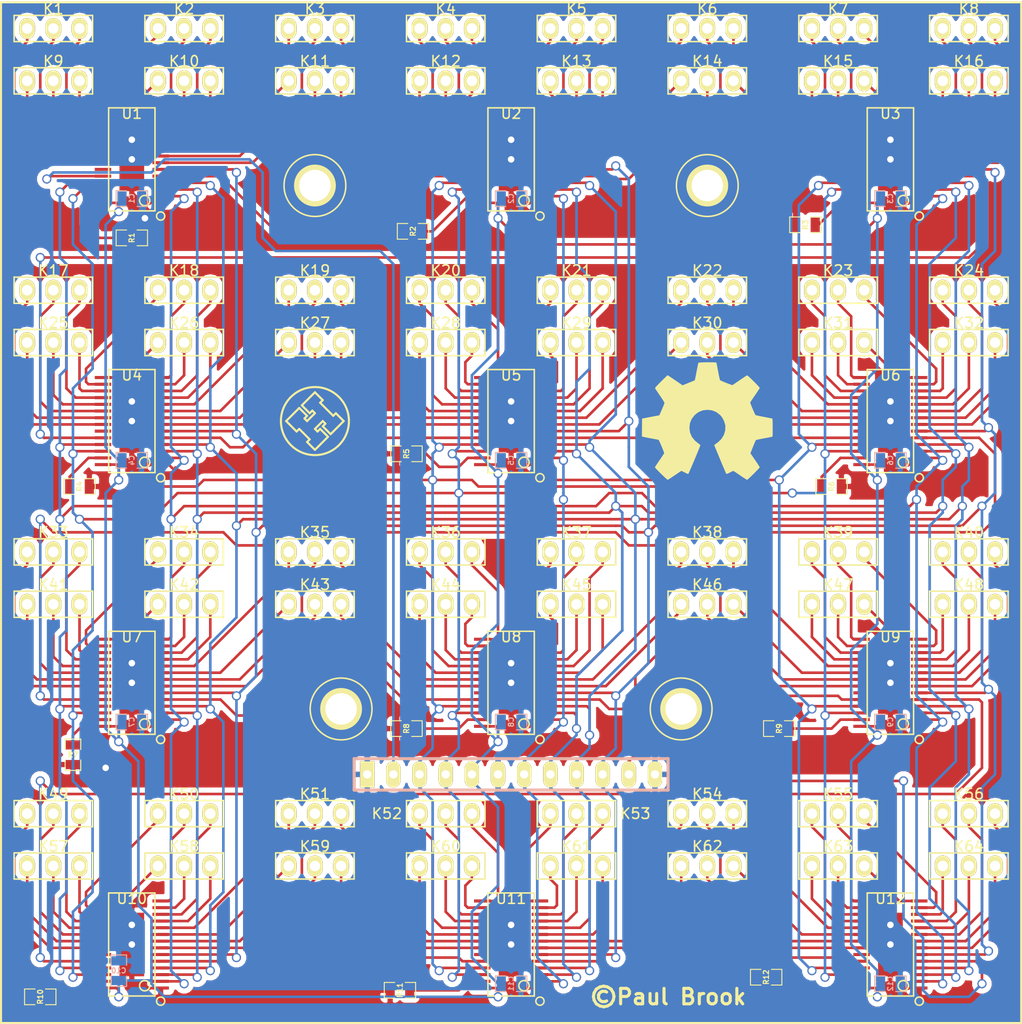
<source format=kicad_pcb>
(kicad_pcb (version 3) (host pcbnew "(22-Jun-2014 BZR 4027)-stable")
  (layers (15 F.Cu signal) (0 B.Cu signal) (18 B.Paste user) (19 F.Paste user) (20 B.SilkS user) (21 F.SilkS user) (22 B.Mask user) (23 F.Mask user) (28 Edge.Cuts user))
  (net 0 "")
  (net 1 /B1)
  (net 2 /B10)
  (net 3 /B11)
  (net 4 /B12)
  (net 5 /B13)
  (net 6 /B14)
  (net 7 /B15)
  (net 8 /B16)
  (net 9 /B17)
  (net 10 /B18)
  (net 11 /B19)
  (net 12 /B2)
  (net 13 /B20)
  (net 14 /B21)
  (net 15 /B22)
  (net 16 /B23)
  (net 17 /B24)
  (net 18 /B25)
  (net 19 /B26)
  (net 20 /B27)
  (net 21 /B28)
  (net 22 /B29)
  (net 23 /B3)
  (net 24 /B30)
  (net 25 /B31)
  (net 26 /B32)
  (net 27 /B33)
  (net 28 /B34)
  (net 29 /B35)
  (net 30 /B36)
  (net 31 /B37)
  (net 32 /B38)
  (net 33 /B39)
  (net 34 /B4)
  (net 35 /B40)
  (net 36 /B41)
  (net 37 /B42)
  (net 38 /B43)
  (net 39 /B44)
  (net 40 /B45)
  (net 41 /B46)
  (net 42 /B47)
  (net 43 /B48)
  (net 44 /B49)
  (net 45 /B5)
  (net 46 /B50)
  (net 47 /B51)
  (net 48 /B52)
  (net 49 /B53)
  (net 50 /B54)
  (net 51 /B55)
  (net 52 /B56)
  (net 53 /B57)
  (net 54 /B58)
  (net 55 /B59)
  (net 56 /B6)
  (net 57 /B60)
  (net 58 /B61)
  (net 59 /B62)
  (net 60 /B63)
  (net 61 /B64)
  (net 62 /B7)
  (net 63 /B8)
  (net 64 /B9)
  (net 65 /BLANK)
  (net 66 /DCPRG)
  (net 67 /G1)
  (net 68 /G10)
  (net 69 /G11)
  (net 70 /G12)
  (net 71 /G13)
  (net 72 /G14)
  (net 73 /G15)
  (net 74 /G16)
  (net 75 /G17)
  (net 76 /G18)
  (net 77 /G19)
  (net 78 /G2)
  (net 79 /G20)
  (net 80 /G21)
  (net 81 /G22)
  (net 82 /G23)
  (net 83 /G24)
  (net 84 /G25)
  (net 85 /G26)
  (net 86 /G27)
  (net 87 /G28)
  (net 88 /G29)
  (net 89 /G3)
  (net 90 /G30)
  (net 91 /G31)
  (net 92 /G32)
  (net 93 /G33)
  (net 94 /G34)
  (net 95 /G35)
  (net 96 /G36)
  (net 97 /G37)
  (net 98 /G38)
  (net 99 /G39)
  (net 100 /G4)
  (net 101 /G40)
  (net 102 /G41)
  (net 103 /G42)
  (net 104 /G43)
  (net 105 /G44)
  (net 106 /G45)
  (net 107 /G46)
  (net 108 /G47)
  (net 109 /G48)
  (net 110 /G49)
  (net 111 /G5)
  (net 112 /G50)
  (net 113 /G51)
  (net 114 /G52)
  (net 115 /G53)
  (net 116 /G54)
  (net 117 /G55)
  (net 118 /G56)
  (net 119 /G57)
  (net 120 /G58)
  (net 121 /G59)
  (net 122 /G6)
  (net 123 /G60)
  (net 124 /G61)
  (net 125 /G62)
  (net 126 /G63)
  (net 127 /G64)
  (net 128 /G7)
  (net 129 /G8)
  (net 130 /G9)
  (net 131 /GND)
  (net 132 /GSCLK)
  (net 133 /IREF1)
  (net 134 /IREF10)
  (net 135 /IREF11)
  (net 136 /IREF12)
  (net 137 /IREF2)
  (net 138 /IREF3)
  (net 139 /IREF4)
  (net 140 /IREF5)
  (net 141 /IREF6)
  (net 142 /IREF7)
  (net 143 /IREF8)
  (net 144 /IREF9)
  (net 145 /R1)
  (net 146 /R10)
  (net 147 /R11)
  (net 148 /R12)
  (net 149 /R13)
  (net 150 /R14)
  (net 151 /R15)
  (net 152 /R16)
  (net 153 /R17)
  (net 154 /R18)
  (net 155 /R19)
  (net 156 /R2)
  (net 157 /R20)
  (net 158 /R21)
  (net 159 /R22)
  (net 160 /R23)
  (net 161 /R24)
  (net 162 /R25)
  (net 163 /R26)
  (net 164 /R27)
  (net 165 /R28)
  (net 166 /R29)
  (net 167 /R3)
  (net 168 /R30)
  (net 169 /R31)
  (net 170 /R32)
  (net 171 /R33)
  (net 172 /R34)
  (net 173 /R35)
  (net 174 /R36)
  (net 175 /R37)
  (net 176 /R38)
  (net 177 /R39)
  (net 178 /R4)
  (net 179 /R40)
  (net 180 /R41)
  (net 181 /R42)
  (net 182 /R43)
  (net 183 /R44)
  (net 184 /R45)
  (net 185 /R46)
  (net 186 /R47)
  (net 187 /R48)
  (net 188 /R49)
  (net 189 /R5)
  (net 190 /R50)
  (net 191 /R51)
  (net 192 /R52)
  (net 193 /R53)
  (net 194 /R54)
  (net 195 /R55)
  (net 196 /R56)
  (net 197 /R57)
  (net 198 /R58)
  (net 199 /R59)
  (net 200 /R6)
  (net 201 /R60)
  (net 202 /R61)
  (net 203 /R62)
  (net 204 /R63)
  (net 205 /R64)
  (net 206 /R7)
  (net 207 /R8)
  (net 208 /R9)
  (net 209 /SCLK)
  (net 210 /SDATA1)
  (net 211 /SDATA10)
  (net 212 /SDATA11)
  (net 213 /SDATA2)
  (net 214 /SDATA3)
  (net 215 /SDATA4)
  (net 216 /SDATA5)
  (net 217 /SDATA6)
  (net 218 /SDATA7)
  (net 219 /SDATA8)
  (net 220 /SDATA9)
  (net 221 /SIN)
  (net 222 /SOUT)
  (net 223 /VCC)
  (net 224 /VPRG)
  (net 225 /XLAT)
  (module HTSSOP-28 (layer F.Cu) (at 113.03 118.11 90)
    (fp_text reference U12 (at 4.445 0 360) (layer F.SilkS))
    (fp_text value TLC5940-PWP hide)
    (pad 15 smd rect (at 4.225 -2.8 90) (size 0.3 1.6) (layers F.Cu F.Paste F.Mask) (net 117 /G55))
    (pad 16 smd rect (at 3.575 -2.8 90) (size 0.3 1.6) (layers F.Cu F.Paste F.Mask) (net 126 /G63))
    (pad 17 smd rect (at 2.925 -2.8 90) (size 0.3 1.6) (layers F.Cu F.Paste F.Mask) (net 195 /R55))
    (pad 18 smd rect (at 2.275 -2.8 90) (size 0.3 1.6) (layers F.Cu F.Paste F.Mask) (net 204 /R63))
    (pad 19 smd rect (at 1.625 -2.8 90) (size 0.3 1.6) (layers F.Cu F.Paste F.Mask) (net 50 /B54))
    (pad 20 smd rect (at 0.975 -2.8 90) (size 0.3 1.6) (layers F.Cu F.Paste F.Mask) (net 59 /B62))
    (pad 21 smd rect (at 0.325 -2.8 90) (size 0.3 1.6) (layers F.Cu F.Paste F.Mask) (net 116 /G54))
    (pad 22 smd rect (at -0.325 -2.8 90) (size 0.3 1.6) (layers F.Cu F.Paste F.Mask) (net 125 /G62))
    (pad 23 smd rect (at -0.975 -2.8 90) (size 0.3 1.6) (layers F.Cu F.Paste F.Mask))
    (pad 24 smd rect (at -1.625 -2.8 90) (size 0.3 1.6) (layers F.Cu F.Paste F.Mask) (net 212 /SDATA11))
    (pad 25 smd rect (at -2.275 -2.8 90) (size 0.3 1.6) (layers F.Cu F.Paste F.Mask) (net 132 /GSCLK))
    (pad 26 smd rect (at -2.925 -2.8 90) (size 0.3 1.6) (layers F.Cu F.Paste F.Mask) (net 66 /DCPRG))
    (pad 27 smd rect (at -3.575 -2.8 90) (size 0.3 1.6) (layers F.Cu F.Paste F.Mask) (net 136 /IREF12))
    (pad 28 smd rect (at -4.225 -2.8 90) (size 0.3 1.6) (layers F.Cu F.Paste F.Mask) (net 223 /VCC))
    (pad 1 smd rect (at -4.225 2.8 90) (size 0.3 1.6) (layers F.Cu F.Paste F.Mask) (net 131 /GND))
    (pad 2 smd rect (at -3.575 2.8 90) (size 0.3 1.6) (layers F.Cu F.Paste F.Mask) (net 65 /BLANK))
    (pad 3 smd rect (at -2.925 2.8 90) (size 0.3 1.6) (layers F.Cu F.Paste F.Mask) (net 225 /XLAT))
    (pad 4 smd rect (at -2.275 2.8 90) (size 0.3 1.6) (layers F.Cu F.Paste F.Mask) (net 209 /SCLK))
    (pad 5 smd rect (at -1.625 2.8 90) (size 0.3 1.6) (layers F.Cu F.Paste F.Mask) (net 221 /SIN))
    (pad 6 smd rect (at -0.975 2.8 90) (size 0.3 1.6) (layers F.Cu F.Paste F.Mask) (net 224 /VPRG))
    (pad 7 smd rect (at -0.325 2.8 90) (size 0.3 1.6) (layers F.Cu F.Paste F.Mask) (net 52 /B56))
    (pad 8 smd rect (at 0.325 2.8 90) (size 0.3 1.6) (layers F.Cu F.Paste F.Mask) (net 61 /B64))
    (pad 9 smd rect (at 0.975 2.8 90) (size 0.3 1.6) (layers F.Cu F.Paste F.Mask) (net 118 /G56))
    (pad 10 smd rect (at 1.625 2.8 90) (size 0.3 1.6) (layers F.Cu F.Paste F.Mask) (net 127 /G64))
    (pad 11 smd rect (at 2.275 2.8 90) (size 0.3 1.6) (layers F.Cu F.Paste F.Mask) (net 196 /R56))
    (pad 12 smd rect (at 2.925 2.8 90) (size 0.3 1.6) (layers F.Cu F.Paste F.Mask) (net 205 /R64))
    (pad 13 smd rect (at 3.575 2.8 90) (size 0.3 1.6) (layers F.Cu F.Paste F.Mask) (net 51 /B55))
    (pad 14 smd rect (at 4.225 2.8 90) (size 0.3 1.6) (layers F.Cu F.Paste F.Mask) (net 60 /B63))
    (pad 29 smd rect (at 0 0 90) (size 6.17 2.4) (layers F.Cu F.Paste F.Mask) (net 131 /GND))
  )
  (module HTSSOP-28 (layer F.Cu) (at 76.2 118.11 90)
    (fp_text reference U11 (at 4.445 0 360) (layer F.SilkS))
    (fp_text value TLC5940-PWP hide)
    (pad 15 smd rect (at 4.225 -2.8 90) (size 0.3 1.6) (layers F.Cu F.Paste F.Mask) (net 48 /B52))
    (pad 16 smd rect (at 3.575 -2.8 90) (size 0.3 1.6) (layers F.Cu F.Paste F.Mask) (net 57 /B60))
    (pad 17 smd rect (at 2.925 -2.8 90) (size 0.3 1.6) (layers F.Cu F.Paste F.Mask) (net 114 /G52))
    (pad 18 smd rect (at 2.275 -2.8 90) (size 0.3 1.6) (layers F.Cu F.Paste F.Mask) (net 123 /G60))
    (pad 19 smd rect (at 1.625 -2.8 90) (size 0.3 1.6) (layers F.Cu F.Paste F.Mask) (net 192 /R52))
    (pad 20 smd rect (at 0.975 -2.8 90) (size 0.3 1.6) (layers F.Cu F.Paste F.Mask) (net 201 /R60))
    (pad 21 smd rect (at 0.325 -2.8 90) (size 0.3 1.6) (layers F.Cu F.Paste F.Mask) (net 47 /B51))
    (pad 22 smd rect (at -0.325 -2.8 90) (size 0.3 1.6) (layers F.Cu F.Paste F.Mask) (net 55 /B59))
    (pad 23 smd rect (at -0.975 -2.8 90) (size 0.3 1.6) (layers F.Cu F.Paste F.Mask))
    (pad 24 smd rect (at -1.625 -2.8 90) (size 0.3 1.6) (layers F.Cu F.Paste F.Mask) (net 211 /SDATA10))
    (pad 25 smd rect (at -2.275 -2.8 90) (size 0.3 1.6) (layers F.Cu F.Paste F.Mask) (net 132 /GSCLK))
    (pad 26 smd rect (at -2.925 -2.8 90) (size 0.3 1.6) (layers F.Cu F.Paste F.Mask) (net 66 /DCPRG))
    (pad 27 smd rect (at -3.575 -2.8 90) (size 0.3 1.6) (layers F.Cu F.Paste F.Mask) (net 135 /IREF11))
    (pad 28 smd rect (at -4.225 -2.8 90) (size 0.3 1.6) (layers F.Cu F.Paste F.Mask) (net 223 /VCC))
    (pad 1 smd rect (at -4.225 2.8 90) (size 0.3 1.6) (layers F.Cu F.Paste F.Mask) (net 131 /GND))
    (pad 2 smd rect (at -3.575 2.8 90) (size 0.3 1.6) (layers F.Cu F.Paste F.Mask) (net 65 /BLANK))
    (pad 3 smd rect (at -2.925 2.8 90) (size 0.3 1.6) (layers F.Cu F.Paste F.Mask) (net 225 /XLAT))
    (pad 4 smd rect (at -2.275 2.8 90) (size 0.3 1.6) (layers F.Cu F.Paste F.Mask) (net 209 /SCLK))
    (pad 5 smd rect (at -1.625 2.8 90) (size 0.3 1.6) (layers F.Cu F.Paste F.Mask) (net 212 /SDATA11))
    (pad 6 smd rect (at -0.975 2.8 90) (size 0.3 1.6) (layers F.Cu F.Paste F.Mask) (net 224 /VPRG))
    (pad 7 smd rect (at -0.325 2.8 90) (size 0.3 1.6) (layers F.Cu F.Paste F.Mask) (net 203 /R62))
    (pad 8 smd rect (at 0.325 2.8 90) (size 0.3 1.6) (layers F.Cu F.Paste F.Mask) (net 194 /R54))
    (pad 9 smd rect (at 0.975 2.8 90) (size 0.3 1.6) (layers F.Cu F.Paste F.Mask) (net 58 /B61))
    (pad 10 smd rect (at 1.625 2.8 90) (size 0.3 1.6) (layers F.Cu F.Paste F.Mask) (net 49 /B53))
    (pad 11 smd rect (at 2.275 2.8 90) (size 0.3 1.6) (layers F.Cu F.Paste F.Mask) (net 124 /G61))
    (pad 12 smd rect (at 2.925 2.8 90) (size 0.3 1.6) (layers F.Cu F.Paste F.Mask) (net 115 /G53))
    (pad 13 smd rect (at 3.575 2.8 90) (size 0.3 1.6) (layers F.Cu F.Paste F.Mask) (net 202 /R61))
    (pad 14 smd rect (at 4.225 2.8 90) (size 0.3 1.6) (layers F.Cu F.Paste F.Mask) (net 193 /R53))
    (pad 29 smd rect (at 0 0 90) (size 6.17 2.4) (layers F.Cu F.Paste F.Mask) (net 131 /GND))
  )
  (module HTSSOP-28 (layer F.Cu) (at 39.37 118.11 90)
    (fp_text reference U10 (at 4.445 0 360) (layer F.SilkS))
    (fp_text value TLC5940-PWP hide)
    (pad 15 smd rect (at 4.225 -2.8 90) (size 0.3 1.6) (layers F.Cu F.Paste F.Mask) (net 198 /R58))
    (pad 16 smd rect (at 3.575 -2.8 90) (size 0.3 1.6) (layers F.Cu F.Paste F.Mask) (net 190 /R50))
    (pad 17 smd rect (at 2.925 -2.8 90) (size 0.3 1.6) (layers F.Cu F.Paste F.Mask) (net 53 /B57))
    (pad 18 smd rect (at 2.275 -2.8 90) (size 0.3 1.6) (layers F.Cu F.Paste F.Mask) (net 44 /B49))
    (pad 19 smd rect (at 1.625 -2.8 90) (size 0.3 1.6) (layers F.Cu F.Paste F.Mask) (net 119 /G57))
    (pad 20 smd rect (at 0.975 -2.8 90) (size 0.3 1.6) (layers F.Cu F.Paste F.Mask) (net 110 /G49))
    (pad 21 smd rect (at 0.325 -2.8 90) (size 0.3 1.6) (layers F.Cu F.Paste F.Mask) (net 197 /R57))
    (pad 22 smd rect (at -0.325 -2.8 90) (size 0.3 1.6) (layers F.Cu F.Paste F.Mask) (net 188 /R49))
    (pad 23 smd rect (at -0.975 -2.8 90) (size 0.3 1.6) (layers F.Cu F.Paste F.Mask))
    (pad 24 smd rect (at -1.625 -2.8 90) (size 0.3 1.6) (layers F.Cu F.Paste F.Mask) (net 220 /SDATA9))
    (pad 25 smd rect (at -2.275 -2.8 90) (size 0.3 1.6) (layers F.Cu F.Paste F.Mask) (net 132 /GSCLK))
    (pad 26 smd rect (at -2.925 -2.8 90) (size 0.3 1.6) (layers F.Cu F.Paste F.Mask) (net 66 /DCPRG))
    (pad 27 smd rect (at -3.575 -2.8 90) (size 0.3 1.6) (layers F.Cu F.Paste F.Mask) (net 134 /IREF10))
    (pad 28 smd rect (at -4.225 -2.8 90) (size 0.3 1.6) (layers F.Cu F.Paste F.Mask) (net 223 /VCC))
    (pad 1 smd rect (at -4.225 2.8 90) (size 0.3 1.6) (layers F.Cu F.Paste F.Mask) (net 131 /GND))
    (pad 2 smd rect (at -3.575 2.8 90) (size 0.3 1.6) (layers F.Cu F.Paste F.Mask) (net 65 /BLANK))
    (pad 3 smd rect (at -2.925 2.8 90) (size 0.3 1.6) (layers F.Cu F.Paste F.Mask) (net 225 /XLAT))
    (pad 4 smd rect (at -2.275 2.8 90) (size 0.3 1.6) (layers F.Cu F.Paste F.Mask) (net 209 /SCLK))
    (pad 5 smd rect (at -1.625 2.8 90) (size 0.3 1.6) (layers F.Cu F.Paste F.Mask) (net 211 /SDATA10))
    (pad 6 smd rect (at -0.975 2.8 90) (size 0.3 1.6) (layers F.Cu F.Paste F.Mask) (net 224 /VPRG))
    (pad 7 smd rect (at -0.325 2.8 90) (size 0.3 1.6) (layers F.Cu F.Paste F.Mask) (net 121 /G59))
    (pad 8 smd rect (at 0.325 2.8 90) (size 0.3 1.6) (layers F.Cu F.Paste F.Mask) (net 113 /G51))
    (pad 9 smd rect (at 0.975 2.8 90) (size 0.3 1.6) (layers F.Cu F.Paste F.Mask) (net 199 /R59))
    (pad 10 smd rect (at 1.625 2.8 90) (size 0.3 1.6) (layers F.Cu F.Paste F.Mask) (net 191 /R51))
    (pad 11 smd rect (at 2.275 2.8 90) (size 0.3 1.6) (layers F.Cu F.Paste F.Mask) (net 54 /B58))
    (pad 12 smd rect (at 2.925 2.8 90) (size 0.3 1.6) (layers F.Cu F.Paste F.Mask) (net 46 /B50))
    (pad 13 smd rect (at 3.575 2.8 90) (size 0.3 1.6) (layers F.Cu F.Paste F.Mask) (net 120 /G58))
    (pad 14 smd rect (at 4.225 2.8 90) (size 0.3 1.6) (layers F.Cu F.Paste F.Mask) (net 112 /G50))
    (pad 29 smd rect (at 0 0 90) (size 6.17 2.4) (layers F.Cu F.Paste F.Mask) (net 131 /GND))
  )
  (module HTSSOP-28 (layer F.Cu) (at 39.37 92.71 90)
    (fp_text reference U7 (at 4.445 0 360) (layer F.SilkS))
    (fp_text value TLC5940-PWP hide)
    (pad 15 smd rect (at 4.225 -2.8 90) (size 0.3 1.6) (layers F.Cu F.Paste F.Mask) (net 181 /R42))
    (pad 16 smd rect (at 3.575 -2.8 90) (size 0.3 1.6) (layers F.Cu F.Paste F.Mask) (net 172 /R34))
    (pad 17 smd rect (at 2.925 -2.8 90) (size 0.3 1.6) (layers F.Cu F.Paste F.Mask) (net 36 /B41))
    (pad 18 smd rect (at 2.275 -2.8 90) (size 0.3 1.6) (layers F.Cu F.Paste F.Mask) (net 27 /B33))
    (pad 19 smd rect (at 1.625 -2.8 90) (size 0.3 1.6) (layers F.Cu F.Paste F.Mask) (net 102 /G41))
    (pad 20 smd rect (at 0.975 -2.8 90) (size 0.3 1.6) (layers F.Cu F.Paste F.Mask) (net 93 /G33))
    (pad 21 smd rect (at 0.325 -2.8 90) (size 0.3 1.6) (layers F.Cu F.Paste F.Mask) (net 180 /R41))
    (pad 22 smd rect (at -0.325 -2.8 90) (size 0.3 1.6) (layers F.Cu F.Paste F.Mask) (net 171 /R33))
    (pad 23 smd rect (at -0.975 -2.8 90) (size 0.3 1.6) (layers F.Cu F.Paste F.Mask))
    (pad 24 smd rect (at -1.625 -2.8 90) (size 0.3 1.6) (layers F.Cu F.Paste F.Mask) (net 217 /SDATA6))
    (pad 25 smd rect (at -2.275 -2.8 90) (size 0.3 1.6) (layers F.Cu F.Paste F.Mask) (net 132 /GSCLK))
    (pad 26 smd rect (at -2.925 -2.8 90) (size 0.3 1.6) (layers F.Cu F.Paste F.Mask) (net 66 /DCPRG))
    (pad 27 smd rect (at -3.575 -2.8 90) (size 0.3 1.6) (layers F.Cu F.Paste F.Mask) (net 142 /IREF7))
    (pad 28 smd rect (at -4.225 -2.8 90) (size 0.3 1.6) (layers F.Cu F.Paste F.Mask) (net 223 /VCC))
    (pad 1 smd rect (at -4.225 2.8 90) (size 0.3 1.6) (layers F.Cu F.Paste F.Mask) (net 131 /GND))
    (pad 2 smd rect (at -3.575 2.8 90) (size 0.3 1.6) (layers F.Cu F.Paste F.Mask) (net 65 /BLANK))
    (pad 3 smd rect (at -2.925 2.8 90) (size 0.3 1.6) (layers F.Cu F.Paste F.Mask) (net 225 /XLAT))
    (pad 4 smd rect (at -2.275 2.8 90) (size 0.3 1.6) (layers F.Cu F.Paste F.Mask) (net 209 /SCLK))
    (pad 5 smd rect (at -1.625 2.8 90) (size 0.3 1.6) (layers F.Cu F.Paste F.Mask) (net 218 /SDATA7))
    (pad 6 smd rect (at -0.975 2.8 90) (size 0.3 1.6) (layers F.Cu F.Paste F.Mask) (net 224 /VPRG))
    (pad 7 smd rect (at -0.325 2.8 90) (size 0.3 1.6) (layers F.Cu F.Paste F.Mask) (net 104 /G43))
    (pad 8 smd rect (at 0.325 2.8 90) (size 0.3 1.6) (layers F.Cu F.Paste F.Mask) (net 95 /G35))
    (pad 9 smd rect (at 0.975 2.8 90) (size 0.3 1.6) (layers F.Cu F.Paste F.Mask) (net 182 /R43))
    (pad 10 smd rect (at 1.625 2.8 90) (size 0.3 1.6) (layers F.Cu F.Paste F.Mask) (net 173 /R35))
    (pad 11 smd rect (at 2.275 2.8 90) (size 0.3 1.6) (layers F.Cu F.Paste F.Mask) (net 37 /B42))
    (pad 12 smd rect (at 2.925 2.8 90) (size 0.3 1.6) (layers F.Cu F.Paste F.Mask) (net 28 /B34))
    (pad 13 smd rect (at 3.575 2.8 90) (size 0.3 1.6) (layers F.Cu F.Paste F.Mask) (net 103 /G42))
    (pad 14 smd rect (at 4.225 2.8 90) (size 0.3 1.6) (layers F.Cu F.Paste F.Mask) (net 94 /G34))
    (pad 29 smd rect (at 0 0 90) (size 6.17 2.4) (layers F.Cu F.Paste F.Mask) (net 131 /GND))
  )
  (module HTSSOP-28 (layer F.Cu) (at 76.2 92.71 90)
    (fp_text reference U8 (at 4.445 0 360) (layer F.SilkS))
    (fp_text value TLC5940-PWP hide)
    (pad 15 smd rect (at 4.225 -2.8 90) (size 0.3 1.6) (layers F.Cu F.Paste F.Mask) (net 30 /B36))
    (pad 16 smd rect (at 3.575 -2.8 90) (size 0.3 1.6) (layers F.Cu F.Paste F.Mask) (net 39 /B44))
    (pad 17 smd rect (at 2.925 -2.8 90) (size 0.3 1.6) (layers F.Cu F.Paste F.Mask) (net 96 /G36))
    (pad 18 smd rect (at 2.275 -2.8 90) (size 0.3 1.6) (layers F.Cu F.Paste F.Mask) (net 105 /G44))
    (pad 19 smd rect (at 1.625 -2.8 90) (size 0.3 1.6) (layers F.Cu F.Paste F.Mask) (net 174 /R36))
    (pad 20 smd rect (at 0.975 -2.8 90) (size 0.3 1.6) (layers F.Cu F.Paste F.Mask) (net 183 /R44))
    (pad 21 smd rect (at 0.325 -2.8 90) (size 0.3 1.6) (layers F.Cu F.Paste F.Mask) (net 29 /B35))
    (pad 22 smd rect (at -0.325 -2.8 90) (size 0.3 1.6) (layers F.Cu F.Paste F.Mask) (net 38 /B43))
    (pad 23 smd rect (at -0.975 -2.8 90) (size 0.3 1.6) (layers F.Cu F.Paste F.Mask))
    (pad 24 smd rect (at -1.625 -2.8 90) (size 0.3 1.6) (layers F.Cu F.Paste F.Mask) (net 218 /SDATA7))
    (pad 25 smd rect (at -2.275 -2.8 90) (size 0.3 1.6) (layers F.Cu F.Paste F.Mask) (net 132 /GSCLK))
    (pad 26 smd rect (at -2.925 -2.8 90) (size 0.3 1.6) (layers F.Cu F.Paste F.Mask) (net 66 /DCPRG))
    (pad 27 smd rect (at -3.575 -2.8 90) (size 0.3 1.6) (layers F.Cu F.Paste F.Mask) (net 143 /IREF8))
    (pad 28 smd rect (at -4.225 -2.8 90) (size 0.3 1.6) (layers F.Cu F.Paste F.Mask) (net 223 /VCC))
    (pad 1 smd rect (at -4.225 2.8 90) (size 0.3 1.6) (layers F.Cu F.Paste F.Mask) (net 131 /GND))
    (pad 2 smd rect (at -3.575 2.8 90) (size 0.3 1.6) (layers F.Cu F.Paste F.Mask) (net 65 /BLANK))
    (pad 3 smd rect (at -2.925 2.8 90) (size 0.3 1.6) (layers F.Cu F.Paste F.Mask) (net 225 /XLAT))
    (pad 4 smd rect (at -2.275 2.8 90) (size 0.3 1.6) (layers F.Cu F.Paste F.Mask) (net 209 /SCLK))
    (pad 5 smd rect (at -1.625 2.8 90) (size 0.3 1.6) (layers F.Cu F.Paste F.Mask) (net 219 /SDATA8))
    (pad 6 smd rect (at -0.975 2.8 90) (size 0.3 1.6) (layers F.Cu F.Paste F.Mask) (net 224 /VPRG))
    (pad 7 smd rect (at -0.325 2.8 90) (size 0.3 1.6) (layers F.Cu F.Paste F.Mask) (net 185 /R46))
    (pad 8 smd rect (at 0.325 2.8 90) (size 0.3 1.6) (layers F.Cu F.Paste F.Mask) (net 176 /R38))
    (pad 9 smd rect (at 0.975 2.8 90) (size 0.3 1.6) (layers F.Cu F.Paste F.Mask) (net 40 /B45))
    (pad 10 smd rect (at 1.625 2.8 90) (size 0.3 1.6) (layers F.Cu F.Paste F.Mask) (net 31 /B37))
    (pad 11 smd rect (at 2.275 2.8 90) (size 0.3 1.6) (layers F.Cu F.Paste F.Mask) (net 106 /G45))
    (pad 12 smd rect (at 2.925 2.8 90) (size 0.3 1.6) (layers F.Cu F.Paste F.Mask) (net 97 /G37))
    (pad 13 smd rect (at 3.575 2.8 90) (size 0.3 1.6) (layers F.Cu F.Paste F.Mask) (net 184 /R45))
    (pad 14 smd rect (at 4.225 2.8 90) (size 0.3 1.6) (layers F.Cu F.Paste F.Mask) (net 175 /R37))
    (pad 29 smd rect (at 0 0 90) (size 6.17 2.4) (layers F.Cu F.Paste F.Mask) (net 131 /GND))
  )
  (module HTSSOP-28 (layer F.Cu) (at 113.03 92.71 90)
    (fp_text reference U9 (at 4.445 0 360) (layer F.SilkS))
    (fp_text value TLC5940-PWP hide)
    (pad 15 smd rect (at 4.225 -2.8 90) (size 0.3 1.6) (layers F.Cu F.Paste F.Mask) (net 99 /G39))
    (pad 16 smd rect (at 3.575 -2.8 90) (size 0.3 1.6) (layers F.Cu F.Paste F.Mask) (net 108 /G47))
    (pad 17 smd rect (at 2.925 -2.8 90) (size 0.3 1.6) (layers F.Cu F.Paste F.Mask) (net 177 /R39))
    (pad 18 smd rect (at 2.275 -2.8 90) (size 0.3 1.6) (layers F.Cu F.Paste F.Mask) (net 186 /R47))
    (pad 19 smd rect (at 1.625 -2.8 90) (size 0.3 1.6) (layers F.Cu F.Paste F.Mask) (net 32 /B38))
    (pad 20 smd rect (at 0.975 -2.8 90) (size 0.3 1.6) (layers F.Cu F.Paste F.Mask) (net 41 /B46))
    (pad 21 smd rect (at 0.325 -2.8 90) (size 0.3 1.6) (layers F.Cu F.Paste F.Mask) (net 98 /G38))
    (pad 22 smd rect (at -0.325 -2.8 90) (size 0.3 1.6) (layers F.Cu F.Paste F.Mask) (net 107 /G46))
    (pad 23 smd rect (at -0.975 -2.8 90) (size 0.3 1.6) (layers F.Cu F.Paste F.Mask))
    (pad 24 smd rect (at -1.625 -2.8 90) (size 0.3 1.6) (layers F.Cu F.Paste F.Mask) (net 219 /SDATA8))
    (pad 25 smd rect (at -2.275 -2.8 90) (size 0.3 1.6) (layers F.Cu F.Paste F.Mask) (net 132 /GSCLK))
    (pad 26 smd rect (at -2.925 -2.8 90) (size 0.3 1.6) (layers F.Cu F.Paste F.Mask) (net 66 /DCPRG))
    (pad 27 smd rect (at -3.575 -2.8 90) (size 0.3 1.6) (layers F.Cu F.Paste F.Mask) (net 144 /IREF9))
    (pad 28 smd rect (at -4.225 -2.8 90) (size 0.3 1.6) (layers F.Cu F.Paste F.Mask) (net 223 /VCC))
    (pad 1 smd rect (at -4.225 2.8 90) (size 0.3 1.6) (layers F.Cu F.Paste F.Mask) (net 131 /GND))
    (pad 2 smd rect (at -3.575 2.8 90) (size 0.3 1.6) (layers F.Cu F.Paste F.Mask) (net 65 /BLANK))
    (pad 3 smd rect (at -2.925 2.8 90) (size 0.3 1.6) (layers F.Cu F.Paste F.Mask) (net 225 /XLAT))
    (pad 4 smd rect (at -2.275 2.8 90) (size 0.3 1.6) (layers F.Cu F.Paste F.Mask) (net 209 /SCLK))
    (pad 5 smd rect (at -1.625 2.8 90) (size 0.3 1.6) (layers F.Cu F.Paste F.Mask) (net 220 /SDATA9))
    (pad 6 smd rect (at -0.975 2.8 90) (size 0.3 1.6) (layers F.Cu F.Paste F.Mask) (net 224 /VPRG))
    (pad 7 smd rect (at -0.325 2.8 90) (size 0.3 1.6) (layers F.Cu F.Paste F.Mask) (net 35 /B40))
    (pad 8 smd rect (at 0.325 2.8 90) (size 0.3 1.6) (layers F.Cu F.Paste F.Mask) (net 43 /B48))
    (pad 9 smd rect (at 0.975 2.8 90) (size 0.3 1.6) (layers F.Cu F.Paste F.Mask) (net 101 /G40))
    (pad 10 smd rect (at 1.625 2.8 90) (size 0.3 1.6) (layers F.Cu F.Paste F.Mask) (net 109 /G48))
    (pad 11 smd rect (at 2.275 2.8 90) (size 0.3 1.6) (layers F.Cu F.Paste F.Mask) (net 179 /R40))
    (pad 12 smd rect (at 2.925 2.8 90) (size 0.3 1.6) (layers F.Cu F.Paste F.Mask) (net 187 /R48))
    (pad 13 smd rect (at 3.575 2.8 90) (size 0.3 1.6) (layers F.Cu F.Paste F.Mask) (net 33 /B39))
    (pad 14 smd rect (at 4.225 2.8 90) (size 0.3 1.6) (layers F.Cu F.Paste F.Mask) (net 42 /B47))
    (pad 29 smd rect (at 0 0 90) (size 6.17 2.4) (layers F.Cu F.Paste F.Mask) (net 131 /GND))
  )
  (module HTSSOP-28 (layer F.Cu) (at 39.37 41.91 90)
    (fp_text reference U1 (at 4.445 0 360) (layer F.SilkS))
    (fp_text value TLC5940-PWP hide)
    (pad 15 smd rect (at 4.225 -2.8 90) (size 0.3 1.6) (layers F.Cu F.Paste F.Mask) (net 146 /R10))
    (pad 16 smd rect (at 3.575 -2.8 90) (size 0.3 1.6) (layers F.Cu F.Paste F.Mask) (net 156 /R2))
    (pad 17 smd rect (at 2.925 -2.8 90) (size 0.3 1.6) (layers F.Cu F.Paste F.Mask) (net 64 /B9))
    (pad 18 smd rect (at 2.275 -2.8 90) (size 0.3 1.6) (layers F.Cu F.Paste F.Mask) (net 1 /B1))
    (pad 19 smd rect (at 1.625 -2.8 90) (size 0.3 1.6) (layers F.Cu F.Paste F.Mask) (net 130 /G9))
    (pad 20 smd rect (at 0.975 -2.8 90) (size 0.3 1.6) (layers F.Cu F.Paste F.Mask) (net 67 /G1))
    (pad 21 smd rect (at 0.325 -2.8 90) (size 0.3 1.6) (layers F.Cu F.Paste F.Mask) (net 208 /R9))
    (pad 22 smd rect (at -0.325 -2.8 90) (size 0.3 1.6) (layers F.Cu F.Paste F.Mask) (net 145 /R1))
    (pad 23 smd rect (at -0.975 -2.8 90) (size 0.3 1.6) (layers F.Cu F.Paste F.Mask))
    (pad 24 smd rect (at -1.625 -2.8 90) (size 0.3 1.6) (layers F.Cu F.Paste F.Mask) (net 222 /SOUT))
    (pad 25 smd rect (at -2.275 -2.8 90) (size 0.3 1.6) (layers F.Cu F.Paste F.Mask) (net 132 /GSCLK))
    (pad 26 smd rect (at -2.925 -2.8 90) (size 0.3 1.6) (layers F.Cu F.Paste F.Mask) (net 66 /DCPRG))
    (pad 27 smd rect (at -3.575 -2.8 90) (size 0.3 1.6) (layers F.Cu F.Paste F.Mask) (net 133 /IREF1))
    (pad 28 smd rect (at -4.225 -2.8 90) (size 0.3 1.6) (layers F.Cu F.Paste F.Mask) (net 223 /VCC))
    (pad 1 smd rect (at -4.225 2.8 90) (size 0.3 1.6) (layers F.Cu F.Paste F.Mask) (net 131 /GND))
    (pad 2 smd rect (at -3.575 2.8 90) (size 0.3 1.6) (layers F.Cu F.Paste F.Mask) (net 65 /BLANK))
    (pad 3 smd rect (at -2.925 2.8 90) (size 0.3 1.6) (layers F.Cu F.Paste F.Mask) (net 225 /XLAT))
    (pad 4 smd rect (at -2.275 2.8 90) (size 0.3 1.6) (layers F.Cu F.Paste F.Mask) (net 209 /SCLK))
    (pad 5 smd rect (at -1.625 2.8 90) (size 0.3 1.6) (layers F.Cu F.Paste F.Mask) (net 210 /SDATA1))
    (pad 6 smd rect (at -0.975 2.8 90) (size 0.3 1.6) (layers F.Cu F.Paste F.Mask) (net 224 /VPRG))
    (pad 7 smd rect (at -0.325 2.8 90) (size 0.3 1.6) (layers F.Cu F.Paste F.Mask) (net 69 /G11))
    (pad 8 smd rect (at 0.325 2.8 90) (size 0.3 1.6) (layers F.Cu F.Paste F.Mask) (net 89 /G3))
    (pad 9 smd rect (at 0.975 2.8 90) (size 0.3 1.6) (layers F.Cu F.Paste F.Mask) (net 147 /R11))
    (pad 10 smd rect (at 1.625 2.8 90) (size 0.3 1.6) (layers F.Cu F.Paste F.Mask) (net 167 /R3))
    (pad 11 smd rect (at 2.275 2.8 90) (size 0.3 1.6) (layers F.Cu F.Paste F.Mask) (net 2 /B10))
    (pad 12 smd rect (at 2.925 2.8 90) (size 0.3 1.6) (layers F.Cu F.Paste F.Mask) (net 12 /B2))
    (pad 13 smd rect (at 3.575 2.8 90) (size 0.3 1.6) (layers F.Cu F.Paste F.Mask) (net 68 /G10))
    (pad 14 smd rect (at 4.225 2.8 90) (size 0.3 1.6) (layers F.Cu F.Paste F.Mask) (net 78 /G2))
    (pad 29 smd rect (at 0 0 90) (size 6.17 2.4) (layers F.Cu F.Paste F.Mask) (net 131 /GND))
  )
  (module HTSSOP-28 (layer F.Cu) (at 76.2 41.91 90)
    (fp_text reference U2 (at 4.445 0 360) (layer F.SilkS))
    (fp_text value TLC5940-PWP hide)
    (pad 15 smd rect (at 4.225 -2.8 90) (size 0.3 1.6) (layers F.Cu F.Paste F.Mask) (net 34 /B4))
    (pad 16 smd rect (at 3.575 -2.8 90) (size 0.3 1.6) (layers F.Cu F.Paste F.Mask) (net 4 /B12))
    (pad 17 smd rect (at 2.925 -2.8 90) (size 0.3 1.6) (layers F.Cu F.Paste F.Mask) (net 100 /G4))
    (pad 18 smd rect (at 2.275 -2.8 90) (size 0.3 1.6) (layers F.Cu F.Paste F.Mask) (net 70 /G12))
    (pad 19 smd rect (at 1.625 -2.8 90) (size 0.3 1.6) (layers F.Cu F.Paste F.Mask) (net 178 /R4))
    (pad 20 smd rect (at 0.975 -2.8 90) (size 0.3 1.6) (layers F.Cu F.Paste F.Mask) (net 148 /R12))
    (pad 21 smd rect (at 0.325 -2.8 90) (size 0.3 1.6) (layers F.Cu F.Paste F.Mask) (net 23 /B3))
    (pad 22 smd rect (at -0.325 -2.8 90) (size 0.3 1.6) (layers F.Cu F.Paste F.Mask) (net 3 /B11))
    (pad 23 smd rect (at -0.975 -2.8 90) (size 0.3 1.6) (layers F.Cu F.Paste F.Mask))
    (pad 24 smd rect (at -1.625 -2.8 90) (size 0.3 1.6) (layers F.Cu F.Paste F.Mask) (net 210 /SDATA1))
    (pad 25 smd rect (at -2.275 -2.8 90) (size 0.3 1.6) (layers F.Cu F.Paste F.Mask) (net 132 /GSCLK))
    (pad 26 smd rect (at -2.925 -2.8 90) (size 0.3 1.6) (layers F.Cu F.Paste F.Mask) (net 66 /DCPRG))
    (pad 27 smd rect (at -3.575 -2.8 90) (size 0.3 1.6) (layers F.Cu F.Paste F.Mask) (net 137 /IREF2))
    (pad 28 smd rect (at -4.225 -2.8 90) (size 0.3 1.6) (layers F.Cu F.Paste F.Mask) (net 223 /VCC))
    (pad 1 smd rect (at -4.225 2.8 90) (size 0.3 1.6) (layers F.Cu F.Paste F.Mask) (net 131 /GND))
    (pad 2 smd rect (at -3.575 2.8 90) (size 0.3 1.6) (layers F.Cu F.Paste F.Mask) (net 65 /BLANK))
    (pad 3 smd rect (at -2.925 2.8 90) (size 0.3 1.6) (layers F.Cu F.Paste F.Mask) (net 225 /XLAT))
    (pad 4 smd rect (at -2.275 2.8 90) (size 0.3 1.6) (layers F.Cu F.Paste F.Mask) (net 209 /SCLK))
    (pad 5 smd rect (at -1.625 2.8 90) (size 0.3 1.6) (layers F.Cu F.Paste F.Mask) (net 213 /SDATA2))
    (pad 6 smd rect (at -0.975 2.8 90) (size 0.3 1.6) (layers F.Cu F.Paste F.Mask) (net 224 /VPRG))
    (pad 7 smd rect (at -0.325 2.8 90) (size 0.3 1.6) (layers F.Cu F.Paste F.Mask) (net 150 /R14))
    (pad 8 smd rect (at 0.325 2.8 90) (size 0.3 1.6) (layers F.Cu F.Paste F.Mask) (net 200 /R6))
    (pad 9 smd rect (at 0.975 2.8 90) (size 0.3 1.6) (layers F.Cu F.Paste F.Mask) (net 5 /B13))
    (pad 10 smd rect (at 1.625 2.8 90) (size 0.3 1.6) (layers F.Cu F.Paste F.Mask) (net 45 /B5))
    (pad 11 smd rect (at 2.275 2.8 90) (size 0.3 1.6) (layers F.Cu F.Paste F.Mask) (net 71 /G13))
    (pad 12 smd rect (at 2.925 2.8 90) (size 0.3 1.6) (layers F.Cu F.Paste F.Mask) (net 111 /G5))
    (pad 13 smd rect (at 3.575 2.8 90) (size 0.3 1.6) (layers F.Cu F.Paste F.Mask) (net 149 /R13))
    (pad 14 smd rect (at 4.225 2.8 90) (size 0.3 1.6) (layers F.Cu F.Paste F.Mask) (net 189 /R5))
    (pad 29 smd rect (at 0 0 90) (size 6.17 2.4) (layers F.Cu F.Paste F.Mask) (net 131 /GND))
  )
  (module HTSSOP-28 (layer F.Cu) (at 113.03 41.91 90)
    (fp_text reference U3 (at 4.445 0 360) (layer F.SilkS))
    (fp_text value TLC5940-PWP hide)
    (pad 15 smd rect (at 4.225 -2.8 90) (size 0.3 1.6) (layers F.Cu F.Paste F.Mask) (net 128 /G7))
    (pad 16 smd rect (at 3.575 -2.8 90) (size 0.3 1.6) (layers F.Cu F.Paste F.Mask) (net 73 /G15))
    (pad 17 smd rect (at 2.925 -2.8 90) (size 0.3 1.6) (layers F.Cu F.Paste F.Mask) (net 206 /R7))
    (pad 18 smd rect (at 2.275 -2.8 90) (size 0.3 1.6) (layers F.Cu F.Paste F.Mask) (net 151 /R15))
    (pad 19 smd rect (at 1.625 -2.8 90) (size 0.3 1.6) (layers F.Cu F.Paste F.Mask) (net 56 /B6))
    (pad 20 smd rect (at 0.975 -2.8 90) (size 0.3 1.6) (layers F.Cu F.Paste F.Mask) (net 6 /B14))
    (pad 21 smd rect (at 0.325 -2.8 90) (size 0.3 1.6) (layers F.Cu F.Paste F.Mask) (net 122 /G6))
    (pad 22 smd rect (at -0.325 -2.8 90) (size 0.3 1.6) (layers F.Cu F.Paste F.Mask) (net 72 /G14))
    (pad 23 smd rect (at -0.975 -2.8 90) (size 0.3 1.6) (layers F.Cu F.Paste F.Mask))
    (pad 24 smd rect (at -1.625 -2.8 90) (size 0.3 1.6) (layers F.Cu F.Paste F.Mask) (net 213 /SDATA2))
    (pad 25 smd rect (at -2.275 -2.8 90) (size 0.3 1.6) (layers F.Cu F.Paste F.Mask) (net 132 /GSCLK))
    (pad 26 smd rect (at -2.925 -2.8 90) (size 0.3 1.6) (layers F.Cu F.Paste F.Mask) (net 66 /DCPRG))
    (pad 27 smd rect (at -3.575 -2.8 90) (size 0.3 1.6) (layers F.Cu F.Paste F.Mask) (net 138 /IREF3))
    (pad 28 smd rect (at -4.225 -2.8 90) (size 0.3 1.6) (layers F.Cu F.Paste F.Mask) (net 223 /VCC))
    (pad 1 smd rect (at -4.225 2.8 90) (size 0.3 1.6) (layers F.Cu F.Paste F.Mask) (net 131 /GND))
    (pad 2 smd rect (at -3.575 2.8 90) (size 0.3 1.6) (layers F.Cu F.Paste F.Mask) (net 65 /BLANK))
    (pad 3 smd rect (at -2.925 2.8 90) (size 0.3 1.6) (layers F.Cu F.Paste F.Mask) (net 225 /XLAT))
    (pad 4 smd rect (at -2.275 2.8 90) (size 0.3 1.6) (layers F.Cu F.Paste F.Mask) (net 209 /SCLK))
    (pad 5 smd rect (at -1.625 2.8 90) (size 0.3 1.6) (layers F.Cu F.Paste F.Mask) (net 214 /SDATA3))
    (pad 6 smd rect (at -0.975 2.8 90) (size 0.3 1.6) (layers F.Cu F.Paste F.Mask) (net 224 /VPRG))
    (pad 7 smd rect (at -0.325 2.8 90) (size 0.3 1.6) (layers F.Cu F.Paste F.Mask) (net 63 /B8))
    (pad 8 smd rect (at 0.325 2.8 90) (size 0.3 1.6) (layers F.Cu F.Paste F.Mask) (net 8 /B16))
    (pad 9 smd rect (at 0.975 2.8 90) (size 0.3 1.6) (layers F.Cu F.Paste F.Mask) (net 129 /G8))
    (pad 10 smd rect (at 1.625 2.8 90) (size 0.3 1.6) (layers F.Cu F.Paste F.Mask) (net 74 /G16))
    (pad 11 smd rect (at 2.275 2.8 90) (size 0.3 1.6) (layers F.Cu F.Paste F.Mask) (net 207 /R8))
    (pad 12 smd rect (at 2.925 2.8 90) (size 0.3 1.6) (layers F.Cu F.Paste F.Mask) (net 152 /R16))
    (pad 13 smd rect (at 3.575 2.8 90) (size 0.3 1.6) (layers F.Cu F.Paste F.Mask) (net 62 /B7))
    (pad 14 smd rect (at 4.225 2.8 90) (size 0.3 1.6) (layers F.Cu F.Paste F.Mask) (net 7 /B15))
    (pad 29 smd rect (at 0 0 90) (size 6.17 2.4) (layers F.Cu F.Paste F.Mask) (net 131 /GND))
  )
  (module HTSSOP-28 (layer F.Cu) (at 113.03 67.31 90)
    (fp_text reference U6 (at 4.445 0 360) (layer F.SilkS))
    (fp_text value TLC5940-PWP hide)
    (pad 15 smd rect (at 4.225 -2.8 90) (size 0.3 1.6) (layers F.Cu F.Paste F.Mask) (net 82 /G23))
    (pad 16 smd rect (at 3.575 -2.8 90) (size 0.3 1.6) (layers F.Cu F.Paste F.Mask) (net 91 /G31))
    (pad 17 smd rect (at 2.925 -2.8 90) (size 0.3 1.6) (layers F.Cu F.Paste F.Mask) (net 160 /R23))
    (pad 18 smd rect (at 2.275 -2.8 90) (size 0.3 1.6) (layers F.Cu F.Paste F.Mask) (net 169 /R31))
    (pad 19 smd rect (at 1.625 -2.8 90) (size 0.3 1.6) (layers F.Cu F.Paste F.Mask) (net 15 /B22))
    (pad 20 smd rect (at 0.975 -2.8 90) (size 0.3 1.6) (layers F.Cu F.Paste F.Mask) (net 24 /B30))
    (pad 21 smd rect (at 0.325 -2.8 90) (size 0.3 1.6) (layers F.Cu F.Paste F.Mask) (net 81 /G22))
    (pad 22 smd rect (at -0.325 -2.8 90) (size 0.3 1.6) (layers F.Cu F.Paste F.Mask) (net 90 /G30))
    (pad 23 smd rect (at -0.975 -2.8 90) (size 0.3 1.6) (layers F.Cu F.Paste F.Mask))
    (pad 24 smd rect (at -1.625 -2.8 90) (size 0.3 1.6) (layers F.Cu F.Paste F.Mask) (net 216 /SDATA5))
    (pad 25 smd rect (at -2.275 -2.8 90) (size 0.3 1.6) (layers F.Cu F.Paste F.Mask) (net 132 /GSCLK))
    (pad 26 smd rect (at -2.925 -2.8 90) (size 0.3 1.6) (layers F.Cu F.Paste F.Mask) (net 66 /DCPRG))
    (pad 27 smd rect (at -3.575 -2.8 90) (size 0.3 1.6) (layers F.Cu F.Paste F.Mask) (net 141 /IREF6))
    (pad 28 smd rect (at -4.225 -2.8 90) (size 0.3 1.6) (layers F.Cu F.Paste F.Mask) (net 223 /VCC))
    (pad 1 smd rect (at -4.225 2.8 90) (size 0.3 1.6) (layers F.Cu F.Paste F.Mask) (net 131 /GND))
    (pad 2 smd rect (at -3.575 2.8 90) (size 0.3 1.6) (layers F.Cu F.Paste F.Mask) (net 65 /BLANK))
    (pad 3 smd rect (at -2.925 2.8 90) (size 0.3 1.6) (layers F.Cu F.Paste F.Mask) (net 225 /XLAT))
    (pad 4 smd rect (at -2.275 2.8 90) (size 0.3 1.6) (layers F.Cu F.Paste F.Mask) (net 209 /SCLK))
    (pad 5 smd rect (at -1.625 2.8 90) (size 0.3 1.6) (layers F.Cu F.Paste F.Mask) (net 217 /SDATA6))
    (pad 6 smd rect (at -0.975 2.8 90) (size 0.3 1.6) (layers F.Cu F.Paste F.Mask) (net 224 /VPRG))
    (pad 7 smd rect (at -0.325 2.8 90) (size 0.3 1.6) (layers F.Cu F.Paste F.Mask) (net 17 /B24))
    (pad 8 smd rect (at 0.325 2.8 90) (size 0.3 1.6) (layers F.Cu F.Paste F.Mask) (net 26 /B32))
    (pad 9 smd rect (at 0.975 2.8 90) (size 0.3 1.6) (layers F.Cu F.Paste F.Mask) (net 83 /G24))
    (pad 10 smd rect (at 1.625 2.8 90) (size 0.3 1.6) (layers F.Cu F.Paste F.Mask) (net 92 /G32))
    (pad 11 smd rect (at 2.275 2.8 90) (size 0.3 1.6) (layers F.Cu F.Paste F.Mask) (net 161 /R24))
    (pad 12 smd rect (at 2.925 2.8 90) (size 0.3 1.6) (layers F.Cu F.Paste F.Mask) (net 170 /R32))
    (pad 13 smd rect (at 3.575 2.8 90) (size 0.3 1.6) (layers F.Cu F.Paste F.Mask) (net 16 /B23))
    (pad 14 smd rect (at 4.225 2.8 90) (size 0.3 1.6) (layers F.Cu F.Paste F.Mask) (net 25 /B31))
    (pad 29 smd rect (at 0 0 90) (size 6.17 2.4) (layers F.Cu F.Paste F.Mask) (net 131 /GND))
  )
  (module HTSSOP-28 (layer F.Cu) (at 76.2 67.31 90)
    (fp_text reference U5 (at 4.445 0 360) (layer F.SilkS))
    (fp_text value TLC5940-PWP hide)
    (pad 15 smd rect (at 4.225 -2.8 90) (size 0.3 1.6) (layers F.Cu F.Paste F.Mask) (net 13 /B20))
    (pad 16 smd rect (at 3.575 -2.8 90) (size 0.3 1.6) (layers F.Cu F.Paste F.Mask) (net 21 /B28))
    (pad 17 smd rect (at 2.925 -2.8 90) (size 0.3 1.6) (layers F.Cu F.Paste F.Mask) (net 79 /G20))
    (pad 18 smd rect (at 2.275 -2.8 90) (size 0.3 1.6) (layers F.Cu F.Paste F.Mask) (net 87 /G28))
    (pad 19 smd rect (at 1.625 -2.8 90) (size 0.3 1.6) (layers F.Cu F.Paste F.Mask) (net 157 /R20))
    (pad 20 smd rect (at 0.975 -2.8 90) (size 0.3 1.6) (layers F.Cu F.Paste F.Mask) (net 165 /R28))
    (pad 21 smd rect (at 0.325 -2.8 90) (size 0.3 1.6) (layers F.Cu F.Paste F.Mask) (net 11 /B19))
    (pad 22 smd rect (at -0.325 -2.8 90) (size 0.3 1.6) (layers F.Cu F.Paste F.Mask) (net 20 /B27))
    (pad 23 smd rect (at -0.975 -2.8 90) (size 0.3 1.6) (layers F.Cu F.Paste F.Mask))
    (pad 24 smd rect (at -1.625 -2.8 90) (size 0.3 1.6) (layers F.Cu F.Paste F.Mask) (net 215 /SDATA4))
    (pad 25 smd rect (at -2.275 -2.8 90) (size 0.3 1.6) (layers F.Cu F.Paste F.Mask) (net 132 /GSCLK))
    (pad 26 smd rect (at -2.925 -2.8 90) (size 0.3 1.6) (layers F.Cu F.Paste F.Mask) (net 66 /DCPRG))
    (pad 27 smd rect (at -3.575 -2.8 90) (size 0.3 1.6) (layers F.Cu F.Paste F.Mask) (net 140 /IREF5))
    (pad 28 smd rect (at -4.225 -2.8 90) (size 0.3 1.6) (layers F.Cu F.Paste F.Mask) (net 223 /VCC))
    (pad 1 smd rect (at -4.225 2.8 90) (size 0.3 1.6) (layers F.Cu F.Paste F.Mask) (net 131 /GND))
    (pad 2 smd rect (at -3.575 2.8 90) (size 0.3 1.6) (layers F.Cu F.Paste F.Mask) (net 65 /BLANK))
    (pad 3 smd rect (at -2.925 2.8 90) (size 0.3 1.6) (layers F.Cu F.Paste F.Mask) (net 225 /XLAT))
    (pad 4 smd rect (at -2.275 2.8 90) (size 0.3 1.6) (layers F.Cu F.Paste F.Mask) (net 209 /SCLK))
    (pad 5 smd rect (at -1.625 2.8 90) (size 0.3 1.6) (layers F.Cu F.Paste F.Mask) (net 216 /SDATA5))
    (pad 6 smd rect (at -0.975 2.8 90) (size 0.3 1.6) (layers F.Cu F.Paste F.Mask) (net 224 /VPRG))
    (pad 7 smd rect (at -0.325 2.8 90) (size 0.3 1.6) (layers F.Cu F.Paste F.Mask) (net 168 /R30))
    (pad 8 smd rect (at 0.325 2.8 90) (size 0.3 1.6) (layers F.Cu F.Paste F.Mask) (net 159 /R22))
    (pad 9 smd rect (at 0.975 2.8 90) (size 0.3 1.6) (layers F.Cu F.Paste F.Mask) (net 22 /B29))
    (pad 10 smd rect (at 1.625 2.8 90) (size 0.3 1.6) (layers F.Cu F.Paste F.Mask) (net 14 /B21))
    (pad 11 smd rect (at 2.275 2.8 90) (size 0.3 1.6) (layers F.Cu F.Paste F.Mask) (net 88 /G29))
    (pad 12 smd rect (at 2.925 2.8 90) (size 0.3 1.6) (layers F.Cu F.Paste F.Mask) (net 80 /G21))
    (pad 13 smd rect (at 3.575 2.8 90) (size 0.3 1.6) (layers F.Cu F.Paste F.Mask) (net 166 /R29))
    (pad 14 smd rect (at 4.225 2.8 90) (size 0.3 1.6) (layers F.Cu F.Paste F.Mask) (net 158 /R21))
    (pad 29 smd rect (at 0 0 90) (size 6.17 2.4) (layers F.Cu F.Paste F.Mask) (net 131 /GND))
  )
  (module HTSSOP-28 (layer F.Cu) (at 39.37 67.31 90)
    (fp_text reference U4 (at 4.445 0 360) (layer F.SilkS))
    (fp_text value TLC5940-PWP hide)
    (pad 15 smd rect (at 4.225 -2.8 90) (size 0.3 1.6) (layers F.Cu F.Paste F.Mask) (net 163 /R26))
    (pad 16 smd rect (at 3.575 -2.8 90) (size 0.3 1.6) (layers F.Cu F.Paste F.Mask) (net 154 /R18))
    (pad 17 smd rect (at 2.925 -2.8 90) (size 0.3 1.6) (layers F.Cu F.Paste F.Mask) (net 18 /B25))
    (pad 18 smd rect (at 2.275 -2.8 90) (size 0.3 1.6) (layers F.Cu F.Paste F.Mask) (net 9 /B17))
    (pad 19 smd rect (at 1.625 -2.8 90) (size 0.3 1.6) (layers F.Cu F.Paste F.Mask) (net 84 /G25))
    (pad 20 smd rect (at 0.975 -2.8 90) (size 0.3 1.6) (layers F.Cu F.Paste F.Mask) (net 75 /G17))
    (pad 21 smd rect (at 0.325 -2.8 90) (size 0.3 1.6) (layers F.Cu F.Paste F.Mask) (net 162 /R25))
    (pad 22 smd rect (at -0.325 -2.8 90) (size 0.3 1.6) (layers F.Cu F.Paste F.Mask) (net 153 /R17))
    (pad 23 smd rect (at -0.975 -2.8 90) (size 0.3 1.6) (layers F.Cu F.Paste F.Mask))
    (pad 24 smd rect (at -1.625 -2.8 90) (size 0.3 1.6) (layers F.Cu F.Paste F.Mask) (net 214 /SDATA3))
    (pad 25 smd rect (at -2.275 -2.8 90) (size 0.3 1.6) (layers F.Cu F.Paste F.Mask) (net 132 /GSCLK))
    (pad 26 smd rect (at -2.925 -2.8 90) (size 0.3 1.6) (layers F.Cu F.Paste F.Mask) (net 66 /DCPRG))
    (pad 27 smd rect (at -3.575 -2.8 90) (size 0.3 1.6) (layers F.Cu F.Paste F.Mask) (net 139 /IREF4))
    (pad 28 smd rect (at -4.225 -2.8 90) (size 0.3 1.6) (layers F.Cu F.Paste F.Mask) (net 223 /VCC))
    (pad 1 smd rect (at -4.225 2.8 90) (size 0.3 1.6) (layers F.Cu F.Paste F.Mask) (net 131 /GND))
    (pad 2 smd rect (at -3.575 2.8 90) (size 0.3 1.6) (layers F.Cu F.Paste F.Mask) (net 65 /BLANK))
    (pad 3 smd rect (at -2.925 2.8 90) (size 0.3 1.6) (layers F.Cu F.Paste F.Mask) (net 225 /XLAT))
    (pad 4 smd rect (at -2.275 2.8 90) (size 0.3 1.6) (layers F.Cu F.Paste F.Mask) (net 209 /SCLK))
    (pad 5 smd rect (at -1.625 2.8 90) (size 0.3 1.6) (layers F.Cu F.Paste F.Mask) (net 215 /SDATA4))
    (pad 6 smd rect (at -0.975 2.8 90) (size 0.3 1.6) (layers F.Cu F.Paste F.Mask) (net 224 /VPRG))
    (pad 7 smd rect (at -0.325 2.8 90) (size 0.3 1.6) (layers F.Cu F.Paste F.Mask) (net 86 /G27))
    (pad 8 smd rect (at 0.325 2.8 90) (size 0.3 1.6) (layers F.Cu F.Paste F.Mask) (net 77 /G19))
    (pad 9 smd rect (at 0.975 2.8 90) (size 0.3 1.6) (layers F.Cu F.Paste F.Mask) (net 164 /R27))
    (pad 10 smd rect (at 1.625 2.8 90) (size 0.3 1.6) (layers F.Cu F.Paste F.Mask) (net 155 /R19))
    (pad 11 smd rect (at 2.275 2.8 90) (size 0.3 1.6) (layers F.Cu F.Paste F.Mask) (net 19 /B26))
    (pad 12 smd rect (at 2.925 2.8 90) (size 0.3 1.6) (layers F.Cu F.Paste F.Mask) (net 10 /B18))
    (pad 13 smd rect (at 3.575 2.8 90) (size 0.3 1.6) (layers F.Cu F.Paste F.Mask) (net 85 /G26))
    (pad 14 smd rect (at 4.225 2.8 90) (size 0.3 1.6) (layers F.Cu F.Paste F.Mask) (net 76 /G18))
    (pad 29 smd rect (at 0 0 90) (size 6.17 2.4) (layers F.Cu F.Paste F.Mask) (net 131 /GND))
  )
  (module 0805 (layer F.Cu) (at 34.29 73.66)
    (fp_text reference R4 (at 0 0 90) (layer F.SilkS) (effects (font (size 0.50038 0.50038) (thickness 0.10922))))
    (fp_text value R hide)
    (pad 1 smd rect (at -0.9525 0) (size 0.889 1.397) (layers F.Cu F.Paste F.Mask) (net 139 /IREF4))
    (pad 2 smd rect (at 0.9525 0) (size 0.889 1.397) (layers F.Cu F.Paste F.Mask) (net 131 /GND))
  )
  (module 0805 (layer F.Cu) (at 39.37 49.53)
    (fp_text reference R1 (at 0 0 90) (layer F.SilkS) (effects (font (size 0.50038 0.50038) (thickness 0.10922))))
    (fp_text value R hide)
    (pad 1 smd rect (at -0.9525 0) (size 0.889 1.397) (layers F.Cu F.Paste F.Mask) (net 133 /IREF1))
    (pad 2 smd rect (at 0.9525 0) (size 0.889 1.397) (layers F.Cu F.Paste F.Mask) (net 131 /GND))
  )
  (module 0805 (layer F.Cu) (at 104.775 48.26 180)
    (fp_text reference R3 (at 0 0 270) (layer F.SilkS) (effects (font (size 0.50038 0.50038) (thickness 0.10922))))
    (fp_text value R hide)
    (pad 1 smd rect (at -0.9525 0 180) (size 0.889 1.397) (layers F.Cu F.Paste F.Mask) (net 138 /IREF3))
    (pad 2 smd rect (at 0.9525 0 180) (size 0.889 1.397) (layers F.Cu F.Paste F.Mask) (net 131 /GND))
  )
  (module 0805 (layer F.Cu) (at 66.675 48.895 180)
    (fp_text reference R2 (at 0 0 270) (layer F.SilkS) (effects (font (size 0.50038 0.50038) (thickness 0.10922))))
    (fp_text value R hide)
    (pad 1 smd rect (at -0.9525 0 180) (size 0.889 1.397) (layers F.Cu F.Paste F.Mask) (net 137 /IREF2))
    (pad 2 smd rect (at 0.9525 0 180) (size 0.889 1.397) (layers F.Cu F.Paste F.Mask) (net 131 /GND))
  )
  (module 0805 (layer F.Cu) (at 66.04 70.485 180)
    (fp_text reference R5 (at 0 0 270) (layer F.SilkS) (effects (font (size 0.50038 0.50038) (thickness 0.10922))))
    (fp_text value R hide)
    (pad 1 smd rect (at -0.9525 0 180) (size 0.889 1.397) (layers F.Cu F.Paste F.Mask) (net 140 /IREF5))
    (pad 2 smd rect (at 0.9525 0 180) (size 0.889 1.397) (layers F.Cu F.Paste F.Mask) (net 131 /GND))
  )
  (module 0805 (layer F.Cu) (at 107.315 73.66)
    (fp_text reference R6 (at 0 0 90) (layer F.SilkS) (effects (font (size 0.50038 0.50038) (thickness 0.10922))))
    (fp_text value R hide)
    (pad 1 smd rect (at -0.9525 0) (size 0.889 1.397) (layers F.Cu F.Paste F.Mask) (net 141 /IREF6))
    (pad 2 smd rect (at 0.9525 0) (size 0.889 1.397) (layers F.Cu F.Paste F.Mask) (net 131 /GND))
  )
  (module 0805 (layer F.Cu) (at 102.235 97.155 180)
    (fp_text reference R9 (at 0 0 270) (layer F.SilkS) (effects (font (size 0.50038 0.50038) (thickness 0.10922))))
    (fp_text value R hide)
    (pad 1 smd rect (at -0.9525 0 180) (size 0.889 1.397) (layers F.Cu F.Paste F.Mask) (net 144 /IREF9))
    (pad 2 smd rect (at 0.9525 0 180) (size 0.889 1.397) (layers F.Cu F.Paste F.Mask) (net 131 /GND))
  )
  (module 0805 (layer F.Cu) (at 66.04 97.155 180)
    (fp_text reference R8 (at 0 0 270) (layer F.SilkS) (effects (font (size 0.50038 0.50038) (thickness 0.10922))))
    (fp_text value R hide)
    (pad 1 smd rect (at -0.9525 0 180) (size 0.889 1.397) (layers F.Cu F.Paste F.Mask) (net 143 /IREF8))
    (pad 2 smd rect (at 0.9525 0 180) (size 0.889 1.397) (layers F.Cu F.Paste F.Mask) (net 131 /GND))
  )
  (module 0805 (layer F.Cu) (at 33.655 99.695 270)
    (fp_text reference R7 (at 0 0 360) (layer F.SilkS) (effects (font (size 0.50038 0.50038) (thickness 0.10922))))
    (fp_text value R hide)
    (pad 1 smd rect (at -0.9525 0 270) (size 0.889 1.397) (layers F.Cu F.Paste F.Mask) (net 142 /IREF7))
    (pad 2 smd rect (at 0.9525 0 270) (size 0.889 1.397) (layers F.Cu F.Paste F.Mask) (net 131 /GND))
  )
  (module 0805 (layer F.Cu) (at 30.48 123.19 180)
    (fp_text reference R10 (at 0 0 270) (layer F.SilkS) (effects (font (size 0.50038 0.50038) (thickness 0.10922))))
    (fp_text value R hide)
    (pad 1 smd rect (at -0.9525 0 180) (size 0.889 1.397) (layers F.Cu F.Paste F.Mask) (net 134 /IREF10))
    (pad 2 smd rect (at 0.9525 0 180) (size 0.889 1.397) (layers F.Cu F.Paste F.Mask) (net 131 /GND))
  )
  (module 0805 (layer F.Cu) (at 65.405 122.555 180)
    (fp_text reference R11 (at 0 0 270) (layer F.SilkS) (effects (font (size 0.50038 0.50038) (thickness 0.10922))))
    (fp_text value R hide)
    (pad 1 smd rect (at -0.9525 0 180) (size 0.889 1.397) (layers F.Cu F.Paste F.Mask) (net 135 /IREF11))
    (pad 2 smd rect (at 0.9525 0 180) (size 0.889 1.397) (layers F.Cu F.Paste F.Mask) (net 131 /GND))
  )
  (module 0805 (layer F.Cu) (at 100.965 121.285 180)
    (fp_text reference R12 (at 0 0 270) (layer F.SilkS) (effects (font (size 0.50038 0.50038) (thickness 0.10922))))
    (fp_text value R hide)
    (pad 1 smd rect (at -0.9525 0 180) (size 0.889 1.397) (layers F.Cu F.Paste F.Mask) (net 136 /IREF12))
    (pad 2 smd rect (at 0.9525 0 180) (size 0.889 1.397) (layers F.Cu F.Paste F.Mask) (net 131 /GND))
  )
  (module 0805 (layer B.Cu) (at 39.37 45.72)
    (fp_text reference C1 (at 0 0 270) (layer B.SilkS) (effects (font (size 0.50038 0.50038) (thickness 0.10922)) (justify mirror)))
    (fp_text value 100n hide)
    (pad 1 smd rect (at -0.9525 0) (size 0.889 1.397) (layers B.Cu B.Paste B.Mask) (net 223 /VCC))
    (pad 2 smd rect (at 0.9525 0) (size 0.889 1.397) (layers B.Cu B.Paste B.Mask) (net 131 /GND))
  )
  (module 0805 (layer B.Cu) (at 76.2 45.72)
    (fp_text reference C2 (at 0 0 270) (layer B.SilkS) (effects (font (size 0.50038 0.50038) (thickness 0.10922)) (justify mirror)))
    (fp_text value 100n hide)
    (pad 1 smd rect (at -0.9525 0) (size 0.889 1.397) (layers B.Cu B.Paste B.Mask) (net 223 /VCC))
    (pad 2 smd rect (at 0.9525 0) (size 0.889 1.397) (layers B.Cu B.Paste B.Mask) (net 131 /GND))
  )
  (module 0805 (layer B.Cu) (at 113.03 45.72)
    (fp_text reference C3 (at 0 0 270) (layer B.SilkS) (effects (font (size 0.50038 0.50038) (thickness 0.10922)) (justify mirror)))
    (fp_text value 100n hide)
    (pad 1 smd rect (at -0.9525 0) (size 0.889 1.397) (layers B.Cu B.Paste B.Mask) (net 223 /VCC))
    (pad 2 smd rect (at 0.9525 0) (size 0.889 1.397) (layers B.Cu B.Paste B.Mask) (net 131 /GND))
  )
  (module 0805 (layer B.Cu) (at 39.37 71.12)
    (fp_text reference C4 (at 0 0 270) (layer B.SilkS) (effects (font (size 0.50038 0.50038) (thickness 0.10922)) (justify mirror)))
    (fp_text value 100n hide)
    (pad 1 smd rect (at -0.9525 0) (size 0.889 1.397) (layers B.Cu B.Paste B.Mask) (net 223 /VCC))
    (pad 2 smd rect (at 0.9525 0) (size 0.889 1.397) (layers B.Cu B.Paste B.Mask) (net 131 /GND))
  )
  (module 0805 (layer B.Cu) (at 76.2 71.12)
    (fp_text reference C5 (at 0 0 270) (layer B.SilkS) (effects (font (size 0.50038 0.50038) (thickness 0.10922)) (justify mirror)))
    (fp_text value 100n hide)
    (pad 1 smd rect (at -0.9525 0) (size 0.889 1.397) (layers B.Cu B.Paste B.Mask) (net 223 /VCC))
    (pad 2 smd rect (at 0.9525 0) (size 0.889 1.397) (layers B.Cu B.Paste B.Mask) (net 131 /GND))
  )
  (module 0805 (layer B.Cu) (at 113.03 71.12)
    (fp_text reference C6 (at 0 0 270) (layer B.SilkS) (effects (font (size 0.50038 0.50038) (thickness 0.10922)) (justify mirror)))
    (fp_text value 100n hide)
    (pad 1 smd rect (at -0.9525 0) (size 0.889 1.397) (layers B.Cu B.Paste B.Mask) (net 223 /VCC))
    (pad 2 smd rect (at 0.9525 0) (size 0.889 1.397) (layers B.Cu B.Paste B.Mask) (net 131 /GND))
  )
  (module 0805 (layer B.Cu) (at 39.37 96.52)
    (fp_text reference C7 (at 0 0 270) (layer B.SilkS) (effects (font (size 0.50038 0.50038) (thickness 0.10922)) (justify mirror)))
    (fp_text value 100n hide)
    (pad 1 smd rect (at -0.9525 0) (size 0.889 1.397) (layers B.Cu B.Paste B.Mask) (net 223 /VCC))
    (pad 2 smd rect (at 0.9525 0) (size 0.889 1.397) (layers B.Cu B.Paste B.Mask) (net 131 /GND))
  )
  (module 0805 (layer B.Cu) (at 76.2 96.52)
    (fp_text reference C8 (at 0 0 270) (layer B.SilkS) (effects (font (size 0.50038 0.50038) (thickness 0.10922)) (justify mirror)))
    (fp_text value 100n hide)
    (pad 1 smd rect (at -0.9525 0) (size 0.889 1.397) (layers B.Cu B.Paste B.Mask) (net 223 /VCC))
    (pad 2 smd rect (at 0.9525 0) (size 0.889 1.397) (layers B.Cu B.Paste B.Mask) (net 131 /GND))
  )
  (module 0805 (layer B.Cu) (at 113.03 96.52)
    (fp_text reference C9 (at 0 0 270) (layer B.SilkS) (effects (font (size 0.50038 0.50038) (thickness 0.10922)) (justify mirror)))
    (fp_text value 100n hide)
    (pad 1 smd rect (at -0.9525 0) (size 0.889 1.397) (layers B.Cu B.Paste B.Mask) (net 223 /VCC))
    (pad 2 smd rect (at 0.9525 0) (size 0.889 1.397) (layers B.Cu B.Paste B.Mask) (net 131 /GND))
  )
  (module 0805 (layer B.Cu) (at 38.1 120.65 90)
    (fp_text reference C10 (at 0 0 360) (layer B.SilkS) (effects (font (size 0.50038 0.50038) (thickness 0.10922)) (justify mirror)))
    (fp_text value 100n hide)
    (pad 1 smd rect (at -0.9525 0 90) (size 0.889 1.397) (layers B.Cu B.Paste B.Mask) (net 223 /VCC))
    (pad 2 smd rect (at 0.9525 0 90) (size 0.889 1.397) (layers B.Cu B.Paste B.Mask) (net 131 /GND))
  )
  (module 0805 (layer B.Cu) (at 76.2 121.92)
    (fp_text reference C11 (at 0 0 270) (layer B.SilkS) (effects (font (size 0.50038 0.50038) (thickness 0.10922)) (justify mirror)))
    (fp_text value 100n hide)
    (pad 1 smd rect (at -0.9525 0) (size 0.889 1.397) (layers B.Cu B.Paste B.Mask) (net 223 /VCC))
    (pad 2 smd rect (at 0.9525 0) (size 0.889 1.397) (layers B.Cu B.Paste B.Mask) (net 131 /GND))
  )
  (module 0805 (layer B.Cu) (at 113.03 121.92)
    (fp_text reference C12 (at 0 0 270) (layer B.SilkS) (effects (font (size 0.50038 0.50038) (thickness 0.10922)) (justify mirror)))
    (fp_text value 100n hide)
    (pad 1 smd rect (at -0.9525 0) (size 0.889 1.397) (layers B.Cu B.Paste B.Mask) (net 223 /VCC))
    (pad 2 smd rect (at 0.9525 0) (size 0.889 1.397) (layers B.Cu B.Paste B.Mask) (net 131 /GND))
  )
  (module HOLE3 (layer F.Cu) (at 92.71 95.25)
    (fp_text reference H4 hide)
    (fp_text value CONN_1 hide)
    (pad 1 thru_hole circle (at 0 0) (size 4.064 4.064) (drill 3.048) (layers *.Cu *.Mask F.SilkS) (net 131 /GND))
  )
  (module HOLE3 (layer F.Cu) (at 59.69 95.25)
    (fp_text reference H3 hide)
    (fp_text value CONN_1 hide)
    (pad 1 thru_hole circle (at 0 0) (size 4.064 4.064) (drill 3.048) (layers *.Cu *.Mask F.SilkS) (net 131 /GND))
  )
  (module HOLE3 (layer F.Cu) (at 57.15 44.45)
    (fp_text reference H2 hide)
    (fp_text value CONN_1 hide)
    (pad 1 thru_hole circle (at 0 0) (size 4.064 4.064) (drill 3.048) (layers *.Cu *.Mask F.SilkS) (net 131 /GND))
  )
  (module HOLE3 (layer F.Cu) (at 95.25 44.45)
    (fp_text reference H1 hide)
    (fp_text value CONN_1 hide)
    (pad 1 thru_hole circle (at 0 0) (size 4.064 4.064) (drill 3.048) (layers *.Cu *.Mask F.SilkS) (net 131 /GND))
  )
  (module SIL-12-ELL (layer B.Cu) (at 76.2 101.6)
    (fp_text reference P1 hide)
    (fp_text value CONN_12 hide)
    (pad 1 thru_hole rect (at -13.97 0) (size 1.397 2.54) (drill 0.8128) (layers *.Cu *.Mask F.SilkS) (net 131 /GND))
    (pad 2 thru_hole oval (at -11.43 0) (size 1.397 2.54) (drill 0.8128) (layers *.Cu *.Mask F.SilkS) (net 222 /SOUT))
    (pad 3 thru_hole oval (at -8.89 0) (size 1.397 2.54) (drill 0.8128) (layers *.Cu *.Mask F.SilkS) (net 132 /GSCLK))
    (pad 4 thru_hole oval (at -6.35 0) (size 1.397 2.54) (drill 0.8128) (layers *.Cu *.Mask F.SilkS) (net 66 /DCPRG))
    (pad 5 thru_hole oval (at -3.81 0) (size 1.397 2.54) (drill 0.8128) (layers *.Cu *.Mask F.SilkS) (net 223 /VCC))
    (pad 6 thru_hole oval (at -1.27 0) (size 1.397 2.54) (drill 0.8128) (layers *.Cu *.Mask F.SilkS) (net 131 /GND))
    (pad 7 thru_hole oval (at 1.27 0) (size 1.397 2.54) (drill 0.8128) (layers *.Cu *.Mask F.SilkS) (net 65 /BLANK))
    (pad 8 thru_hole oval (at 3.81 0) (size 1.397 2.54) (drill 0.8128) (layers *.Cu *.Mask F.SilkS) (net 225 /XLAT))
    (pad 9 thru_hole oval (at 6.35 0) (size 1.397 2.54) (drill 0.8128) (layers *.Cu *.Mask F.SilkS) (net 209 /SCLK))
    (pad 10 thru_hole oval (at 8.89 0) (size 1.397 2.54) (drill 0.8128) (layers *.Cu *.Mask F.SilkS) (net 224 /VPRG))
    (pad 11 thru_hole oval (at 11.43 0) (size 1.397 2.54) (drill 0.8128) (layers *.Cu *.Mask F.SilkS) (net 221 /SIN))
    (pad 12 thru_hole oval (at 13.97 0) (size 1.397 2.54) (drill 0.8128) (layers *.Cu *.Mask F.SilkS) (net 131 /GND))
  )
  (module LOGO_SMALL (layer F.Cu) (at 57.15 67.31)
    (fp_text reference LOGO_SMALL hide)
    (fp_text value VAL** hide)
  )
  (module OSHW_LOGO (layer F.Cu) (at 95.25 67.31)
    (fp_text reference G*** hide)
    (fp_text value OSHW_LOGO hide)
  )
  (module CATHODE3 (layer F.Cu) (at 31.75 34.29)
    (fp_text reference K9 (at 0 -1.905) (layer F.SilkS) (effects (font (size 1.016 1.016) (thickness 0.1524))))
    (fp_text value CONN_3 hide)
    (pad 1 thru_hole oval (at -2.54 0) (size 1.524 2.032) (drill 1.016) (layers *.Cu *.Mask F.SilkS) (net 208 /R9))
    (pad 2 thru_hole oval (at 0 0) (size 1.524 2.032) (drill 1.016) (layers *.Cu *.Mask F.SilkS) (net 130 /G9))
    (pad 3 thru_hole oval (at 2.54 0) (size 1.524 2.032) (drill 1.016) (layers *.Cu *.Mask F.SilkS) (net 64 /B9))
  )
  (module CATHODE3 (layer F.Cu) (at 120.65 34.29)
    (fp_text reference K16 (at 0 -1.905) (layer F.SilkS) (effects (font (size 1.016 1.016) (thickness 0.1524))))
    (fp_text value CONN_3 hide)
    (pad 1 thru_hole oval (at -2.54 0) (size 1.524 2.032) (drill 1.016) (layers *.Cu *.Mask F.SilkS) (net 152 /R16))
    (pad 2 thru_hole oval (at 0 0) (size 1.524 2.032) (drill 1.016) (layers *.Cu *.Mask F.SilkS) (net 74 /G16))
    (pad 3 thru_hole oval (at 2.54 0) (size 1.524 2.032) (drill 1.016) (layers *.Cu *.Mask F.SilkS) (net 8 /B16))
  )
  (module CATHODE3 (layer F.Cu) (at 107.95 34.29)
    (fp_text reference K15 (at 0 -1.905) (layer F.SilkS) (effects (font (size 1.016 1.016) (thickness 0.1524))))
    (fp_text value CONN_3 hide)
    (pad 1 thru_hole oval (at -2.54 0) (size 1.524 2.032) (drill 1.016) (layers *.Cu *.Mask F.SilkS) (net 151 /R15))
    (pad 2 thru_hole oval (at 0 0) (size 1.524 2.032) (drill 1.016) (layers *.Cu *.Mask F.SilkS) (net 73 /G15))
    (pad 3 thru_hole oval (at 2.54 0) (size 1.524 2.032) (drill 1.016) (layers *.Cu *.Mask F.SilkS) (net 7 /B15))
  )
  (module CATHODE3 (layer F.Cu) (at 95.25 34.29)
    (fp_text reference K14 (at 0 -1.905) (layer F.SilkS) (effects (font (size 1.016 1.016) (thickness 0.1524))))
    (fp_text value CONN_3 hide)
    (pad 1 thru_hole oval (at -2.54 0) (size 1.524 2.032) (drill 1.016) (layers *.Cu *.Mask F.SilkS) (net 150 /R14))
    (pad 2 thru_hole oval (at 0 0) (size 1.524 2.032) (drill 1.016) (layers *.Cu *.Mask F.SilkS) (net 72 /G14))
    (pad 3 thru_hole oval (at 2.54 0) (size 1.524 2.032) (drill 1.016) (layers *.Cu *.Mask F.SilkS) (net 6 /B14))
  )
  (module CATHODE3 (layer F.Cu) (at 82.55 34.29)
    (fp_text reference K13 (at 0 -1.905) (layer F.SilkS) (effects (font (size 1.016 1.016) (thickness 0.1524))))
    (fp_text value CONN_3 hide)
    (pad 1 thru_hole oval (at -2.54 0) (size 1.524 2.032) (drill 1.016) (layers *.Cu *.Mask F.SilkS) (net 149 /R13))
    (pad 2 thru_hole oval (at 0 0) (size 1.524 2.032) (drill 1.016) (layers *.Cu *.Mask F.SilkS) (net 71 /G13))
    (pad 3 thru_hole oval (at 2.54 0) (size 1.524 2.032) (drill 1.016) (layers *.Cu *.Mask F.SilkS) (net 5 /B13))
  )
  (module CATHODE3 (layer F.Cu) (at 69.85 34.29)
    (fp_text reference K12 (at 0 -1.905) (layer F.SilkS) (effects (font (size 1.016 1.016) (thickness 0.1524))))
    (fp_text value CONN_3 hide)
    (pad 1 thru_hole oval (at -2.54 0) (size 1.524 2.032) (drill 1.016) (layers *.Cu *.Mask F.SilkS) (net 148 /R12))
    (pad 2 thru_hole oval (at 0 0) (size 1.524 2.032) (drill 1.016) (layers *.Cu *.Mask F.SilkS) (net 70 /G12))
    (pad 3 thru_hole oval (at 2.54 0) (size 1.524 2.032) (drill 1.016) (layers *.Cu *.Mask F.SilkS) (net 4 /B12))
  )
  (module CATHODE3 (layer F.Cu) (at 57.15 34.29)
    (fp_text reference K11 (at 0 -1.905) (layer F.SilkS) (effects (font (size 1.016 1.016) (thickness 0.1524))))
    (fp_text value CONN_3 hide)
    (pad 1 thru_hole oval (at -2.54 0) (size 1.524 2.032) (drill 1.016) (layers *.Cu *.Mask F.SilkS) (net 147 /R11))
    (pad 2 thru_hole oval (at 0 0) (size 1.524 2.032) (drill 1.016) (layers *.Cu *.Mask F.SilkS) (net 69 /G11))
    (pad 3 thru_hole oval (at 2.54 0) (size 1.524 2.032) (drill 1.016) (layers *.Cu *.Mask F.SilkS) (net 3 /B11))
  )
  (module CATHODE3 (layer F.Cu) (at 44.45 34.29)
    (fp_text reference K10 (at 0 -1.905) (layer F.SilkS) (effects (font (size 1.016 1.016) (thickness 0.1524))))
    (fp_text value CONN_3 hide)
    (pad 1 thru_hole oval (at -2.54 0) (size 1.524 2.032) (drill 1.016) (layers *.Cu *.Mask F.SilkS) (net 146 /R10))
    (pad 2 thru_hole oval (at 0 0) (size 1.524 2.032) (drill 1.016) (layers *.Cu *.Mask F.SilkS) (net 68 /G10))
    (pad 3 thru_hole oval (at 2.54 0) (size 1.524 2.032) (drill 1.016) (layers *.Cu *.Mask F.SilkS) (net 2 /B10))
  )
  (module CATHODE3 (layer F.Cu) (at 31.75 29.21)
    (fp_text reference K1 (at 0 -1.905) (layer F.SilkS) (effects (font (size 1.016 1.016) (thickness 0.1524))))
    (fp_text value CONN_3 hide)
    (pad 1 thru_hole oval (at -2.54 0) (size 1.524 2.032) (drill 1.016) (layers *.Cu *.Mask F.SilkS) (net 145 /R1))
    (pad 2 thru_hole oval (at 0 0) (size 1.524 2.032) (drill 1.016) (layers *.Cu *.Mask F.SilkS) (net 67 /G1))
    (pad 3 thru_hole oval (at 2.54 0) (size 1.524 2.032) (drill 1.016) (layers *.Cu *.Mask F.SilkS) (net 1 /B1))
  )
  (module CATHODE3 (layer F.Cu) (at 120.65 29.21)
    (fp_text reference K8 (at 0 -1.905) (layer F.SilkS) (effects (font (size 1.016 1.016) (thickness 0.1524))))
    (fp_text value CONN_3 hide)
    (pad 1 thru_hole oval (at -2.54 0) (size 1.524 2.032) (drill 1.016) (layers *.Cu *.Mask F.SilkS) (net 207 /R8))
    (pad 2 thru_hole oval (at 0 0) (size 1.524 2.032) (drill 1.016) (layers *.Cu *.Mask F.SilkS) (net 129 /G8))
    (pad 3 thru_hole oval (at 2.54 0) (size 1.524 2.032) (drill 1.016) (layers *.Cu *.Mask F.SilkS) (net 63 /B8))
  )
  (module CATHODE3 (layer F.Cu) (at 107.95 29.21)
    (fp_text reference K7 (at 0 -1.905) (layer F.SilkS) (effects (font (size 1.016 1.016) (thickness 0.1524))))
    (fp_text value CONN_3 hide)
    (pad 1 thru_hole oval (at -2.54 0) (size 1.524 2.032) (drill 1.016) (layers *.Cu *.Mask F.SilkS) (net 206 /R7))
    (pad 2 thru_hole oval (at 0 0) (size 1.524 2.032) (drill 1.016) (layers *.Cu *.Mask F.SilkS) (net 128 /G7))
    (pad 3 thru_hole oval (at 2.54 0) (size 1.524 2.032) (drill 1.016) (layers *.Cu *.Mask F.SilkS) (net 62 /B7))
  )
  (module CATHODE3 (layer F.Cu) (at 95.25 29.21)
    (fp_text reference K6 (at 0 -1.905) (layer F.SilkS) (effects (font (size 1.016 1.016) (thickness 0.1524))))
    (fp_text value CONN_3 hide)
    (pad 1 thru_hole oval (at -2.54 0) (size 1.524 2.032) (drill 1.016) (layers *.Cu *.Mask F.SilkS) (net 200 /R6))
    (pad 2 thru_hole oval (at 0 0) (size 1.524 2.032) (drill 1.016) (layers *.Cu *.Mask F.SilkS) (net 122 /G6))
    (pad 3 thru_hole oval (at 2.54 0) (size 1.524 2.032) (drill 1.016) (layers *.Cu *.Mask F.SilkS) (net 56 /B6))
  )
  (module CATHODE3 (layer F.Cu) (at 82.55 29.21)
    (fp_text reference K5 (at 0 -1.905) (layer F.SilkS) (effects (font (size 1.016 1.016) (thickness 0.1524))))
    (fp_text value CONN_3 hide)
    (pad 1 thru_hole oval (at -2.54 0) (size 1.524 2.032) (drill 1.016) (layers *.Cu *.Mask F.SilkS) (net 189 /R5))
    (pad 2 thru_hole oval (at 0 0) (size 1.524 2.032) (drill 1.016) (layers *.Cu *.Mask F.SilkS) (net 111 /G5))
    (pad 3 thru_hole oval (at 2.54 0) (size 1.524 2.032) (drill 1.016) (layers *.Cu *.Mask F.SilkS) (net 45 /B5))
  )
  (module CATHODE3 (layer F.Cu) (at 69.85 29.21)
    (fp_text reference K4 (at 0 -1.905) (layer F.SilkS) (effects (font (size 1.016 1.016) (thickness 0.1524))))
    (fp_text value CONN_3 hide)
    (pad 1 thru_hole oval (at -2.54 0) (size 1.524 2.032) (drill 1.016) (layers *.Cu *.Mask F.SilkS) (net 178 /R4))
    (pad 2 thru_hole oval (at 0 0) (size 1.524 2.032) (drill 1.016) (layers *.Cu *.Mask F.SilkS) (net 100 /G4))
    (pad 3 thru_hole oval (at 2.54 0) (size 1.524 2.032) (drill 1.016) (layers *.Cu *.Mask F.SilkS) (net 34 /B4))
  )
  (module CATHODE3 (layer F.Cu) (at 57.15 29.21)
    (fp_text reference K3 (at 0 -1.905) (layer F.SilkS) (effects (font (size 1.016 1.016) (thickness 0.1524))))
    (fp_text value CONN_3 hide)
    (pad 1 thru_hole oval (at -2.54 0) (size 1.524 2.032) (drill 1.016) (layers *.Cu *.Mask F.SilkS) (net 167 /R3))
    (pad 2 thru_hole oval (at 0 0) (size 1.524 2.032) (drill 1.016) (layers *.Cu *.Mask F.SilkS) (net 89 /G3))
    (pad 3 thru_hole oval (at 2.54 0) (size 1.524 2.032) (drill 1.016) (layers *.Cu *.Mask F.SilkS) (net 23 /B3))
  )
  (module CATHODE3 (layer F.Cu) (at 44.45 29.21)
    (fp_text reference K2 (at 0 -1.905) (layer F.SilkS) (effects (font (size 1.016 1.016) (thickness 0.1524))))
    (fp_text value CONN_3 hide)
    (pad 1 thru_hole oval (at -2.54 0) (size 1.524 2.032) (drill 1.016) (layers *.Cu *.Mask F.SilkS) (net 156 /R2))
    (pad 2 thru_hole oval (at 0 0) (size 1.524 2.032) (drill 1.016) (layers *.Cu *.Mask F.SilkS) (net 78 /G2))
    (pad 3 thru_hole oval (at 2.54 0) (size 1.524 2.032) (drill 1.016) (layers *.Cu *.Mask F.SilkS) (net 12 /B2))
  )
  (module CATHODE3 (layer F.Cu) (at 44.45 54.61)
    (fp_text reference K18 (at 0 -1.905) (layer F.SilkS) (effects (font (size 1.016 1.016) (thickness 0.1524))))
    (fp_text value CONN_3 hide)
    (pad 1 thru_hole oval (at -2.54 0) (size 1.524 2.032) (drill 1.016) (layers *.Cu *.Mask F.SilkS) (net 154 /R18))
    (pad 2 thru_hole oval (at 0 0) (size 1.524 2.032) (drill 1.016) (layers *.Cu *.Mask F.SilkS) (net 76 /G18))
    (pad 3 thru_hole oval (at 2.54 0) (size 1.524 2.032) (drill 1.016) (layers *.Cu *.Mask F.SilkS) (net 10 /B18))
  )
  (module CATHODE3 (layer F.Cu) (at 57.15 54.61)
    (fp_text reference K19 (at 0 -1.905) (layer F.SilkS) (effects (font (size 1.016 1.016) (thickness 0.1524))))
    (fp_text value CONN_3 hide)
    (pad 1 thru_hole oval (at -2.54 0) (size 1.524 2.032) (drill 1.016) (layers *.Cu *.Mask F.SilkS) (net 155 /R19))
    (pad 2 thru_hole oval (at 0 0) (size 1.524 2.032) (drill 1.016) (layers *.Cu *.Mask F.SilkS) (net 77 /G19))
    (pad 3 thru_hole oval (at 2.54 0) (size 1.524 2.032) (drill 1.016) (layers *.Cu *.Mask F.SilkS) (net 11 /B19))
  )
  (module CATHODE3 (layer F.Cu) (at 69.85 54.61)
    (fp_text reference K20 (at 0 -1.905) (layer F.SilkS) (effects (font (size 1.016 1.016) (thickness 0.1524))))
    (fp_text value CONN_3 hide)
    (pad 1 thru_hole oval (at -2.54 0) (size 1.524 2.032) (drill 1.016) (layers *.Cu *.Mask F.SilkS) (net 157 /R20))
    (pad 2 thru_hole oval (at 0 0) (size 1.524 2.032) (drill 1.016) (layers *.Cu *.Mask F.SilkS) (net 79 /G20))
    (pad 3 thru_hole oval (at 2.54 0) (size 1.524 2.032) (drill 1.016) (layers *.Cu *.Mask F.SilkS) (net 13 /B20))
  )
  (module CATHODE3 (layer F.Cu) (at 82.55 54.61)
    (fp_text reference K21 (at 0 -1.905) (layer F.SilkS) (effects (font (size 1.016 1.016) (thickness 0.1524))))
    (fp_text value CONN_3 hide)
    (pad 1 thru_hole oval (at -2.54 0) (size 1.524 2.032) (drill 1.016) (layers *.Cu *.Mask F.SilkS) (net 158 /R21))
    (pad 2 thru_hole oval (at 0 0) (size 1.524 2.032) (drill 1.016) (layers *.Cu *.Mask F.SilkS) (net 80 /G21))
    (pad 3 thru_hole oval (at 2.54 0) (size 1.524 2.032) (drill 1.016) (layers *.Cu *.Mask F.SilkS) (net 14 /B21))
  )
  (module CATHODE3 (layer F.Cu) (at 95.25 54.61)
    (fp_text reference K22 (at 0 -1.905) (layer F.SilkS) (effects (font (size 1.016 1.016) (thickness 0.1524))))
    (fp_text value CONN_3 hide)
    (pad 1 thru_hole oval (at -2.54 0) (size 1.524 2.032) (drill 1.016) (layers *.Cu *.Mask F.SilkS) (net 159 /R22))
    (pad 2 thru_hole oval (at 0 0) (size 1.524 2.032) (drill 1.016) (layers *.Cu *.Mask F.SilkS) (net 81 /G22))
    (pad 3 thru_hole oval (at 2.54 0) (size 1.524 2.032) (drill 1.016) (layers *.Cu *.Mask F.SilkS) (net 15 /B22))
  )
  (module CATHODE3 (layer F.Cu) (at 107.95 54.61)
    (fp_text reference K23 (at 0 -1.905) (layer F.SilkS) (effects (font (size 1.016 1.016) (thickness 0.1524))))
    (fp_text value CONN_3 hide)
    (pad 1 thru_hole oval (at -2.54 0) (size 1.524 2.032) (drill 1.016) (layers *.Cu *.Mask F.SilkS) (net 160 /R23))
    (pad 2 thru_hole oval (at 0 0) (size 1.524 2.032) (drill 1.016) (layers *.Cu *.Mask F.SilkS) (net 82 /G23))
    (pad 3 thru_hole oval (at 2.54 0) (size 1.524 2.032) (drill 1.016) (layers *.Cu *.Mask F.SilkS) (net 16 /B23))
  )
  (module CATHODE3 (layer F.Cu) (at 120.65 54.61)
    (fp_text reference K24 (at 0 -1.905) (layer F.SilkS) (effects (font (size 1.016 1.016) (thickness 0.1524))))
    (fp_text value CONN_3 hide)
    (pad 1 thru_hole oval (at -2.54 0) (size 1.524 2.032) (drill 1.016) (layers *.Cu *.Mask F.SilkS) (net 161 /R24))
    (pad 2 thru_hole oval (at 0 0) (size 1.524 2.032) (drill 1.016) (layers *.Cu *.Mask F.SilkS) (net 83 /G24))
    (pad 3 thru_hole oval (at 2.54 0) (size 1.524 2.032) (drill 1.016) (layers *.Cu *.Mask F.SilkS) (net 17 /B24))
  )
  (module CATHODE3 (layer F.Cu) (at 31.75 54.61)
    (fp_text reference K17 (at 0 -1.905) (layer F.SilkS) (effects (font (size 1.016 1.016) (thickness 0.1524))))
    (fp_text value CONN_3 hide)
    (pad 1 thru_hole oval (at -2.54 0) (size 1.524 2.032) (drill 1.016) (layers *.Cu *.Mask F.SilkS) (net 153 /R17))
    (pad 2 thru_hole oval (at 0 0) (size 1.524 2.032) (drill 1.016) (layers *.Cu *.Mask F.SilkS) (net 75 /G17))
    (pad 3 thru_hole oval (at 2.54 0) (size 1.524 2.032) (drill 1.016) (layers *.Cu *.Mask F.SilkS) (net 9 /B17))
  )
  (module CATHODE3 (layer F.Cu) (at 44.45 59.69)
    (fp_text reference K26 (at 0 -1.905) (layer F.SilkS) (effects (font (size 1.016 1.016) (thickness 0.1524))))
    (fp_text value CONN_3 hide)
    (pad 1 thru_hole oval (at -2.54 0) (size 1.524 2.032) (drill 1.016) (layers *.Cu *.Mask F.SilkS) (net 163 /R26))
    (pad 2 thru_hole oval (at 0 0) (size 1.524 2.032) (drill 1.016) (layers *.Cu *.Mask F.SilkS) (net 85 /G26))
    (pad 3 thru_hole oval (at 2.54 0) (size 1.524 2.032) (drill 1.016) (layers *.Cu *.Mask F.SilkS) (net 19 /B26))
  )
  (module CATHODE3 (layer F.Cu) (at 57.15 59.69)
    (fp_text reference K27 (at 0 -1.905) (layer F.SilkS) (effects (font (size 1.016 1.016) (thickness 0.1524))))
    (fp_text value CONN_3 hide)
    (pad 1 thru_hole oval (at -2.54 0) (size 1.524 2.032) (drill 1.016) (layers *.Cu *.Mask F.SilkS) (net 164 /R27))
    (pad 2 thru_hole oval (at 0 0) (size 1.524 2.032) (drill 1.016) (layers *.Cu *.Mask F.SilkS) (net 86 /G27))
    (pad 3 thru_hole oval (at 2.54 0) (size 1.524 2.032) (drill 1.016) (layers *.Cu *.Mask F.SilkS) (net 20 /B27))
  )
  (module CATHODE3 (layer F.Cu) (at 69.85 59.69)
    (fp_text reference K28 (at 0 -1.905) (layer F.SilkS) (effects (font (size 1.016 1.016) (thickness 0.1524))))
    (fp_text value CONN_3 hide)
    (pad 1 thru_hole oval (at -2.54 0) (size 1.524 2.032) (drill 1.016) (layers *.Cu *.Mask F.SilkS) (net 165 /R28))
    (pad 2 thru_hole oval (at 0 0) (size 1.524 2.032) (drill 1.016) (layers *.Cu *.Mask F.SilkS) (net 87 /G28))
    (pad 3 thru_hole oval (at 2.54 0) (size 1.524 2.032) (drill 1.016) (layers *.Cu *.Mask F.SilkS) (net 21 /B28))
  )
  (module CATHODE3 (layer F.Cu) (at 82.55 59.69)
    (fp_text reference K29 (at 0 -1.905) (layer F.SilkS) (effects (font (size 1.016 1.016) (thickness 0.1524))))
    (fp_text value CONN_3 hide)
    (pad 1 thru_hole oval (at -2.54 0) (size 1.524 2.032) (drill 1.016) (layers *.Cu *.Mask F.SilkS) (net 166 /R29))
    (pad 2 thru_hole oval (at 0 0) (size 1.524 2.032) (drill 1.016) (layers *.Cu *.Mask F.SilkS) (net 88 /G29))
    (pad 3 thru_hole oval (at 2.54 0) (size 1.524 2.032) (drill 1.016) (layers *.Cu *.Mask F.SilkS) (net 22 /B29))
  )
  (module CATHODE3 (layer F.Cu) (at 95.25 59.69)
    (fp_text reference K30 (at 0 -1.905) (layer F.SilkS) (effects (font (size 1.016 1.016) (thickness 0.1524))))
    (fp_text value CONN_3 hide)
    (pad 1 thru_hole oval (at -2.54 0) (size 1.524 2.032) (drill 1.016) (layers *.Cu *.Mask F.SilkS) (net 168 /R30))
    (pad 2 thru_hole oval (at 0 0) (size 1.524 2.032) (drill 1.016) (layers *.Cu *.Mask F.SilkS) (net 90 /G30))
    (pad 3 thru_hole oval (at 2.54 0) (size 1.524 2.032) (drill 1.016) (layers *.Cu *.Mask F.SilkS) (net 24 /B30))
  )
  (module CATHODE3 (layer F.Cu) (at 107.95 59.69)
    (fp_text reference K31 (at 0 -1.905) (layer F.SilkS) (effects (font (size 1.016 1.016) (thickness 0.1524))))
    (fp_text value CONN_3 hide)
    (pad 1 thru_hole oval (at -2.54 0) (size 1.524 2.032) (drill 1.016) (layers *.Cu *.Mask F.SilkS) (net 169 /R31))
    (pad 2 thru_hole oval (at 0 0) (size 1.524 2.032) (drill 1.016) (layers *.Cu *.Mask F.SilkS) (net 91 /G31))
    (pad 3 thru_hole oval (at 2.54 0) (size 1.524 2.032) (drill 1.016) (layers *.Cu *.Mask F.SilkS) (net 25 /B31))
  )
  (module CATHODE3 (layer F.Cu) (at 120.65 59.69)
    (fp_text reference K32 (at 0 -1.905) (layer F.SilkS) (effects (font (size 1.016 1.016) (thickness 0.1524))))
    (fp_text value CONN_3 hide)
    (pad 1 thru_hole oval (at -2.54 0) (size 1.524 2.032) (drill 1.016) (layers *.Cu *.Mask F.SilkS) (net 170 /R32))
    (pad 2 thru_hole oval (at 0 0) (size 1.524 2.032) (drill 1.016) (layers *.Cu *.Mask F.SilkS) (net 92 /G32))
    (pad 3 thru_hole oval (at 2.54 0) (size 1.524 2.032) (drill 1.016) (layers *.Cu *.Mask F.SilkS) (net 26 /B32))
  )
  (module CATHODE3 (layer F.Cu) (at 31.75 59.69)
    (fp_text reference K25 (at 0 -1.905) (layer F.SilkS) (effects (font (size 1.016 1.016) (thickness 0.1524))))
    (fp_text value CONN_3 hide)
    (pad 1 thru_hole oval (at -2.54 0) (size 1.524 2.032) (drill 1.016) (layers *.Cu *.Mask F.SilkS) (net 162 /R25))
    (pad 2 thru_hole oval (at 0 0) (size 1.524 2.032) (drill 1.016) (layers *.Cu *.Mask F.SilkS) (net 84 /G25))
    (pad 3 thru_hole oval (at 2.54 0) (size 1.524 2.032) (drill 1.016) (layers *.Cu *.Mask F.SilkS) (net 18 /B25))
  )
  (module CATHODE3 (layer F.Cu) (at 31.75 85.09)
    (fp_text reference K41 (at 0 -1.905) (layer F.SilkS) (effects (font (size 1.016 1.016) (thickness 0.1524))))
    (fp_text value CONN_3 hide)
    (pad 1 thru_hole oval (at -2.54 0) (size 1.524 2.032) (drill 1.016) (layers *.Cu *.Mask F.SilkS) (net 180 /R41))
    (pad 2 thru_hole oval (at 0 0) (size 1.524 2.032) (drill 1.016) (layers *.Cu *.Mask F.SilkS) (net 102 /G41))
    (pad 3 thru_hole oval (at 2.54 0) (size 1.524 2.032) (drill 1.016) (layers *.Cu *.Mask F.SilkS) (net 36 /B41))
  )
  (module CATHODE3 (layer F.Cu) (at 120.65 85.09)
    (fp_text reference K48 (at 0 -1.905) (layer F.SilkS) (effects (font (size 1.016 1.016) (thickness 0.1524))))
    (fp_text value CONN_3 hide)
    (pad 1 thru_hole oval (at -2.54 0) (size 1.524 2.032) (drill 1.016) (layers *.Cu *.Mask F.SilkS) (net 187 /R48))
    (pad 2 thru_hole oval (at 0 0) (size 1.524 2.032) (drill 1.016) (layers *.Cu *.Mask F.SilkS) (net 109 /G48))
    (pad 3 thru_hole oval (at 2.54 0) (size 1.524 2.032) (drill 1.016) (layers *.Cu *.Mask F.SilkS) (net 43 /B48))
  )
  (module CATHODE3 (layer F.Cu) (at 107.95 85.09)
    (fp_text reference K47 (at 0 -1.905) (layer F.SilkS) (effects (font (size 1.016 1.016) (thickness 0.1524))))
    (fp_text value CONN_3 hide)
    (pad 1 thru_hole oval (at -2.54 0) (size 1.524 2.032) (drill 1.016) (layers *.Cu *.Mask F.SilkS) (net 186 /R47))
    (pad 2 thru_hole oval (at 0 0) (size 1.524 2.032) (drill 1.016) (layers *.Cu *.Mask F.SilkS) (net 108 /G47))
    (pad 3 thru_hole oval (at 2.54 0) (size 1.524 2.032) (drill 1.016) (layers *.Cu *.Mask F.SilkS) (net 42 /B47))
  )
  (module CATHODE3 (layer F.Cu) (at 95.25 85.09)
    (fp_text reference K46 (at 0 -1.905) (layer F.SilkS) (effects (font (size 1.016 1.016) (thickness 0.1524))))
    (fp_text value CONN_3 hide)
    (pad 1 thru_hole oval (at -2.54 0) (size 1.524 2.032) (drill 1.016) (layers *.Cu *.Mask F.SilkS) (net 185 /R46))
    (pad 2 thru_hole oval (at 0 0) (size 1.524 2.032) (drill 1.016) (layers *.Cu *.Mask F.SilkS) (net 107 /G46))
    (pad 3 thru_hole oval (at 2.54 0) (size 1.524 2.032) (drill 1.016) (layers *.Cu *.Mask F.SilkS) (net 41 /B46))
  )
  (module CATHODE3 (layer F.Cu) (at 82.55 85.09)
    (fp_text reference K45 (at 0 -1.905) (layer F.SilkS) (effects (font (size 1.016 1.016) (thickness 0.1524))))
    (fp_text value CONN_3 hide)
    (pad 1 thru_hole oval (at -2.54 0) (size 1.524 2.032) (drill 1.016) (layers *.Cu *.Mask F.SilkS) (net 184 /R45))
    (pad 2 thru_hole oval (at 0 0) (size 1.524 2.032) (drill 1.016) (layers *.Cu *.Mask F.SilkS) (net 106 /G45))
    (pad 3 thru_hole oval (at 2.54 0) (size 1.524 2.032) (drill 1.016) (layers *.Cu *.Mask F.SilkS) (net 40 /B45))
  )
  (module CATHODE3 (layer F.Cu) (at 69.85 85.09)
    (fp_text reference K44 (at 0 -1.905) (layer F.SilkS) (effects (font (size 1.016 1.016) (thickness 0.1524))))
    (fp_text value CONN_3 hide)
    (pad 1 thru_hole oval (at -2.54 0) (size 1.524 2.032) (drill 1.016) (layers *.Cu *.Mask F.SilkS) (net 183 /R44))
    (pad 2 thru_hole oval (at 0 0) (size 1.524 2.032) (drill 1.016) (layers *.Cu *.Mask F.SilkS) (net 105 /G44))
    (pad 3 thru_hole oval (at 2.54 0) (size 1.524 2.032) (drill 1.016) (layers *.Cu *.Mask F.SilkS) (net 39 /B44))
  )
  (module CATHODE3 (layer F.Cu) (at 57.15 85.09)
    (fp_text reference K43 (at 0 -1.905) (layer F.SilkS) (effects (font (size 1.016 1.016) (thickness 0.1524))))
    (fp_text value CONN_3 hide)
    (pad 1 thru_hole oval (at -2.54 0) (size 1.524 2.032) (drill 1.016) (layers *.Cu *.Mask F.SilkS) (net 182 /R43))
    (pad 2 thru_hole oval (at 0 0) (size 1.524 2.032) (drill 1.016) (layers *.Cu *.Mask F.SilkS) (net 104 /G43))
    (pad 3 thru_hole oval (at 2.54 0) (size 1.524 2.032) (drill 1.016) (layers *.Cu *.Mask F.SilkS) (net 38 /B43))
  )
  (module CATHODE3 (layer F.Cu) (at 44.45 85.09)
    (fp_text reference K42 (at 0 -1.905) (layer F.SilkS) (effects (font (size 1.016 1.016) (thickness 0.1524))))
    (fp_text value CONN_3 hide)
    (pad 1 thru_hole oval (at -2.54 0) (size 1.524 2.032) (drill 1.016) (layers *.Cu *.Mask F.SilkS) (net 181 /R42))
    (pad 2 thru_hole oval (at 0 0) (size 1.524 2.032) (drill 1.016) (layers *.Cu *.Mask F.SilkS) (net 103 /G42))
    (pad 3 thru_hole oval (at 2.54 0) (size 1.524 2.032) (drill 1.016) (layers *.Cu *.Mask F.SilkS) (net 37 /B42))
  )
  (module CATHODE3 (layer F.Cu) (at 31.75 80.01)
    (fp_text reference K33 (at 0 -1.905) (layer F.SilkS) (effects (font (size 1.016 1.016) (thickness 0.1524))))
    (fp_text value CONN_3 hide)
    (pad 1 thru_hole oval (at -2.54 0) (size 1.524 2.032) (drill 1.016) (layers *.Cu *.Mask F.SilkS) (net 171 /R33))
    (pad 2 thru_hole oval (at 0 0) (size 1.524 2.032) (drill 1.016) (layers *.Cu *.Mask F.SilkS) (net 93 /G33))
    (pad 3 thru_hole oval (at 2.54 0) (size 1.524 2.032) (drill 1.016) (layers *.Cu *.Mask F.SilkS) (net 27 /B33))
  )
  (module CATHODE3 (layer F.Cu) (at 120.65 80.01)
    (fp_text reference K40 (at 0 -1.905) (layer F.SilkS) (effects (font (size 1.016 1.016) (thickness 0.1524))))
    (fp_text value CONN_3 hide)
    (pad 1 thru_hole oval (at -2.54 0) (size 1.524 2.032) (drill 1.016) (layers *.Cu *.Mask F.SilkS) (net 179 /R40))
    (pad 2 thru_hole oval (at 0 0) (size 1.524 2.032) (drill 1.016) (layers *.Cu *.Mask F.SilkS) (net 101 /G40))
    (pad 3 thru_hole oval (at 2.54 0) (size 1.524 2.032) (drill 1.016) (layers *.Cu *.Mask F.SilkS) (net 35 /B40))
  )
  (module CATHODE3 (layer F.Cu) (at 107.95 80.01)
    (fp_text reference K39 (at 0 -1.905) (layer F.SilkS) (effects (font (size 1.016 1.016) (thickness 0.1524))))
    (fp_text value CONN_3 hide)
    (pad 1 thru_hole oval (at -2.54 0) (size 1.524 2.032) (drill 1.016) (layers *.Cu *.Mask F.SilkS) (net 177 /R39))
    (pad 2 thru_hole oval (at 0 0) (size 1.524 2.032) (drill 1.016) (layers *.Cu *.Mask F.SilkS) (net 99 /G39))
    (pad 3 thru_hole oval (at 2.54 0) (size 1.524 2.032) (drill 1.016) (layers *.Cu *.Mask F.SilkS) (net 33 /B39))
  )
  (module CATHODE3 (layer F.Cu) (at 95.25 80.01)
    (fp_text reference K38 (at 0 -1.905) (layer F.SilkS) (effects (font (size 1.016 1.016) (thickness 0.1524))))
    (fp_text value CONN_3 hide)
    (pad 1 thru_hole oval (at -2.54 0) (size 1.524 2.032) (drill 1.016) (layers *.Cu *.Mask F.SilkS) (net 176 /R38))
    (pad 2 thru_hole oval (at 0 0) (size 1.524 2.032) (drill 1.016) (layers *.Cu *.Mask F.SilkS) (net 98 /G38))
    (pad 3 thru_hole oval (at 2.54 0) (size 1.524 2.032) (drill 1.016) (layers *.Cu *.Mask F.SilkS) (net 32 /B38))
  )
  (module CATHODE3 (layer F.Cu) (at 82.55 80.01)
    (fp_text reference K37 (at 0 -1.905) (layer F.SilkS) (effects (font (size 1.016 1.016) (thickness 0.1524))))
    (fp_text value CONN_3 hide)
    (pad 1 thru_hole oval (at -2.54 0) (size 1.524 2.032) (drill 1.016) (layers *.Cu *.Mask F.SilkS) (net 175 /R37))
    (pad 2 thru_hole oval (at 0 0) (size 1.524 2.032) (drill 1.016) (layers *.Cu *.Mask F.SilkS) (net 97 /G37))
    (pad 3 thru_hole oval (at 2.54 0) (size 1.524 2.032) (drill 1.016) (layers *.Cu *.Mask F.SilkS) (net 31 /B37))
  )
  (module CATHODE3 (layer F.Cu) (at 69.85 80.01)
    (fp_text reference K36 (at 0 -1.905) (layer F.SilkS) (effects (font (size 1.016 1.016) (thickness 0.1524))))
    (fp_text value CONN_3 hide)
    (pad 1 thru_hole oval (at -2.54 0) (size 1.524 2.032) (drill 1.016) (layers *.Cu *.Mask F.SilkS) (net 174 /R36))
    (pad 2 thru_hole oval (at 0 0) (size 1.524 2.032) (drill 1.016) (layers *.Cu *.Mask F.SilkS) (net 96 /G36))
    (pad 3 thru_hole oval (at 2.54 0) (size 1.524 2.032) (drill 1.016) (layers *.Cu *.Mask F.SilkS) (net 30 /B36))
  )
  (module CATHODE3 (layer F.Cu) (at 57.15 80.01)
    (fp_text reference K35 (at 0 -1.905) (layer F.SilkS) (effects (font (size 1.016 1.016) (thickness 0.1524))))
    (fp_text value CONN_3 hide)
    (pad 1 thru_hole oval (at -2.54 0) (size 1.524 2.032) (drill 1.016) (layers *.Cu *.Mask F.SilkS) (net 173 /R35))
    (pad 2 thru_hole oval (at 0 0) (size 1.524 2.032) (drill 1.016) (layers *.Cu *.Mask F.SilkS) (net 95 /G35))
    (pad 3 thru_hole oval (at 2.54 0) (size 1.524 2.032) (drill 1.016) (layers *.Cu *.Mask F.SilkS) (net 29 /B35))
  )
  (module CATHODE3 (layer F.Cu) (at 44.45 80.01)
    (fp_text reference K34 (at 0 -1.905) (layer F.SilkS) (effects (font (size 1.016 1.016) (thickness 0.1524))))
    (fp_text value CONN_3 hide)
    (pad 1 thru_hole oval (at -2.54 0) (size 1.524 2.032) (drill 1.016) (layers *.Cu *.Mask F.SilkS) (net 172 /R34))
    (pad 2 thru_hole oval (at 0 0) (size 1.524 2.032) (drill 1.016) (layers *.Cu *.Mask F.SilkS) (net 94 /G34))
    (pad 3 thru_hole oval (at 2.54 0) (size 1.524 2.032) (drill 1.016) (layers *.Cu *.Mask F.SilkS) (net 28 /B34))
  )
  (module CATHODE3 (layer F.Cu) (at 44.45 105.41)
    (fp_text reference K50 (at 0 -1.905) (layer F.SilkS) (effects (font (size 1.016 1.016) (thickness 0.1524))))
    (fp_text value CONN_3 hide)
    (pad 1 thru_hole oval (at -2.54 0) (size 1.524 2.032) (drill 1.016) (layers *.Cu *.Mask F.SilkS) (net 190 /R50))
    (pad 2 thru_hole oval (at 0 0) (size 1.524 2.032) (drill 1.016) (layers *.Cu *.Mask F.SilkS) (net 112 /G50))
    (pad 3 thru_hole oval (at 2.54 0) (size 1.524 2.032) (drill 1.016) (layers *.Cu *.Mask F.SilkS) (net 46 /B50))
  )
  (module CATHODE3 (layer F.Cu) (at 57.15 105.41)
    (fp_text reference K51 (at 0 -1.905) (layer F.SilkS) (effects (font (size 1.016 1.016) (thickness 0.1524))))
    (fp_text value CONN_3 hide)
    (pad 1 thru_hole oval (at -2.54 0) (size 1.524 2.032) (drill 1.016) (layers *.Cu *.Mask F.SilkS) (net 191 /R51))
    (pad 2 thru_hole oval (at 0 0) (size 1.524 2.032) (drill 1.016) (layers *.Cu *.Mask F.SilkS) (net 113 /G51))
    (pad 3 thru_hole oval (at 2.54 0) (size 1.524 2.032) (drill 1.016) (layers *.Cu *.Mask F.SilkS) (net 47 /B51))
  )
  (module CATHODE3 (layer F.Cu) (at 69.85 105.41)
    (fp_text reference K52 (at -5.715 0) (layer F.SilkS) (effects (font (size 1.016 1.016) (thickness 0.1524))))
    (fp_text value CONN_3 hide)
    (pad 1 thru_hole oval (at -2.54 0) (size 1.524 2.032) (drill 1.016) (layers *.Cu *.Mask F.SilkS) (net 192 /R52))
    (pad 2 thru_hole oval (at 0 0) (size 1.524 2.032) (drill 1.016) (layers *.Cu *.Mask F.SilkS) (net 114 /G52))
    (pad 3 thru_hole oval (at 2.54 0) (size 1.524 2.032) (drill 1.016) (layers *.Cu *.Mask F.SilkS) (net 48 /B52))
  )
  (module CATHODE3 (layer F.Cu) (at 82.55 105.41)
    (fp_text reference K53 (at 5.715 0) (layer F.SilkS) (effects (font (size 1.016 1.016) (thickness 0.1524))))
    (fp_text value CONN_3 hide)
    (pad 1 thru_hole oval (at -2.54 0) (size 1.524 2.032) (drill 1.016) (layers *.Cu *.Mask F.SilkS) (net 193 /R53))
    (pad 2 thru_hole oval (at 0 0) (size 1.524 2.032) (drill 1.016) (layers *.Cu *.Mask F.SilkS) (net 115 /G53))
    (pad 3 thru_hole oval (at 2.54 0) (size 1.524 2.032) (drill 1.016) (layers *.Cu *.Mask F.SilkS) (net 49 /B53))
  )
  (module CATHODE3 (layer F.Cu) (at 95.25 105.41)
    (fp_text reference K54 (at 0 -1.905) (layer F.SilkS) (effects (font (size 1.016 1.016) (thickness 0.1524))))
    (fp_text value CONN_3 hide)
    (pad 1 thru_hole oval (at -2.54 0) (size 1.524 2.032) (drill 1.016) (layers *.Cu *.Mask F.SilkS) (net 194 /R54))
    (pad 2 thru_hole oval (at 0 0) (size 1.524 2.032) (drill 1.016) (layers *.Cu *.Mask F.SilkS) (net 116 /G54))
    (pad 3 thru_hole oval (at 2.54 0) (size 1.524 2.032) (drill 1.016) (layers *.Cu *.Mask F.SilkS) (net 50 /B54))
  )
  (module CATHODE3 (layer F.Cu) (at 107.95 105.41)
    (fp_text reference K55 (at 0 -1.905) (layer F.SilkS) (effects (font (size 1.016 1.016) (thickness 0.1524))))
    (fp_text value CONN_3 hide)
    (pad 1 thru_hole oval (at -2.54 0) (size 1.524 2.032) (drill 1.016) (layers *.Cu *.Mask F.SilkS) (net 195 /R55))
    (pad 2 thru_hole oval (at 0 0) (size 1.524 2.032) (drill 1.016) (layers *.Cu *.Mask F.SilkS) (net 117 /G55))
    (pad 3 thru_hole oval (at 2.54 0) (size 1.524 2.032) (drill 1.016) (layers *.Cu *.Mask F.SilkS) (net 51 /B55))
  )
  (module CATHODE3 (layer F.Cu) (at 120.65 105.41)
    (fp_text reference K56 (at 0 -1.905) (layer F.SilkS) (effects (font (size 1.016 1.016) (thickness 0.1524))))
    (fp_text value CONN_3 hide)
    (pad 1 thru_hole oval (at -2.54 0) (size 1.524 2.032) (drill 1.016) (layers *.Cu *.Mask F.SilkS) (net 196 /R56))
    (pad 2 thru_hole oval (at 0 0) (size 1.524 2.032) (drill 1.016) (layers *.Cu *.Mask F.SilkS) (net 118 /G56))
    (pad 3 thru_hole oval (at 2.54 0) (size 1.524 2.032) (drill 1.016) (layers *.Cu *.Mask F.SilkS) (net 52 /B56))
  )
  (module CATHODE3 (layer F.Cu) (at 31.75 105.41)
    (fp_text reference K49 (at 0 -1.905) (layer F.SilkS) (effects (font (size 1.016 1.016) (thickness 0.1524))))
    (fp_text value CONN_3 hide)
    (pad 1 thru_hole oval (at -2.54 0) (size 1.524 2.032) (drill 1.016) (layers *.Cu *.Mask F.SilkS) (net 188 /R49))
    (pad 2 thru_hole oval (at 0 0) (size 1.524 2.032) (drill 1.016) (layers *.Cu *.Mask F.SilkS) (net 110 /G49))
    (pad 3 thru_hole oval (at 2.54 0) (size 1.524 2.032) (drill 1.016) (layers *.Cu *.Mask F.SilkS) (net 44 /B49))
  )
  (module CATHODE3 (layer F.Cu) (at 44.45 110.49)
    (fp_text reference K58 (at 0 -1.905) (layer F.SilkS) (effects (font (size 1.016 1.016) (thickness 0.1524))))
    (fp_text value CONN_3 hide)
    (pad 1 thru_hole oval (at -2.54 0) (size 1.524 2.032) (drill 1.016) (layers *.Cu *.Mask F.SilkS) (net 198 /R58))
    (pad 2 thru_hole oval (at 0 0) (size 1.524 2.032) (drill 1.016) (layers *.Cu *.Mask F.SilkS) (net 120 /G58))
    (pad 3 thru_hole oval (at 2.54 0) (size 1.524 2.032) (drill 1.016) (layers *.Cu *.Mask F.SilkS) (net 54 /B58))
  )
  (module CATHODE3 (layer F.Cu) (at 57.15 110.49)
    (fp_text reference K59 (at 0 -1.905) (layer F.SilkS) (effects (font (size 1.016 1.016) (thickness 0.1524))))
    (fp_text value CONN_3 hide)
    (pad 1 thru_hole oval (at -2.54 0) (size 1.524 2.032) (drill 1.016) (layers *.Cu *.Mask F.SilkS) (net 199 /R59))
    (pad 2 thru_hole oval (at 0 0) (size 1.524 2.032) (drill 1.016) (layers *.Cu *.Mask F.SilkS) (net 121 /G59))
    (pad 3 thru_hole oval (at 2.54 0) (size 1.524 2.032) (drill 1.016) (layers *.Cu *.Mask F.SilkS) (net 55 /B59))
  )
  (module CATHODE3 (layer F.Cu) (at 69.85 110.49)
    (fp_text reference K60 (at 0 -1.905) (layer F.SilkS) (effects (font (size 1.016 1.016) (thickness 0.1524))))
    (fp_text value CONN_3 hide)
    (pad 1 thru_hole oval (at -2.54 0) (size 1.524 2.032) (drill 1.016) (layers *.Cu *.Mask F.SilkS) (net 201 /R60))
    (pad 2 thru_hole oval (at 0 0) (size 1.524 2.032) (drill 1.016) (layers *.Cu *.Mask F.SilkS) (net 123 /G60))
    (pad 3 thru_hole oval (at 2.54 0) (size 1.524 2.032) (drill 1.016) (layers *.Cu *.Mask F.SilkS) (net 57 /B60))
  )
  (module CATHODE3 (layer F.Cu) (at 82.55 110.49)
    (fp_text reference K61 (at 0 -1.905) (layer F.SilkS) (effects (font (size 1.016 1.016) (thickness 0.1524))))
    (fp_text value CONN_3 hide)
    (pad 1 thru_hole oval (at -2.54 0) (size 1.524 2.032) (drill 1.016) (layers *.Cu *.Mask F.SilkS) (net 202 /R61))
    (pad 2 thru_hole oval (at 0 0) (size 1.524 2.032) (drill 1.016) (layers *.Cu *.Mask F.SilkS) (net 124 /G61))
    (pad 3 thru_hole oval (at 2.54 0) (size 1.524 2.032) (drill 1.016) (layers *.Cu *.Mask F.SilkS) (net 58 /B61))
  )
  (module CATHODE3 (layer F.Cu) (at 95.25 110.49)
    (fp_text reference K62 (at 0 -1.905) (layer F.SilkS) (effects (font (size 1.016 1.016) (thickness 0.1524))))
    (fp_text value CONN_3 hide)
    (pad 1 thru_hole oval (at -2.54 0) (size 1.524 2.032) (drill 1.016) (layers *.Cu *.Mask F.SilkS) (net 203 /R62))
    (pad 2 thru_hole oval (at 0 0) (size 1.524 2.032) (drill 1.016) (layers *.Cu *.Mask F.SilkS) (net 125 /G62))
    (pad 3 thru_hole oval (at 2.54 0) (size 1.524 2.032) (drill 1.016) (layers *.Cu *.Mask F.SilkS) (net 59 /B62))
  )
  (module CATHODE3 (layer F.Cu) (at 107.95 110.49)
    (fp_text reference K63 (at 0 -1.905) (layer F.SilkS) (effects (font (size 1.016 1.016) (thickness 0.1524))))
    (fp_text value CONN_3 hide)
    (pad 1 thru_hole oval (at -2.54 0) (size 1.524 2.032) (drill 1.016) (layers *.Cu *.Mask F.SilkS) (net 204 /R63))
    (pad 2 thru_hole oval (at 0 0) (size 1.524 2.032) (drill 1.016) (layers *.Cu *.Mask F.SilkS) (net 126 /G63))
    (pad 3 thru_hole oval (at 2.54 0) (size 1.524 2.032) (drill 1.016) (layers *.Cu *.Mask F.SilkS) (net 60 /B63))
  )
  (module CATHODE3 (layer F.Cu) (at 120.65 110.49)
    (fp_text reference K64 (at 0 -1.905) (layer F.SilkS) (effects (font (size 1.016 1.016) (thickness 0.1524))))
    (fp_text value CONN_3 hide)
    (pad 1 thru_hole oval (at -2.54 0) (size 1.524 2.032) (drill 1.016) (layers *.Cu *.Mask F.SilkS) (net 205 /R64))
    (pad 2 thru_hole oval (at 0 0) (size 1.524 2.032) (drill 1.016) (layers *.Cu *.Mask F.SilkS) (net 127 /G64))
    (pad 3 thru_hole oval (at 2.54 0) (size 1.524 2.032) (drill 1.016) (layers *.Cu *.Mask F.SilkS) (net 61 /B64))
  )
  (module CATHODE3 (layer F.Cu) (at 31.75 110.49)
    (fp_text reference K57 (at 0 -1.905) (layer F.SilkS) (effects (font (size 1.016 1.016) (thickness 0.1524))))
    (fp_text value CONN_3 hide)
    (pad 1 thru_hole oval (at -2.54 0) (size 1.524 2.032) (drill 1.016) (layers *.Cu *.Mask F.SilkS) (net 197 /R57))
    (pad 2 thru_hole oval (at 0 0) (size 1.524 2.032) (drill 1.016) (layers *.Cu *.Mask F.SilkS) (net 119 /G57))
    (pad 3 thru_hole oval (at 2.54 0) (size 1.524 2.032) (drill 1.016) (layers *.Cu *.Mask F.SilkS) (net 53 /B57))
  )
  (gr_text "©Paul Brook" (at 91.44 123.19) (layer F.SilkS) (effects (font (size 1.5 1.5) (thickness 0.3))))
  (gr_line (start 125.73 26.67) (end 125.73 125.73) (angle 90) (layer F.SilkS) (width 0.2))
  (gr_line (start 26.67 125.73) (end 125.73 125.73) (angle 90) (layer F.SilkS) (width 0.2))
  (gr_line (start 26.67 26.67) (end 26.67 125.73) (angle 90) (layer F.SilkS) (width 0.2))
  (gr_line (start 26.67 26.67) (end 125.73 26.67) (angle 90) (layer F.SilkS) (width 0.2))
  (segment (start 34.29 30.48) (end 34.29 29.21) (width 0.254) (layer F.Cu) (net 1))
  (segment (start 33.02 31.75) (end 34.29 30.48) (width 0.254) (layer F.Cu) (net 1))
  (segment (start 33.02 38.735) (end 33.02 31.75) (width 0.254) (layer F.Cu) (net 1))
  (segment (start 33.92 39.635) (end 33.02 38.735) (width 0.254) (layer F.Cu) (net 1))
  (segment (start 36.57 39.635) (end 33.92 39.635) (width 0.254) (layer F.Cu) (net 1))
  (segment (start 42.17 39.635) (end 44.82 39.635) (width 0.254) (layer F.Cu) (net 2))
  (segment (start 46.99 37.465) (end 46.99 34.29) (width 0.254) (layer F.Cu) (net 2))
  (segment (start 44.82 39.635) (end 46.99 37.465) (width 0.254) (layer F.Cu) (net 2))
  (segment (start 73.4 42.235) (end 64.46 42.235) (width 0.254) (layer F.Cu) (net 3))
  (segment (start 64.46 42.235) (end 59.69 37.465) (width 0.254) (layer F.Cu) (net 3))
  (segment (start 59.69 37.465) (end 59.69 34.29) (width 0.254) (layer F.Cu) (net 3))
  (segment (start 72.39 34.29) (end 72.39 35.56) (width 0.254) (layer F.Cu) (net 4))
  (segment (start 72.39 35.56) (end 71.755 36.195) (width 0.254) (layer F.Cu) (net 4))
  (segment (start 71.755 36.195) (end 71.755 38.1) (width 0.254) (layer F.Cu) (net 4))
  (segment (start 71.755 38.1) (end 71.99 38.335) (width 0.254) (layer F.Cu) (net 4))
  (segment (start 71.99 38.335) (end 73.4 38.335) (width 0.254) (layer F.Cu) (net 4))
  (segment (start 79 40.935) (end 82.89 40.935) (width 0.254) (layer F.Cu) (net 5))
  (segment (start 82.89 40.935) (end 85.09 38.735) (width 0.254) (layer F.Cu) (net 5))
  (segment (start 85.09 38.735) (end 85.09 34.29) (width 0.254) (layer F.Cu) (net 5))
  (segment (start 104.435 40.935) (end 97.79 34.29) (width 0.254) (layer F.Cu) (net 6))
  (segment (start 110.23 40.935) (end 104.435 40.935) (width 0.254) (layer F.Cu) (net 6))
  (segment (start 113.885 37.685) (end 110.49 34.29) (width 0.254) (layer F.Cu) (net 7))
  (segment (start 115.83 37.685) (end 113.885 37.685) (width 0.254) (layer F.Cu) (net 7))
  (segment (start 123.19 34.29) (end 123.19 40.64) (width 0.254) (layer F.Cu) (net 8))
  (segment (start 123.19 40.64) (end 122.245 41.585) (width 0.254) (layer F.Cu) (net 8))
  (segment (start 122.245 41.585) (end 115.83 41.585) (width 0.254) (layer F.Cu) (net 8))
  (segment (start 34.29 55.88) (end 34.29 54.61) (width 0.254) (layer F.Cu) (net 9))
  (segment (start 33.02 57.15) (end 34.29 55.88) (width 0.254) (layer F.Cu) (net 9))
  (segment (start 33.02 64.135) (end 33.02 57.15) (width 0.254) (layer F.Cu) (net 9))
  (segment (start 33.92 65.035) (end 33.02 64.135) (width 0.254) (layer F.Cu) (net 9))
  (segment (start 36.57 65.035) (end 33.92 65.035) (width 0.254) (layer F.Cu) (net 9))
  (segment (start 45.72 62.865) (end 45.72 57.15) (width 0.254) (layer F.Cu) (net 10))
  (segment (start 45.72 57.15) (end 46.99 55.88) (width 0.254) (layer F.Cu) (net 10))
  (segment (start 46.99 55.88) (end 46.99 54.61) (width 0.254) (layer F.Cu) (net 10))
  (segment (start 44.2 64.385) (end 45.72 62.865) (width 0.254) (layer F.Cu) (net 10))
  (segment (start 42.17 64.385) (end 44.2 64.385) (width 0.254) (layer F.Cu) (net 10))
  (segment (start 59.69 55.88) (end 59.69 54.61) (width 0.254) (layer F.Cu) (net 11))
  (segment (start 61.595 57.785) (end 59.69 55.88) (width 0.254) (layer F.Cu) (net 11))
  (segment (start 61.595 64.77) (end 61.595 57.785) (width 0.254) (layer F.Cu) (net 11))
  (segment (start 63.81 66.985) (end 61.595 64.77) (width 0.254) (layer F.Cu) (net 11))
  (segment (start 73.4 66.985) (end 63.81 66.985) (width 0.254) (layer F.Cu) (net 11))
  (segment (start 46.99 30.48) (end 46.99 29.21) (width 0.254) (layer F.Cu) (net 12))
  (segment (start 45.72 31.75) (end 46.99 30.48) (width 0.254) (layer F.Cu) (net 12))
  (segment (start 45.72 37.465) (end 45.72 31.75) (width 0.254) (layer F.Cu) (net 12))
  (segment (start 44.2 38.985) (end 45.72 37.465) (width 0.254) (layer F.Cu) (net 12))
  (segment (start 42.17 38.985) (end 44.2 38.985) (width 0.254) (layer F.Cu) (net 12))
  (segment (start 74.93 58.42) (end 72.39 55.88) (width 0.254) (layer F.Cu) (net 13))
  (segment (start 72.39 55.88) (end 72.39 54.61) (width 0.254) (layer F.Cu) (net 13))
  (segment (start 74.93 62.865) (end 74.93 58.42) (width 0.254) (layer F.Cu) (net 13))
  (segment (start 74.71 63.085) (end 74.93 62.865) (width 0.254) (layer F.Cu) (net 13))
  (segment (start 73.4 63.085) (end 74.71 63.085) (width 0.254) (layer F.Cu) (net 13))
  (segment (start 79 65.685) (end 82.27 65.685) (width 0.254) (layer F.Cu) (net 14))
  (segment (start 82.27 65.685) (end 83.82 64.135) (width 0.254) (layer F.Cu) (net 14))
  (segment (start 85.09 55.88) (end 85.09 54.61) (width 0.254) (layer F.Cu) (net 14))
  (segment (start 83.82 57.15) (end 85.09 55.88) (width 0.254) (layer F.Cu) (net 14))
  (segment (start 83.82 64.135) (end 83.82 57.15) (width 0.254) (layer F.Cu) (net 14))
  (segment (start 97.79 54.61) (end 97.79 56.515) (width 0.254) (layer F.Cu) (net 15))
  (segment (start 99.695 58.42) (end 106.96 65.685) (width 0.254) (layer F.Cu) (net 15))
  (segment (start 97.79 56.515) (end 99.695 58.42) (width 0.254) (layer F.Cu) (net 15))
  (segment (start 106.96 65.685) (end 110.23 65.685) (width 0.254) (layer F.Cu) (net 15))
  (segment (start 117.475 62.23) (end 117.475 63.5) (width 0.254) (layer F.Cu) (net 16))
  (segment (start 117.475 62.23) (end 110.49 55.245) (width 0.254) (layer F.Cu) (net 16))
  (segment (start 110.49 55.245) (end 110.49 54.61) (width 0.254) (layer F.Cu) (net 16))
  (segment (start 117.475 63.5) (end 117.24 63.735) (width 0.254) (layer F.Cu) (net 16))
  (segment (start 117.24 63.735) (end 115.83 63.735) (width 0.254) (layer F.Cu) (net 16))
  (segment (start 115.83 67.635) (end 120.96 67.635) (width 0.254) (layer F.Cu) (net 17))
  (segment (start 120.96 67.635) (end 124.46 64.135) (width 0.254) (layer F.Cu) (net 17))
  (segment (start 123.19 55.88) (end 124.46 57.15) (width 0.254) (layer F.Cu) (net 17))
  (segment (start 123.19 54.61) (end 123.19 55.88) (width 0.254) (layer F.Cu) (net 17))
  (segment (start 124.46 57.15) (end 124.46 64.135) (width 0.254) (layer F.Cu) (net 17))
  (segment (start 36.57 64.385) (end 34.54 64.385) (width 0.254) (layer F.Cu) (net 18))
  (segment (start 34.54 64.385) (end 34.29 64.135) (width 0.254) (layer F.Cu) (net 18))
  (segment (start 34.29 64.135) (end 34.29 59.69) (width 0.254) (layer F.Cu) (net 18))
  (segment (start 42.17 65.035) (end 44.82 65.035) (width 0.254) (layer F.Cu) (net 19))
  (segment (start 44.82 65.035) (end 46.99 62.865) (width 0.254) (layer F.Cu) (net 19))
  (segment (start 46.99 62.865) (end 46.99 59.69) (width 0.254) (layer F.Cu) (net 19))
  (segment (start 59.69 65.405) (end 59.69 59.69) (width 0.254) (layer F.Cu) (net 20))
  (segment (start 61.92 67.635) (end 59.69 65.405) (width 0.254) (layer F.Cu) (net 20))
  (segment (start 73.4 67.635) (end 61.92 67.635) (width 0.254) (layer F.Cu) (net 20))
  (segment (start 72.39 60.96) (end 71.755 61.595) (width 0.254) (layer F.Cu) (net 21))
  (segment (start 71.755 61.595) (end 71.755 63.5) (width 0.254) (layer F.Cu) (net 21))
  (segment (start 72.39 59.69) (end 72.39 60.96) (width 0.254) (layer F.Cu) (net 21))
  (segment (start 71.755 63.5) (end 71.99 63.735) (width 0.254) (layer F.Cu) (net 21))
  (segment (start 71.99 63.735) (end 73.4 63.735) (width 0.254) (layer F.Cu) (net 21))
  (segment (start 79 66.335) (end 82.89 66.335) (width 0.254) (layer F.Cu) (net 22))
  (segment (start 82.89 66.335) (end 85.09 64.135) (width 0.254) (layer F.Cu) (net 22))
  (segment (start 85.09 64.135) (end 85.09 59.69) (width 0.254) (layer F.Cu) (net 22))
  (segment (start 73.4 41.585) (end 66.985 41.585) (width 0.254) (layer F.Cu) (net 23))
  (segment (start 66.985 41.585) (end 61.595 36.195) (width 0.254) (layer F.Cu) (net 23))
  (segment (start 59.69 30.48) (end 59.69 29.21) (width 0.254) (layer F.Cu) (net 23))
  (segment (start 61.595 32.385) (end 59.69 30.48) (width 0.254) (layer F.Cu) (net 23))
  (segment (start 61.595 36.195) (end 61.595 32.385) (width 0.254) (layer F.Cu) (net 23))
  (segment (start 104.435 66.335) (end 97.79 59.69) (width 0.254) (layer F.Cu) (net 24))
  (segment (start 110.23 66.335) (end 104.435 66.335) (width 0.254) (layer F.Cu) (net 24))
  (segment (start 113.885 63.085) (end 110.49 59.69) (width 0.254) (layer F.Cu) (net 25))
  (segment (start 115.83 63.085) (end 113.885 63.085) (width 0.254) (layer F.Cu) (net 25))
  (segment (start 115.83 66.985) (end 120.34 66.985) (width 0.254) (layer F.Cu) (net 26))
  (segment (start 120.34 66.985) (end 123.19 64.135) (width 0.254) (layer F.Cu) (net 26))
  (segment (start 123.19 59.69) (end 123.19 64.135) (width 0.254) (layer F.Cu) (net 26))
  (segment (start 34.29 81.28) (end 34.29 80.01) (width 0.254) (layer F.Cu) (net 27))
  (segment (start 33.02 82.55) (end 34.29 81.28) (width 0.254) (layer F.Cu) (net 27))
  (segment (start 33.02 89.535) (end 33.02 82.55) (width 0.254) (layer F.Cu) (net 27))
  (segment (start 33.92 90.435) (end 33.02 89.535) (width 0.254) (layer F.Cu) (net 27))
  (segment (start 36.57 90.435) (end 33.92 90.435) (width 0.254) (layer F.Cu) (net 27))
  (segment (start 46.99 81.28) (end 46.99 80.01) (width 0.254) (layer F.Cu) (net 28))
  (segment (start 45.72 82.55) (end 46.99 81.28) (width 0.254) (layer F.Cu) (net 28))
  (segment (start 45.72 88.265) (end 45.72 82.55) (width 0.254) (layer F.Cu) (net 28))
  (segment (start 44.2 89.785) (end 45.72 88.265) (width 0.254) (layer F.Cu) (net 28))
  (segment (start 42.17 89.785) (end 44.2 89.785) (width 0.254) (layer F.Cu) (net 28))
  (segment (start 73.4 92.385) (end 67.62 92.385) (width 0.254) (layer F.Cu) (net 29))
  (segment (start 67.62 92.385) (end 61.595 86.36) (width 0.254) (layer F.Cu) (net 29))
  (segment (start 59.69 81.28) (end 59.69 80.01) (width 0.254) (layer F.Cu) (net 29))
  (segment (start 61.595 83.185) (end 59.69 81.28) (width 0.254) (layer F.Cu) (net 29))
  (segment (start 61.595 86.36) (end 61.595 83.185) (width 0.254) (layer F.Cu) (net 29))
  (segment (start 72.39 81.28) (end 72.39 80.01) (width 0.254) (layer F.Cu) (net 30))
  (segment (start 74.93 83.82) (end 72.39 81.28) (width 0.254) (layer F.Cu) (net 30))
  (segment (start 74.93 88.265) (end 74.93 83.82) (width 0.254) (layer F.Cu) (net 30))
  (segment (start 74.71 88.485) (end 74.93 88.265) (width 0.254) (layer F.Cu) (net 30))
  (segment (start 73.4 88.485) (end 74.71 88.485) (width 0.254) (layer F.Cu) (net 30))
  (segment (start 79 91.085) (end 82.27 91.085) (width 0.254) (layer F.Cu) (net 31))
  (segment (start 82.27 91.085) (end 83.82 89.535) (width 0.254) (layer F.Cu) (net 31))
  (segment (start 85.09 81.28) (end 85.09 80.01) (width 0.254) (layer F.Cu) (net 31))
  (segment (start 83.82 82.55) (end 85.09 81.28) (width 0.254) (layer F.Cu) (net 31))
  (segment (start 83.82 89.535) (end 83.82 82.55) (width 0.254) (layer F.Cu) (net 31))
  (segment (start 97.79 80.01) (end 97.79 81.915) (width 0.254) (layer F.Cu) (net 32))
  (segment (start 97.79 81.915) (end 99.695 83.82) (width 0.254) (layer F.Cu) (net 32))
  (segment (start 99.695 83.82) (end 106.96 91.085) (width 0.254) (layer F.Cu) (net 32))
  (segment (start 106.96 91.085) (end 110.23 91.085) (width 0.254) (layer F.Cu) (net 32))
  (segment (start 110.49 80.645) (end 110.49 80.01) (width 0.254) (layer F.Cu) (net 33))
  (segment (start 117.475 87.63) (end 110.49 80.645) (width 0.254) (layer F.Cu) (net 33))
  (segment (start 117.475 87.63) (end 117.475 88.9) (width 0.254) (layer F.Cu) (net 33))
  (segment (start 117.475 88.9) (end 117.24 89.135) (width 0.254) (layer F.Cu) (net 33))
  (segment (start 117.24 89.135) (end 115.83 89.135) (width 0.254) (layer F.Cu) (net 33))
  (segment (start 72.39 30.48) (end 72.39 29.21) (width 0.254) (layer F.Cu) (net 34))
  (segment (start 74.93 33.02) (end 72.39 30.48) (width 0.254) (layer F.Cu) (net 34))
  (segment (start 74.93 37.465) (end 74.93 33.02) (width 0.254) (layer F.Cu) (net 34))
  (segment (start 74.71 37.685) (end 74.93 37.465) (width 0.254) (layer F.Cu) (net 34))
  (segment (start 73.4 37.685) (end 74.71 37.685) (width 0.254) (layer F.Cu) (net 34))
  (segment (start 115.83 93.035) (end 120.96 93.035) (width 0.254) (layer F.Cu) (net 35))
  (segment (start 120.96 93.035) (end 124.46 89.535) (width 0.254) (layer F.Cu) (net 35))
  (segment (start 123.19 80.01) (end 123.19 81.28) (width 0.254) (layer F.Cu) (net 35))
  (segment (start 124.46 82.55) (end 124.46 89.535) (width 0.254) (layer F.Cu) (net 35))
  (segment (start 123.19 81.28) (end 124.46 82.55) (width 0.254) (layer F.Cu) (net 35))
  (segment (start 36.57 89.785) (end 34.54 89.785) (width 0.254) (layer F.Cu) (net 36))
  (segment (start 34.54 89.785) (end 34.29 89.535) (width 0.254) (layer F.Cu) (net 36))
  (segment (start 34.29 89.535) (end 34.29 85.09) (width 0.254) (layer F.Cu) (net 36))
  (segment (start 42.17 90.435) (end 44.82 90.435) (width 0.254) (layer F.Cu) (net 37))
  (segment (start 44.82 90.435) (end 46.99 88.265) (width 0.254) (layer F.Cu) (net 37))
  (segment (start 46.99 88.265) (end 46.99 85.09) (width 0.254) (layer F.Cu) (net 37))
  (segment (start 73.4 93.035) (end 66.365 93.035) (width 0.254) (layer F.Cu) (net 38))
  (segment (start 66.365 93.035) (end 59.69 86.36) (width 0.254) (layer F.Cu) (net 38))
  (segment (start 59.69 86.36) (end 59.69 85.09) (width 0.254) (layer F.Cu) (net 38))
  (segment (start 72.39 85.09) (end 72.39 86.36) (width 0.254) (layer F.Cu) (net 39))
  (segment (start 72.39 86.36) (end 71.755 86.995) (width 0.254) (layer F.Cu) (net 39))
  (segment (start 71.755 86.995) (end 71.755 88.9) (width 0.254) (layer F.Cu) (net 39))
  (segment (start 71.755 88.9) (end 71.99 89.135) (width 0.254) (layer F.Cu) (net 39))
  (segment (start 71.99 89.135) (end 73.4 89.135) (width 0.254) (layer F.Cu) (net 39))
  (segment (start 79 91.735) (end 82.89 91.735) (width 0.254) (layer F.Cu) (net 40))
  (segment (start 82.89 91.735) (end 85.09 89.535) (width 0.254) (layer F.Cu) (net 40))
  (segment (start 85.09 89.535) (end 85.09 85.09) (width 0.254) (layer F.Cu) (net 40))
  (segment (start 104.435 91.735) (end 97.79 85.09) (width 0.254) (layer F.Cu) (net 41))
  (segment (start 110.23 91.735) (end 104.435 91.735) (width 0.254) (layer F.Cu) (net 41))
  (segment (start 113.885 88.485) (end 110.49 85.09) (width 0.254) (layer F.Cu) (net 42))
  (segment (start 115.83 88.485) (end 113.885 88.485) (width 0.254) (layer F.Cu) (net 42))
  (segment (start 115.83 92.385) (end 120.34 92.385) (width 0.254) (layer F.Cu) (net 43))
  (segment (start 120.34 92.385) (end 123.19 89.535) (width 0.254) (layer F.Cu) (net 43))
  (segment (start 123.19 85.09) (end 123.19 89.535) (width 0.254) (layer F.Cu) (net 43))
  (segment (start 34.29 106.68) (end 34.29 105.41) (width 0.254) (layer F.Cu) (net 44))
  (segment (start 33.02 107.95) (end 34.29 106.68) (width 0.254) (layer F.Cu) (net 44))
  (segment (start 33.02 114.935) (end 33.02 107.95) (width 0.254) (layer F.Cu) (net 44))
  (segment (start 33.92 115.835) (end 33.02 114.935) (width 0.254) (layer F.Cu) (net 44))
  (segment (start 36.57 115.835) (end 33.92 115.835) (width 0.254) (layer F.Cu) (net 44))
  (segment (start 79 40.285) (end 82.27 40.285) (width 0.254) (layer F.Cu) (net 45))
  (segment (start 82.27 40.285) (end 83.82 38.735) (width 0.254) (layer F.Cu) (net 45))
  (segment (start 85.09 30.48) (end 85.09 29.21) (width 0.254) (layer F.Cu) (net 45))
  (segment (start 83.82 31.75) (end 85.09 30.48) (width 0.254) (layer F.Cu) (net 45))
  (segment (start 83.82 38.735) (end 83.82 31.75) (width 0.254) (layer F.Cu) (net 45))
  (segment (start 45.72 113.665) (end 45.72 107.95) (width 0.254) (layer F.Cu) (net 46))
  (segment (start 45.72 107.95) (end 46.99 106.68) (width 0.254) (layer F.Cu) (net 46))
  (segment (start 46.99 106.68) (end 46.99 105.41) (width 0.254) (layer F.Cu) (net 46))
  (segment (start 44.2 115.185) (end 45.72 113.665) (width 0.254) (layer F.Cu) (net 46))
  (segment (start 42.17 115.185) (end 44.2 115.185) (width 0.254) (layer F.Cu) (net 46))
  (segment (start 59.69 106.68) (end 59.69 105.41) (width 0.254) (layer F.Cu) (net 47))
  (segment (start 61.595 108.585) (end 59.69 106.68) (width 0.254) (layer F.Cu) (net 47))
  (segment (start 61.595 115.57) (end 61.595 108.585) (width 0.254) (layer F.Cu) (net 47))
  (segment (start 63.81 117.785) (end 61.595 115.57) (width 0.254) (layer F.Cu) (net 47))
  (segment (start 73.4 117.785) (end 63.81 117.785) (width 0.254) (layer F.Cu) (net 47))
  (segment (start 74.93 109.22) (end 72.39 106.68) (width 0.254) (layer F.Cu) (net 48))
  (segment (start 72.39 106.68) (end 72.39 105.41) (width 0.254) (layer F.Cu) (net 48))
  (segment (start 74.93 113.665) (end 74.93 109.22) (width 0.254) (layer F.Cu) (net 48))
  (segment (start 74.71 113.885) (end 74.93 113.665) (width 0.254) (layer F.Cu) (net 48))
  (segment (start 73.4 113.885) (end 74.71 113.885) (width 0.254) (layer F.Cu) (net 48))
  (segment (start 85.09 106.68) (end 85.09 105.41) (width 0.254) (layer F.Cu) (net 49))
  (segment (start 83.82 107.95) (end 85.09 106.68) (width 0.254) (layer F.Cu) (net 49))
  (segment (start 83.82 115.57) (end 83.82 107.95) (width 0.254) (layer F.Cu) (net 49))
  (segment (start 82.905 116.485) (end 83.82 115.57) (width 0.254) (layer F.Cu) (net 49))
  (segment (start 79 116.485) (end 82.905 116.485) (width 0.254) (layer F.Cu) (net 49))
  (segment (start 97.79 105.41) (end 97.79 107.315) (width 0.254) (layer F.Cu) (net 50))
  (segment (start 99.695 109.22) (end 106.96 116.485) (width 0.254) (layer F.Cu) (net 50))
  (segment (start 97.79 107.315) (end 99.695 109.22) (width 0.254) (layer F.Cu) (net 50))
  (segment (start 106.96 116.485) (end 110.23 116.485) (width 0.254) (layer F.Cu) (net 50))
  (segment (start 117.475 113.03) (end 117.475 114.3) (width 0.254) (layer F.Cu) (net 51))
  (segment (start 117.475 113.03) (end 110.49 106.045) (width 0.254) (layer F.Cu) (net 51))
  (segment (start 110.49 106.045) (end 110.49 105.41) (width 0.254) (layer F.Cu) (net 51))
  (segment (start 117.475 114.3) (end 117.24 114.535) (width 0.254) (layer F.Cu) (net 51))
  (segment (start 117.24 114.535) (end 115.83 114.535) (width 0.254) (layer F.Cu) (net 51))
  (segment (start 115.83 118.435) (end 120.96 118.435) (width 0.254) (layer F.Cu) (net 52))
  (segment (start 120.96 118.435) (end 124.46 114.935) (width 0.254) (layer F.Cu) (net 52))
  (segment (start 123.19 106.68) (end 124.46 107.95) (width 0.254) (layer F.Cu) (net 52))
  (segment (start 124.46 107.95) (end 124.46 114.935) (width 0.254) (layer F.Cu) (net 52))
  (segment (start 123.19 105.41) (end 123.19 106.68) (width 0.254) (layer F.Cu) (net 52))
  (segment (start 36.57 115.185) (end 34.54 115.185) (width 0.254) (layer F.Cu) (net 53))
  (segment (start 34.54 115.185) (end 34.29 114.935) (width 0.254) (layer F.Cu) (net 53))
  (segment (start 34.29 114.935) (end 34.29 110.49) (width 0.254) (layer F.Cu) (net 53))
  (segment (start 42.17 115.835) (end 44.82 115.835) (width 0.254) (layer F.Cu) (net 54))
  (segment (start 44.82 115.835) (end 46.99 113.665) (width 0.254) (layer F.Cu) (net 54))
  (segment (start 46.99 113.665) (end 46.99 110.49) (width 0.254) (layer F.Cu) (net 54))
  (segment (start 59.69 116.205) (end 59.69 110.49) (width 0.254) (layer F.Cu) (net 55))
  (segment (start 61.92 118.435) (end 59.69 116.205) (width 0.254) (layer F.Cu) (net 55))
  (segment (start 73.4 118.435) (end 61.92 118.435) (width 0.254) (layer F.Cu) (net 55))
  (segment (start 97.79 29.21) (end 97.79 31.115) (width 0.254) (layer F.Cu) (net 56))
  (segment (start 97.79 31.115) (end 99.695 33.02) (width 0.254) (layer F.Cu) (net 56))
  (segment (start 99.695 33.02) (end 106.96 40.285) (width 0.254) (layer F.Cu) (net 56))
  (segment (start 106.96 40.285) (end 110.23 40.285) (width 0.254) (layer F.Cu) (net 56))
  (segment (start 72.39 111.76) (end 71.755 112.395) (width 0.254) (layer F.Cu) (net 57))
  (segment (start 71.755 112.395) (end 71.755 114.3) (width 0.254) (layer F.Cu) (net 57))
  (segment (start 72.39 110.49) (end 72.39 111.76) (width 0.254) (layer F.Cu) (net 57))
  (segment (start 71.755 114.3) (end 71.99 114.535) (width 0.254) (layer F.Cu) (net 57))
  (segment (start 71.99 114.535) (end 73.4 114.535) (width 0.254) (layer F.Cu) (net 57))
  (segment (start 85.09 116.205) (end 85.09 110.49) (width 0.254) (layer F.Cu) (net 58))
  (segment (start 84.16 117.135) (end 85.09 116.205) (width 0.254) (layer F.Cu) (net 58))
  (segment (start 79 117.135) (end 84.16 117.135) (width 0.254) (layer F.Cu) (net 58))
  (segment (start 104.435 117.135) (end 97.79 110.49) (width 0.254) (layer F.Cu) (net 59))
  (segment (start 110.23 117.135) (end 104.435 117.135) (width 0.254) (layer F.Cu) (net 59))
  (segment (start 113.885 113.885) (end 110.49 110.49) (width 0.254) (layer F.Cu) (net 60))
  (segment (start 115.83 113.885) (end 113.885 113.885) (width 0.254) (layer F.Cu) (net 60))
  (segment (start 115.83 117.785) (end 120.34 117.785) (width 0.254) (layer F.Cu) (net 61))
  (segment (start 120.34 117.785) (end 123.19 114.935) (width 0.254) (layer F.Cu) (net 61))
  (segment (start 123.19 110.49) (end 123.19 114.935) (width 0.254) (layer F.Cu) (net 61))
  (segment (start 110.49 29.845) (end 110.49 29.21) (width 0.254) (layer F.Cu) (net 62))
  (segment (start 117.475 36.83) (end 110.49 29.845) (width 0.254) (layer F.Cu) (net 62))
  (segment (start 117.475 38.1) (end 117.24 38.335) (width 0.254) (layer F.Cu) (net 62))
  (segment (start 117.475 36.83) (end 117.475 38.1) (width 0.254) (layer F.Cu) (net 62))
  (segment (start 117.24 38.335) (end 115.83 38.335) (width 0.254) (layer F.Cu) (net 62))
  (segment (start 123.19 29.21) (end 123.19 30.48) (width 0.254) (layer F.Cu) (net 63))
  (segment (start 123.19 30.48) (end 124.46 31.75) (width 0.254) (layer F.Cu) (net 63))
  (segment (start 124.46 31.75) (end 124.46 41.275) (width 0.254) (layer F.Cu) (net 63))
  (segment (start 124.46 41.275) (end 123.5 42.235) (width 0.254) (layer F.Cu) (net 63))
  (segment (start 123.5 42.235) (end 115.83 42.235) (width 0.254) (layer F.Cu) (net 63))
  (segment (start 36.57 38.985) (end 34.54 38.985) (width 0.254) (layer F.Cu) (net 64))
  (segment (start 34.29 38.735) (end 34.29 34.29) (width 0.254) (layer F.Cu) (net 64))
  (segment (start 34.54 38.985) (end 34.29 38.735) (width 0.254) (layer F.Cu) (net 64))
  (segment (start 118.11 121.92) (end 118.11 117.475) (width 0.254) (layer B.Cu) (net 65))
  (segment (start 118.11 117.475) (end 115.57 114.935) (width 0.254) (layer B.Cu) (net 65))
  (via (at 118.11 121.92) (size 0.889) (layers F.Cu B.Cu) (net 65))
  (segment (start 115.57 114.935) (end 115.57 99.06) (width 0.254) (layer B.Cu) (net 65))
  (segment (start 115.83 121.685) (end 117.875 121.685) (width 0.254) (layer F.Cu) (net 65))
  (segment (start 117.875 121.685) (end 118.11 121.92) (width 0.254) (layer F.Cu) (net 65))
  (segment (start 43.18 76.835) (end 43.18 77.47) (width 0.254) (layer B.Cu) (net 65))
  (segment (start 43.18 76.835) (end 43.18 76.2) (width 0.254) (layer B.Cu) (net 65))
  (segment (start 81.045 121.685) (end 81.28 121.92) (width 0.254) (layer F.Cu) (net 65))
  (segment (start 79 121.685) (end 81.045 121.685) (width 0.254) (layer F.Cu) (net 65))
  (segment (start 44.45 75.565) (end 43.18 76.835) (width 0.254) (layer F.Cu) (net 65))
  (via (at 43.18 76.835) (size 0.889) (layers F.Cu B.Cu) (net 65))
  (segment (start 81.28 75.565) (end 81.28 74.93) (width 0.254) (layer F.Cu) (net 65))
  (via (at 115.57 74.93) (size 0.889) (layers F.Cu B.Cu) (net 65))
  (segment (start 84.455 75.565) (end 81.28 75.565) (width 0.254) (layer F.Cu) (net 65))
  (segment (start 81.28 75.565) (end 44.45 75.565) (width 0.254) (layer F.Cu) (net 65))
  (segment (start 85.725 74.295) (end 84.455 75.565) (width 0.254) (layer F.Cu) (net 65))
  (segment (start 88.9 74.295) (end 85.725 74.295) (width 0.254) (layer F.Cu) (net 65))
  (segment (start 90.17 75.565) (end 88.9 74.295) (width 0.254) (layer F.Cu) (net 65))
  (segment (start 114.935 75.565) (end 90.17 75.565) (width 0.254) (layer F.Cu) (net 65))
  (segment (start 114.935 75.565) (end 115.57 74.93) (width 0.254) (layer F.Cu) (net 65))
  (segment (start 42.17 45.485) (end 44.215 45.485) (width 0.254) (layer F.Cu) (net 65))
  (segment (start 44.215 70.885) (end 42.17 70.885) (width 0.254) (layer F.Cu) (net 65))
  (segment (start 44.215 96.285) (end 42.17 96.285) (width 0.254) (layer F.Cu) (net 65))
  (segment (start 44.215 121.685) (end 42.17 121.685) (width 0.254) (layer F.Cu) (net 65))
  (segment (start 44.215 121.685) (end 44.45 121.92) (width 0.254) (layer F.Cu) (net 65))
  (segment (start 44.45 121.92) (end 43.18 120.65) (width 0.254) (layer B.Cu) (net 65))
  (via (at 44.45 121.92) (size 0.889) (layers F.Cu B.Cu) (net 65))
  (segment (start 43.18 120.65) (end 43.18 97.79) (width 0.254) (layer B.Cu) (net 65))
  (segment (start 44.45 96.52) (end 43.18 97.79) (width 0.254) (layer B.Cu) (net 65))
  (segment (start 43.18 95.25) (end 44.45 96.52) (width 0.254) (layer B.Cu) (net 65))
  (segment (start 43.18 95.25) (end 43.18 77.47) (width 0.254) (layer B.Cu) (net 65))
  (via (at 44.45 96.52) (size 0.889) (layers F.Cu B.Cu) (net 65))
  (segment (start 44.215 96.285) (end 44.45 96.52) (width 0.254) (layer F.Cu) (net 65))
  (segment (start 43.18 76.2) (end 43.18 72.39) (width 0.254) (layer B.Cu) (net 65))
  (segment (start 44.45 71.12) (end 43.18 72.39) (width 0.254) (layer B.Cu) (net 65))
  (via (at 44.45 71.12) (size 0.889) (layers F.Cu B.Cu) (net 65))
  (segment (start 44.215 70.885) (end 44.45 71.12) (width 0.254) (layer F.Cu) (net 65))
  (segment (start 117.875 96.285) (end 115.83 96.285) (width 0.254) (layer F.Cu) (net 65))
  (segment (start 44.45 71.12) (end 43.18 69.85) (width 0.254) (layer B.Cu) (net 65))
  (segment (start 43.18 69.85) (end 43.18 46.99) (width 0.254) (layer B.Cu) (net 65))
  (segment (start 79 96.285) (end 81.045 96.285) (width 0.254) (layer F.Cu) (net 65))
  (segment (start 43.18 46.99) (end 44.45 45.72) (width 0.254) (layer B.Cu) (net 65))
  (via (at 44.45 45.72) (size 0.889) (layers F.Cu B.Cu) (net 65))
  (segment (start 44.215 45.485) (end 44.45 45.72) (width 0.254) (layer F.Cu) (net 65))
  (segment (start 79 70.885) (end 81.045 70.885) (width 0.254) (layer F.Cu) (net 65))
  (segment (start 117.875 70.885) (end 115.83 70.885) (width 0.254) (layer F.Cu) (net 65))
  (segment (start 117.875 70.885) (end 118.11 71.12) (width 0.254) (layer F.Cu) (net 65))
  (via (at 118.11 71.12) (size 0.889) (layers F.Cu B.Cu) (net 65))
  (segment (start 118.11 71.12) (end 115.57 73.66) (width 0.254) (layer B.Cu) (net 65))
  (segment (start 115.57 74.295) (end 115.57 73.66) (width 0.254) (layer B.Cu) (net 65))
  (segment (start 115.57 74.93) (end 115.57 74.295) (width 0.254) (layer B.Cu) (net 65))
  (segment (start 115.57 93.98) (end 118.11 96.52) (width 0.254) (layer B.Cu) (net 65))
  (segment (start 115.57 93.98) (end 115.57 74.93) (width 0.254) (layer B.Cu) (net 65))
  (segment (start 118.11 96.52) (end 115.57 99.06) (width 0.254) (layer B.Cu) (net 65))
  (via (at 118.11 96.52) (size 0.889) (layers F.Cu B.Cu) (net 65))
  (segment (start 118.11 71.12) (end 115.57 68.58) (width 0.254) (layer B.Cu) (net 65))
  (segment (start 115.57 68.58) (end 115.57 48.26) (width 0.254) (layer B.Cu) (net 65))
  (segment (start 115.57 48.26) (end 118.11 45.72) (width 0.254) (layer B.Cu) (net 65))
  (segment (start 117.875 96.285) (end 118.11 96.52) (width 0.254) (layer F.Cu) (net 65))
  (segment (start 117.875 121.685) (end 118.11 121.92) (width 0.254) (layer F.Cu) (net 65))
  (segment (start 115.83 45.485) (end 117.875 45.485) (width 0.254) (layer F.Cu) (net 65))
  (segment (start 117.875 45.485) (end 118.11 45.72) (width 0.254) (layer F.Cu) (net 65))
  (via (at 118.11 45.72) (size 0.889) (layers F.Cu B.Cu) (net 65))
  (segment (start 79 45.485) (end 81.045 45.485) (width 0.254) (layer F.Cu) (net 65))
  (segment (start 77.47 101.6) (end 77.47 102.87) (width 0.254) (layer B.Cu) (net 65))
  (segment (start 77.47 102.87) (end 78.74 104.14) (width 0.254) (layer B.Cu) (net 65))
  (segment (start 77.47 101.6) (end 77.47 100.33) (width 0.254) (layer B.Cu) (net 65))
  (segment (start 77.47 100.33) (end 78.74 99.06) (width 0.254) (layer B.Cu) (net 65))
  (segment (start 81.28 96.52) (end 78.74 99.06) (width 0.254) (layer B.Cu) (net 65))
  (segment (start 78.74 119.38) (end 81.28 121.92) (width 0.254) (layer B.Cu) (net 65))
  (via (at 81.28 121.92) (size 0.889) (layers F.Cu B.Cu) (net 65))
  (segment (start 78.74 104.14) (end 78.74 119.38) (width 0.254) (layer B.Cu) (net 65))
  (via (at 81.28 74.93) (size 0.889) (layers F.Cu B.Cu) (net 65))
  (via (at 81.28 96.52) (size 0.889) (layers F.Cu B.Cu) (net 65))
  (segment (start 81.045 96.285) (end 81.28 96.52) (width 0.254) (layer F.Cu) (net 65))
  (segment (start 81.28 96.52) (end 81.28 76.835) (width 0.254) (layer B.Cu) (net 65))
  (segment (start 81.28 76.2) (end 81.28 74.93) (width 0.254) (layer B.Cu) (net 65))
  (segment (start 81.28 76.835) (end 81.28 76.2) (width 0.254) (layer B.Cu) (net 65))
  (segment (start 81.28 74.93) (end 81.28 74.295) (width 0.254) (layer B.Cu) (net 65))
  (segment (start 81.28 74.295) (end 81.28 71.12) (width 0.254) (layer B.Cu) (net 65))
  (segment (start 81.28 71.12) (end 81.28 45.72) (width 0.254) (layer B.Cu) (net 65))
  (via (at 81.28 71.12) (size 0.889) (layers F.Cu B.Cu) (net 65))
  (segment (start 81.045 70.885) (end 81.28 71.12) (width 0.254) (layer F.Cu) (net 65))
  (via (at 81.28 45.72) (size 0.889) (layers F.Cu B.Cu) (net 65))
  (segment (start 81.28 45.72) (end 81.28 46.355) (width 0.254) (layer B.Cu) (net 65))
  (segment (start 81.045 45.485) (end 81.28 45.72) (width 0.254) (layer F.Cu) (net 65))
  (segment (start 33.655 114.935) (end 35.56 113.03) (width 0.254) (layer B.Cu) (net 66))
  (segment (start 35.56 113.03) (end 35.56 111.76) (width 0.254) (layer B.Cu) (net 66))
  (via (at 33.655 45.72) (size 0.889) (layers F.Cu B.Cu) (net 66))
  (segment (start 36.57 44.835) (end 34.54 44.835) (width 0.254) (layer F.Cu) (net 66))
  (segment (start 34.54 44.835) (end 33.655 45.72) (width 0.254) (layer F.Cu) (net 66))
  (via (at 103.505 74.295) (size 0.889) (layers F.Cu B.Cu) (net 66))
  (segment (start 103.505 74.295) (end 106.68 74.295) (width 0.254) (layer B.Cu) (net 66))
  (segment (start 34.29 76.835) (end 35.56 78.105) (width 0.254) (layer B.Cu) (net 66))
  (segment (start 35.56 78.105) (end 35.56 78.74) (width 0.254) (layer B.Cu) (net 66))
  (segment (start 33.655 70.485) (end 33.655 76.2) (width 0.254) (layer B.Cu) (net 66))
  (segment (start 41.275 76.835) (end 34.29 76.835) (width 0.254) (layer F.Cu) (net 66))
  (via (at 34.29 76.835) (size 0.889) (layers F.Cu B.Cu) (net 66))
  (segment (start 33.655 76.2) (end 34.29 76.835) (width 0.254) (layer B.Cu) (net 66))
  (segment (start 90.17 73.66) (end 80.645 73.66) (width 0.254) (layer F.Cu) (net 66))
  (segment (start 90.805 74.295) (end 90.17 73.66) (width 0.254) (layer F.Cu) (net 66))
  (segment (start 90.805 74.295) (end 103.505 74.295) (width 0.254) (layer F.Cu) (net 66))
  (segment (start 33.655 102.235) (end 35.56 104.14) (width 0.254) (layer B.Cu) (net 66))
  (segment (start 35.56 104.14) (end 35.56 111.76) (width 0.254) (layer B.Cu) (net 66))
  (segment (start 35.56 87.63) (end 33.655 89.535) (width 0.254) (layer B.Cu) (net 66))
  (segment (start 33.655 95.885) (end 33.655 89.535) (width 0.254) (layer B.Cu) (net 66))
  (segment (start 35.56 78.74) (end 35.56 87.63) (width 0.254) (layer B.Cu) (net 66))
  (segment (start 33.655 50.165) (end 35.56 52.07) (width 0.254) (layer B.Cu) (net 66))
  (segment (start 35.56 62.23) (end 33.655 64.135) (width 0.254) (layer B.Cu) (net 66))
  (segment (start 35.56 52.07) (end 35.56 62.23) (width 0.254) (layer B.Cu) (net 66))
  (segment (start 33.905 121.035) (end 36.57 121.035) (width 0.254) (layer F.Cu) (net 66))
  (segment (start 33.655 121.285) (end 33.655 114.935) (width 0.254) (layer B.Cu) (net 66))
  (via (at 33.655 121.285) (size 0.889) (layers F.Cu B.Cu) (net 66))
  (segment (start 33.905 121.035) (end 33.655 121.285) (width 0.254) (layer F.Cu) (net 66))
  (segment (start 70.735 121.035) (end 73.4 121.035) (width 0.254) (layer F.Cu) (net 66))
  (segment (start 70.735 121.035) (end 70.485 121.285) (width 0.254) (layer F.Cu) (net 66))
  (segment (start 110.23 121.035) (end 106.93 121.035) (width 0.254) (layer F.Cu) (net 66))
  (segment (start 106.93 121.035) (end 106.68 121.285) (width 0.254) (layer F.Cu) (net 66))
  (via (at 106.68 121.285) (size 0.889) (layers F.Cu B.Cu) (net 66))
  (segment (start 110.23 95.635) (end 106.93 95.635) (width 0.254) (layer F.Cu) (net 66))
  (segment (start 70.485 70.485) (end 71.12 71.12) (width 0.254) (layer B.Cu) (net 66))
  (segment (start 106.68 95.885) (end 106.68 121.285) (width 0.254) (layer B.Cu) (net 66))
  (segment (start 106.93 95.635) (end 106.68 95.885) (width 0.254) (layer F.Cu) (net 66))
  (via (at 70.485 70.485) (size 0.889) (layers F.Cu B.Cu) (net 66))
  (segment (start 71.12 69.85) (end 70.485 70.485) (width 0.254) (layer B.Cu) (net 66))
  (segment (start 71.12 45.72) (end 71.12 69.85) (width 0.254) (layer B.Cu) (net 66))
  (segment (start 70.485 45.085) (end 71.12 45.72) (width 0.254) (layer B.Cu) (net 66))
  (via (at 70.485 45.085) (size 0.889) (layers F.Cu B.Cu) (net 66))
  (segment (start 70.735 44.835) (end 70.485 45.085) (width 0.254) (layer F.Cu) (net 66))
  (segment (start 106.68 45.72) (end 106.68 70.485) (width 0.254) (layer B.Cu) (net 66))
  (via (at 106.68 70.485) (size 0.889) (layers F.Cu B.Cu) (net 66))
  (segment (start 107.315 45.085) (end 106.68 45.72) (width 0.254) (layer B.Cu) (net 66))
  (via (at 107.315 45.085) (size 0.889) (layers F.Cu B.Cu) (net 66))
  (segment (start 107.565 44.835) (end 107.315 45.085) (width 0.254) (layer F.Cu) (net 66))
  (segment (start 106.68 70.485) (end 106.68 73.025) (width 0.254) (layer B.Cu) (net 66))
  (segment (start 106.68 73.025) (end 106.68 74.295) (width 0.254) (layer B.Cu) (net 66))
  (segment (start 106.68 74.295) (end 106.68 95.885) (width 0.254) (layer B.Cu) (net 66))
  (via (at 106.68 95.885) (size 0.889) (layers F.Cu B.Cu) (net 66))
  (segment (start 70.735 95.635) (end 73.4 95.635) (width 0.254) (layer F.Cu) (net 66))
  (segment (start 70.735 70.235) (end 70.485 70.485) (width 0.254) (layer F.Cu) (net 66))
  (segment (start 106.93 70.235) (end 106.68 70.485) (width 0.254) (layer F.Cu) (net 66))
  (segment (start 33.905 95.635) (end 36.57 95.635) (width 0.254) (layer F.Cu) (net 66))
  (segment (start 33.905 70.235) (end 36.57 70.235) (width 0.254) (layer F.Cu) (net 66))
  (segment (start 70.735 70.235) (end 73.4 70.235) (width 0.254) (layer F.Cu) (net 66))
  (segment (start 110.23 70.235) (end 106.93 70.235) (width 0.254) (layer F.Cu) (net 66))
  (segment (start 110.23 44.835) (end 107.565 44.835) (width 0.254) (layer F.Cu) (net 66))
  (segment (start 73.4 44.835) (end 70.735 44.835) (width 0.254) (layer F.Cu) (net 66))
  (segment (start 33.655 45.72) (end 33.655 50.165) (width 0.254) (layer B.Cu) (net 66))
  (segment (start 33.655 70.485) (end 33.655 64.135) (width 0.254) (layer B.Cu) (net 66))
  (via (at 33.655 70.485) (size 0.889) (layers F.Cu B.Cu) (net 66))
  (segment (start 33.655 95.885) (end 33.655 102.235) (width 0.254) (layer B.Cu) (net 66))
  (via (at 33.655 95.885) (size 0.889) (layers F.Cu B.Cu) (net 66))
  (segment (start 33.905 70.235) (end 33.655 70.485) (width 0.254) (layer F.Cu) (net 66))
  (segment (start 33.905 95.635) (end 33.655 95.885) (width 0.254) (layer F.Cu) (net 66))
  (segment (start 71.12 74.295) (end 80.01 74.295) (width 0.254) (layer F.Cu) (net 66))
  (segment (start 69.85 101.6) (end 69.85 102.87) (width 0.254) (layer B.Cu) (net 66))
  (segment (start 69.85 102.87) (end 71.12 104.14) (width 0.254) (layer B.Cu) (net 66))
  (segment (start 69.85 101.6) (end 69.85 100.33) (width 0.254) (layer B.Cu) (net 66))
  (segment (start 69.85 100.33) (end 71.12 99.06) (width 0.254) (layer B.Cu) (net 66))
  (segment (start 43.815 74.295) (end 41.275 76.835) (width 0.254) (layer F.Cu) (net 66))
  (segment (start 41.275 76.835) (end 41.275 76.835) (width 0.254) (layer F.Cu) (net 66))
  (segment (start 43.815 74.295) (end 71.12 74.295) (width 0.254) (layer F.Cu) (net 66))
  (segment (start 80.01 74.295) (end 80.645 73.66) (width 0.254) (layer F.Cu) (net 66))
  (via (at 71.12 74.295) (size 0.889) (layers F.Cu B.Cu) (net 66))
  (segment (start 71.12 104.14) (end 71.12 120.65) (width 0.254) (layer B.Cu) (net 66))
  (segment (start 71.12 120.65) (end 70.485 121.285) (width 0.254) (layer B.Cu) (net 66))
  (via (at 70.485 121.285) (size 0.889) (layers F.Cu B.Cu) (net 66))
  (segment (start 71.12 96.52) (end 71.12 99.06) (width 0.254) (layer B.Cu) (net 66))
  (segment (start 71.12 71.12) (end 71.12 74.295) (width 0.254) (layer B.Cu) (net 66))
  (segment (start 71.12 74.295) (end 71.12 75.565) (width 0.254) (layer B.Cu) (net 66))
  (segment (start 71.12 95.25) (end 70.485 95.885) (width 0.254) (layer B.Cu) (net 66))
  (segment (start 71.12 75.565) (end 71.12 95.25) (width 0.254) (layer B.Cu) (net 66))
  (via (at 70.485 95.885) (size 0.889) (layers F.Cu B.Cu) (net 66))
  (segment (start 70.485 95.885) (end 71.12 96.52) (width 0.254) (layer B.Cu) (net 66))
  (segment (start 70.735 95.635) (end 70.485 95.885) (width 0.254) (layer F.Cu) (net 66))
  (segment (start 31.75 30.48) (end 31.75 29.21) (width 0.254) (layer F.Cu) (net 67))
  (segment (start 30.48 31.75) (end 31.75 30.48) (width 0.254) (layer F.Cu) (net 67))
  (segment (start 30.48 40.005) (end 30.48 31.75) (width 0.254) (layer F.Cu) (net 67))
  (segment (start 31.41 40.935) (end 30.48 40.005) (width 0.254) (layer F.Cu) (net 67))
  (segment (start 36.57 40.935) (end 31.41 40.935) (width 0.254) (layer F.Cu) (net 67))
  (segment (start 44.45 37.465) (end 44.45 34.29) (width 0.254) (layer F.Cu) (net 68))
  (segment (start 42.17 38.335) (end 43.58 38.335) (width 0.254) (layer F.Cu) (net 68))
  (segment (start 43.58 38.335) (end 44.45 37.465) (width 0.254) (layer F.Cu) (net 68))
  (segment (start 42.17 42.235) (end 51.11 42.235) (width 0.254) (layer F.Cu) (net 69))
  (segment (start 57.15 36.195) (end 57.15 34.29) (width 0.254) (layer F.Cu) (net 69))
  (segment (start 51.11 42.235) (end 57.15 36.195) (width 0.254) (layer F.Cu) (net 69))
  (segment (start 69.85 34.29) (end 69.85 38.735) (width 0.254) (layer F.Cu) (net 70))
  (segment (start 69.85 38.735) (end 70.75 39.635) (width 0.254) (layer F.Cu) (net 70))
  (segment (start 70.75 39.635) (end 73.4 39.635) (width 0.254) (layer F.Cu) (net 70))
  (segment (start 79 39.635) (end 81.65 39.635) (width 0.254) (layer F.Cu) (net 71))
  (segment (start 81.65 39.635) (end 82.55 38.735) (width 0.254) (layer F.Cu) (net 71))
  (segment (start 82.55 38.735) (end 82.55 34.29) (width 0.254) (layer F.Cu) (net 71))
  (segment (start 110.23 42.235) (end 101.29 42.235) (width 0.254) (layer F.Cu) (net 72))
  (segment (start 95.25 36.195) (end 95.25 34.29) (width 0.254) (layer F.Cu) (net 72))
  (segment (start 101.29 42.235) (end 95.25 36.195) (width 0.254) (layer F.Cu) (net 72))
  (segment (start 108.82 38.335) (end 110.23 38.335) (width 0.254) (layer F.Cu) (net 73))
  (segment (start 107.95 37.465) (end 108.82 38.335) (width 0.254) (layer F.Cu) (net 73))
  (segment (start 107.95 34.29) (end 107.95 37.465) (width 0.254) (layer F.Cu) (net 73))
  (segment (start 119.735 40.285) (end 115.83 40.285) (width 0.254) (layer F.Cu) (net 74))
  (segment (start 120.65 39.37) (end 119.735 40.285) (width 0.254) (layer F.Cu) (net 74))
  (segment (start 120.65 34.29) (end 120.65 39.37) (width 0.254) (layer F.Cu) (net 74))
  (segment (start 31.75 55.88) (end 31.75 54.61) (width 0.254) (layer F.Cu) (net 75))
  (segment (start 30.48 57.15) (end 31.75 55.88) (width 0.254) (layer F.Cu) (net 75))
  (segment (start 30.48 65.405) (end 30.48 57.15) (width 0.254) (layer F.Cu) (net 75))
  (segment (start 31.41 66.335) (end 30.48 65.405) (width 0.254) (layer F.Cu) (net 75))
  (segment (start 36.57 66.335) (end 31.41 66.335) (width 0.254) (layer F.Cu) (net 75))
  (segment (start 44.45 55.88) (end 43.18 57.15) (width 0.254) (layer F.Cu) (net 76))
  (segment (start 43.18 57.15) (end 43.18 62.865) (width 0.254) (layer F.Cu) (net 76))
  (segment (start 44.45 54.61) (end 44.45 55.88) (width 0.254) (layer F.Cu) (net 76))
  (segment (start 43.18 62.865) (end 42.96 63.085) (width 0.254) (layer F.Cu) (net 76))
  (segment (start 42.96 63.085) (end 42.17 63.085) (width 0.254) (layer F.Cu) (net 76))
  (segment (start 55.88 60.96) (end 55.88 57.15) (width 0.254) (layer F.Cu) (net 77))
  (segment (start 55.88 57.15) (end 57.15 55.88) (width 0.254) (layer F.Cu) (net 77))
  (segment (start 57.15 55.88) (end 57.15 54.61) (width 0.254) (layer F.Cu) (net 77))
  (segment (start 49.855 66.985) (end 55.88 60.96) (width 0.254) (layer F.Cu) (net 77))
  (segment (start 42.17 66.985) (end 49.855 66.985) (width 0.254) (layer F.Cu) (net 77))
  (segment (start 44.45 29.21) (end 44.45 30.48) (width 0.254) (layer F.Cu) (net 78))
  (segment (start 44.45 30.48) (end 43.18 31.75) (width 0.254) (layer F.Cu) (net 78))
  (segment (start 43.18 31.75) (end 43.18 37.465) (width 0.254) (layer F.Cu) (net 78))
  (segment (start 42.96 37.685) (end 42.17 37.685) (width 0.254) (layer F.Cu) (net 78))
  (segment (start 43.18 37.465) (end 42.96 37.685) (width 0.254) (layer F.Cu) (net 78))
  (segment (start 69.85 55.88) (end 69.85 54.61) (width 0.254) (layer F.Cu) (net 79))
  (segment (start 71.12 57.15) (end 69.85 55.88) (width 0.254) (layer F.Cu) (net 79))
  (segment (start 71.12 64.135) (end 71.12 57.15) (width 0.254) (layer F.Cu) (net 79))
  (segment (start 71.37 64.385) (end 71.12 64.135) (width 0.254) (layer F.Cu) (net 79))
  (segment (start 73.4 64.385) (end 71.37 64.385) (width 0.254) (layer F.Cu) (net 79))
  (segment (start 81.03 64.385) (end 81.28 64.135) (width 0.254) (layer F.Cu) (net 80))
  (segment (start 81.28 64.135) (end 81.28 57.15) (width 0.254) (layer F.Cu) (net 80))
  (segment (start 81.28 57.15) (end 82.55 55.88) (width 0.254) (layer F.Cu) (net 80))
  (segment (start 79 64.385) (end 81.03 64.385) (width 0.254) (layer F.Cu) (net 80))
  (segment (start 82.55 55.88) (end 82.55 54.61) (width 0.254) (layer F.Cu) (net 80))
  (segment (start 102.545 66.985) (end 110.23 66.985) (width 0.254) (layer F.Cu) (net 81))
  (segment (start 96.52 60.96) (end 102.545 66.985) (width 0.254) (layer F.Cu) (net 81))
  (segment (start 96.52 57.15) (end 96.52 60.96) (width 0.254) (layer F.Cu) (net 81))
  (segment (start 95.25 55.88) (end 96.52 57.15) (width 0.254) (layer F.Cu) (net 81))
  (segment (start 95.25 54.61) (end 95.25 55.88) (width 0.254) (layer F.Cu) (net 81))
  (segment (start 109.22 62.865) (end 109.44 63.085) (width 0.254) (layer F.Cu) (net 82))
  (segment (start 109.44 63.085) (end 110.23 63.085) (width 0.254) (layer F.Cu) (net 82))
  (segment (start 109.22 57.15) (end 109.22 62.865) (width 0.254) (layer F.Cu) (net 82))
  (segment (start 107.95 55.88) (end 109.22 57.15) (width 0.254) (layer F.Cu) (net 82))
  (segment (start 107.95 54.61) (end 107.95 55.88) (width 0.254) (layer F.Cu) (net 82))
  (segment (start 115.83 66.335) (end 119.72 66.335) (width 0.254) (layer F.Cu) (net 83))
  (segment (start 119.72 66.335) (end 121.92 64.135) (width 0.254) (layer F.Cu) (net 83))
  (segment (start 121.92 57.15) (end 121.92 64.135) (width 0.254) (layer F.Cu) (net 83))
  (segment (start 120.65 55.88) (end 121.92 57.15) (width 0.254) (layer F.Cu) (net 83))
  (segment (start 120.65 54.61) (end 120.65 55.88) (width 0.254) (layer F.Cu) (net 83))
  (segment (start 31.75 64.77) (end 31.75 59.69) (width 0.254) (layer F.Cu) (net 84))
  (segment (start 32.665 65.685) (end 31.75 64.77) (width 0.254) (layer F.Cu) (net 84))
  (segment (start 36.57 65.685) (end 32.665 65.685) (width 0.254) (layer F.Cu) (net 84))
  (segment (start 44.45 62.865) (end 44.45 59.69) (width 0.254) (layer F.Cu) (net 85))
  (segment (start 43.58 63.735) (end 44.45 62.865) (width 0.254) (layer F.Cu) (net 85))
  (segment (start 42.17 63.735) (end 43.58 63.735) (width 0.254) (layer F.Cu) (net 85))
  (segment (start 42.17 67.635) (end 51.11 67.635) (width 0.254) (layer F.Cu) (net 86))
  (segment (start 57.15 61.595) (end 57.15 59.69) (width 0.254) (layer F.Cu) (net 86))
  (segment (start 51.11 67.635) (end 57.15 61.595) (width 0.254) (layer F.Cu) (net 86))
  (segment (start 69.85 59.69) (end 69.85 64.135) (width 0.254) (layer F.Cu) (net 87))
  (segment (start 69.85 64.135) (end 70.75 65.035) (width 0.254) (layer F.Cu) (net 87))
  (segment (start 70.75 65.035) (end 73.4 65.035) (width 0.254) (layer F.Cu) (net 87))
  (segment (start 79 65.035) (end 81.65 65.035) (width 0.254) (layer F.Cu) (net 88))
  (segment (start 81.65 65.035) (end 82.55 64.135) (width 0.254) (layer F.Cu) (net 88))
  (segment (start 82.55 64.135) (end 82.55 59.69) (width 0.254) (layer F.Cu) (net 88))
  (segment (start 57.15 30.48) (end 57.15 29.21) (width 0.254) (layer F.Cu) (net 89))
  (segment (start 55.88 31.75) (end 57.15 30.48) (width 0.254) (layer F.Cu) (net 89))
  (segment (start 42.17 41.585) (end 49.855 41.585) (width 0.254) (layer F.Cu) (net 89))
  (segment (start 49.855 41.585) (end 55.88 35.56) (width 0.254) (layer F.Cu) (net 89))
  (segment (start 55.88 35.56) (end 55.88 31.75) (width 0.254) (layer F.Cu) (net 89))
  (segment (start 101.925 67.635) (end 110.23 67.635) (width 0.254) (layer F.Cu) (net 90))
  (segment (start 95.25 60.96) (end 101.925 67.635) (width 0.254) (layer F.Cu) (net 90))
  (segment (start 95.25 59.69) (end 95.25 60.96) (width 0.254) (layer F.Cu) (net 90))
  (segment (start 108.82 63.735) (end 110.23 63.735) (width 0.254) (layer F.Cu) (net 91))
  (segment (start 107.95 62.865) (end 108.82 63.735) (width 0.254) (layer F.Cu) (net 91))
  (segment (start 107.95 59.69) (end 107.95 62.865) (width 0.254) (layer F.Cu) (net 91))
  (segment (start 115.83 65.685) (end 119.1 65.685) (width 0.254) (layer F.Cu) (net 92))
  (segment (start 119.1 65.685) (end 120.65 64.135) (width 0.254) (layer F.Cu) (net 92))
  (segment (start 120.65 59.69) (end 120.65 64.135) (width 0.254) (layer F.Cu) (net 92))
  (segment (start 31.75 81.28) (end 31.75 80.01) (width 0.254) (layer F.Cu) (net 93))
  (segment (start 30.48 82.55) (end 31.75 81.28) (width 0.254) (layer F.Cu) (net 93))
  (segment (start 30.48 90.805) (end 30.48 82.55) (width 0.254) (layer F.Cu) (net 93))
  (segment (start 31.41 91.735) (end 30.48 90.805) (width 0.254) (layer F.Cu) (net 93))
  (segment (start 36.57 91.735) (end 31.41 91.735) (width 0.254) (layer F.Cu) (net 93))
  (segment (start 44.45 80.01) (end 44.45 81.28) (width 0.254) (layer F.Cu) (net 94))
  (segment (start 44.45 81.28) (end 43.18 82.55) (width 0.254) (layer F.Cu) (net 94))
  (segment (start 43.18 82.55) (end 43.18 88.265) (width 0.254) (layer F.Cu) (net 94))
  (segment (start 42.96 88.485) (end 42.17 88.485) (width 0.254) (layer F.Cu) (net 94))
  (segment (start 43.18 88.265) (end 42.96 88.485) (width 0.254) (layer F.Cu) (net 94))
  (segment (start 57.15 81.28) (end 57.15 80.01) (width 0.254) (layer F.Cu) (net 95))
  (segment (start 55.88 82.55) (end 57.15 81.28) (width 0.254) (layer F.Cu) (net 95))
  (segment (start 55.88 86.36) (end 55.88 82.55) (width 0.254) (layer F.Cu) (net 95))
  (segment (start 49.855 92.385) (end 55.88 86.36) (width 0.254) (layer F.Cu) (net 95))
  (segment (start 42.17 92.385) (end 49.855 92.385) (width 0.254) (layer F.Cu) (net 95))
  (segment (start 69.85 81.28) (end 69.85 80.01) (width 0.254) (layer F.Cu) (net 96))
  (segment (start 71.12 82.55) (end 69.85 81.28) (width 0.254) (layer F.Cu) (net 96))
  (segment (start 71.12 89.535) (end 71.12 82.55) (width 0.254) (layer F.Cu) (net 96))
  (segment (start 71.37 89.785) (end 71.12 89.535) (width 0.254) (layer F.Cu) (net 96))
  (segment (start 73.4 89.785) (end 71.37 89.785) (width 0.254) (layer F.Cu) (net 96))
  (segment (start 79 89.785) (end 81.03 89.785) (width 0.254) (layer F.Cu) (net 97))
  (segment (start 81.03 89.785) (end 81.28 89.535) (width 0.254) (layer F.Cu) (net 97))
  (segment (start 81.28 89.535) (end 81.28 82.55) (width 0.254) (layer F.Cu) (net 97))
  (segment (start 81.28 82.55) (end 82.55 81.28) (width 0.254) (layer F.Cu) (net 97))
  (segment (start 82.55 81.28) (end 82.55 80.01) (width 0.254) (layer F.Cu) (net 97))
  (segment (start 102.545 92.385) (end 110.23 92.385) (width 0.254) (layer F.Cu) (net 98))
  (segment (start 96.52 86.36) (end 102.545 92.385) (width 0.254) (layer F.Cu) (net 98))
  (segment (start 96.52 82.55) (end 96.52 86.36) (width 0.254) (layer F.Cu) (net 98))
  (segment (start 95.25 81.28) (end 96.52 82.55) (width 0.254) (layer F.Cu) (net 98))
  (segment (start 95.25 80.01) (end 95.25 81.28) (width 0.254) (layer F.Cu) (net 98))
  (segment (start 109.44 88.485) (end 110.23 88.485) (width 0.254) (layer F.Cu) (net 99))
  (segment (start 109.22 88.265) (end 109.44 88.485) (width 0.254) (layer F.Cu) (net 99))
  (segment (start 109.22 82.55) (end 109.22 88.265) (width 0.254) (layer F.Cu) (net 99))
  (segment (start 107.95 81.28) (end 109.22 82.55) (width 0.254) (layer F.Cu) (net 99))
  (segment (start 107.95 80.01) (end 107.95 81.28) (width 0.254) (layer F.Cu) (net 99))
  (segment (start 69.85 30.48) (end 69.85 29.21) (width 0.254) (layer F.Cu) (net 100))
  (segment (start 71.12 31.75) (end 69.85 30.48) (width 0.254) (layer F.Cu) (net 100))
  (segment (start 71.12 38.735) (end 71.12 31.75) (width 0.254) (layer F.Cu) (net 100))
  (segment (start 71.37 38.985) (end 71.12 38.735) (width 0.254) (layer F.Cu) (net 100))
  (segment (start 73.4 38.985) (end 71.37 38.985) (width 0.254) (layer F.Cu) (net 100))
  (segment (start 115.83 91.735) (end 119.72 91.735) (width 0.254) (layer F.Cu) (net 101))
  (segment (start 119.72 91.735) (end 121.92 89.535) (width 0.254) (layer F.Cu) (net 101))
  (segment (start 121.92 82.55) (end 121.92 89.535) (width 0.254) (layer F.Cu) (net 101))
  (segment (start 120.65 81.28) (end 121.92 82.55) (width 0.254) (layer F.Cu) (net 101))
  (segment (start 120.65 80.01) (end 120.65 81.28) (width 0.254) (layer F.Cu) (net 101))
  (segment (start 31.75 90.17) (end 31.75 85.09) (width 0.254) (layer F.Cu) (net 102))
  (segment (start 32.665 91.085) (end 31.75 90.17) (width 0.254) (layer F.Cu) (net 102))
  (segment (start 36.57 91.085) (end 32.665 91.085) (width 0.254) (layer F.Cu) (net 102))
  (segment (start 44.45 88.265) (end 44.45 85.09) (width 0.254) (layer F.Cu) (net 103))
  (segment (start 43.58 89.135) (end 44.45 88.265) (width 0.254) (layer F.Cu) (net 103))
  (segment (start 42.17 89.135) (end 43.58 89.135) (width 0.254) (layer F.Cu) (net 103))
  (segment (start 57.15 86.36) (end 57.15 85.09) (width 0.254) (layer F.Cu) (net 104))
  (segment (start 50.475 93.035) (end 57.15 86.36) (width 0.254) (layer F.Cu) (net 104))
  (segment (start 42.17 93.035) (end 50.475 93.035) (width 0.254) (layer F.Cu) (net 104))
  (segment (start 69.85 85.09) (end 69.85 89.535) (width 0.254) (layer F.Cu) (net 105))
  (segment (start 69.85 89.535) (end 70.75 90.435) (width 0.254) (layer F.Cu) (net 105))
  (segment (start 70.75 90.435) (end 73.4 90.435) (width 0.254) (layer F.Cu) (net 105))
  (segment (start 79 90.435) (end 81.65 90.435) (width 0.254) (layer F.Cu) (net 106))
  (segment (start 81.65 90.435) (end 82.55 89.535) (width 0.254) (layer F.Cu) (net 106))
  (segment (start 82.55 89.535) (end 82.55 85.09) (width 0.254) (layer F.Cu) (net 106))
  (segment (start 101.925 93.035) (end 110.23 93.035) (width 0.254) (layer F.Cu) (net 107))
  (segment (start 95.25 86.36) (end 101.925 93.035) (width 0.254) (layer F.Cu) (net 107))
  (segment (start 95.25 85.09) (end 95.25 86.36) (width 0.254) (layer F.Cu) (net 107))
  (segment (start 108.82 89.135) (end 110.23 89.135) (width 0.254) (layer F.Cu) (net 108))
  (segment (start 107.95 88.265) (end 108.82 89.135) (width 0.254) (layer F.Cu) (net 108))
  (segment (start 107.95 85.09) (end 107.95 88.265) (width 0.254) (layer F.Cu) (net 108))
  (segment (start 115.83 91.085) (end 119.1 91.085) (width 0.254) (layer F.Cu) (net 109))
  (segment (start 119.1 91.085) (end 120.65 89.535) (width 0.254) (layer F.Cu) (net 109))
  (segment (start 120.65 85.09) (end 120.65 89.535) (width 0.254) (layer F.Cu) (net 109))
  (segment (start 36.57 117.135) (end 32.68 117.135) (width 0.254) (layer F.Cu) (net 110))
  (segment (start 32.68 117.135) (end 30.48 114.935) (width 0.254) (layer F.Cu) (net 110))
  (segment (start 31.75 106.68) (end 31.75 105.41) (width 0.254) (layer F.Cu) (net 110))
  (segment (start 30.48 107.95) (end 31.75 106.68) (width 0.254) (layer F.Cu) (net 110))
  (segment (start 30.48 114.935) (end 30.48 107.95) (width 0.254) (layer F.Cu) (net 110))
  (segment (start 79 38.985) (end 81.03 38.985) (width 0.254) (layer F.Cu) (net 111))
  (segment (start 81.03 38.985) (end 81.28 38.735) (width 0.254) (layer F.Cu) (net 111))
  (segment (start 81.28 38.735) (end 81.28 31.75) (width 0.254) (layer F.Cu) (net 111))
  (segment (start 81.28 31.75) (end 82.55 30.48) (width 0.254) (layer F.Cu) (net 111))
  (segment (start 82.55 30.48) (end 82.55 29.21) (width 0.254) (layer F.Cu) (net 111))
  (segment (start 44.45 106.68) (end 43.18 107.95) (width 0.254) (layer F.Cu) (net 112))
  (segment (start 43.18 107.95) (end 43.18 113.665) (width 0.254) (layer F.Cu) (net 112))
  (segment (start 44.45 105.41) (end 44.45 106.68) (width 0.254) (layer F.Cu) (net 112))
  (segment (start 43.18 113.665) (end 42.96 113.885) (width 0.254) (layer F.Cu) (net 112))
  (segment (start 42.96 113.885) (end 42.17 113.885) (width 0.254) (layer F.Cu) (net 112))
  (segment (start 55.88 111.76) (end 55.88 107.95) (width 0.254) (layer F.Cu) (net 113))
  (segment (start 55.88 107.95) (end 57.15 106.68) (width 0.254) (layer F.Cu) (net 113))
  (segment (start 57.15 106.68) (end 57.15 105.41) (width 0.254) (layer F.Cu) (net 113))
  (segment (start 49.855 117.785) (end 55.88 111.76) (width 0.254) (layer F.Cu) (net 113))
  (segment (start 42.17 117.785) (end 49.855 117.785) (width 0.254) (layer F.Cu) (net 113))
  (segment (start 69.85 106.68) (end 69.85 105.41) (width 0.254) (layer F.Cu) (net 114))
  (segment (start 71.12 107.95) (end 69.85 106.68) (width 0.254) (layer F.Cu) (net 114))
  (segment (start 71.12 114.935) (end 71.12 107.95) (width 0.254) (layer F.Cu) (net 114))
  (segment (start 71.37 115.185) (end 71.12 114.935) (width 0.254) (layer F.Cu) (net 114))
  (segment (start 73.4 115.185) (end 71.37 115.185) (width 0.254) (layer F.Cu) (net 114))
  (segment (start 79 115.185) (end 81.03 115.185) (width 0.254) (layer F.Cu) (net 115))
  (segment (start 81.03 115.185) (end 81.28 114.935) (width 0.254) (layer F.Cu) (net 115))
  (segment (start 81.28 114.935) (end 81.28 107.95) (width 0.254) (layer F.Cu) (net 115))
  (segment (start 81.28 107.95) (end 82.55 106.68) (width 0.254) (layer F.Cu) (net 115))
  (segment (start 82.55 106.68) (end 82.55 105.41) (width 0.254) (layer F.Cu) (net 115))
  (segment (start 102.545 117.785) (end 110.23 117.785) (width 0.254) (layer F.Cu) (net 116))
  (segment (start 96.52 111.76) (end 102.545 117.785) (width 0.254) (layer F.Cu) (net 116))
  (segment (start 96.52 107.95) (end 96.52 111.76) (width 0.254) (layer F.Cu) (net 116))
  (segment (start 95.25 106.68) (end 96.52 107.95) (width 0.254) (layer F.Cu) (net 116))
  (segment (start 95.25 105.41) (end 95.25 106.68) (width 0.254) (layer F.Cu) (net 116))
  (segment (start 109.22 113.665) (end 109.44 113.885) (width 0.254) (layer F.Cu) (net 117))
  (segment (start 109.44 113.885) (end 110.23 113.885) (width 0.254) (layer F.Cu) (net 117))
  (segment (start 109.22 107.95) (end 109.22 113.665) (width 0.254) (layer F.Cu) (net 117))
  (segment (start 107.95 106.68) (end 109.22 107.95) (width 0.254) (layer F.Cu) (net 117))
  (segment (start 107.95 105.41) (end 107.95 106.68) (width 0.254) (layer F.Cu) (net 117))
  (segment (start 115.83 117.135) (end 119.72 117.135) (width 0.254) (layer F.Cu) (net 118))
  (segment (start 119.72 117.135) (end 121.92 114.935) (width 0.254) (layer F.Cu) (net 118))
  (segment (start 121.92 107.95) (end 121.92 114.935) (width 0.254) (layer F.Cu) (net 118))
  (segment (start 120.65 106.68) (end 121.92 107.95) (width 0.254) (layer F.Cu) (net 118))
  (segment (start 120.65 105.41) (end 120.65 106.68) (width 0.254) (layer F.Cu) (net 118))
  (segment (start 36.57 116.485) (end 33.3 116.485) (width 0.254) (layer F.Cu) (net 119))
  (segment (start 33.3 116.485) (end 31.75 114.935) (width 0.254) (layer F.Cu) (net 119))
  (segment (start 31.75 114.935) (end 31.75 110.49) (width 0.254) (layer F.Cu) (net 119))
  (segment (start 44.45 113.665) (end 44.45 110.49) (width 0.254) (layer F.Cu) (net 120))
  (segment (start 43.58 114.535) (end 44.45 113.665) (width 0.254) (layer F.Cu) (net 120))
  (segment (start 42.17 114.535) (end 43.58 114.535) (width 0.254) (layer F.Cu) (net 120))
  (segment (start 57.15 111.76) (end 57.15 110.49) (width 0.254) (layer F.Cu) (net 121))
  (segment (start 50.475 118.435) (end 57.15 111.76) (width 0.254) (layer F.Cu) (net 121))
  (segment (start 42.17 118.435) (end 50.475 118.435) (width 0.254) (layer F.Cu) (net 121))
  (segment (start 102.545 41.585) (end 110.23 41.585) (width 0.254) (layer F.Cu) (net 122))
  (segment (start 96.52 35.56) (end 102.545 41.585) (width 0.254) (layer F.Cu) (net 122))
  (segment (start 96.52 31.75) (end 96.52 35.56) (width 0.254) (layer F.Cu) (net 122))
  (segment (start 95.25 30.48) (end 96.52 31.75) (width 0.254) (layer F.Cu) (net 122))
  (segment (start 95.25 29.21) (end 95.25 30.48) (width 0.254) (layer F.Cu) (net 122))
  (segment (start 69.85 110.49) (end 69.85 114.935) (width 0.254) (layer F.Cu) (net 123))
  (segment (start 69.85 114.935) (end 70.75 115.835) (width 0.254) (layer F.Cu) (net 123))
  (segment (start 70.75 115.835) (end 73.4 115.835) (width 0.254) (layer F.Cu) (net 123))
  (segment (start 79 115.835) (end 81.65 115.835) (width 0.254) (layer F.Cu) (net 124))
  (segment (start 81.65 115.835) (end 82.55 114.935) (width 0.254) (layer F.Cu) (net 124))
  (segment (start 82.55 114.935) (end 82.55 110.49) (width 0.254) (layer F.Cu) (net 124))
  (segment (start 101.925 118.435) (end 110.23 118.435) (width 0.254) (layer F.Cu) (net 125))
  (segment (start 95.25 111.76) (end 101.925 118.435) (width 0.254) (layer F.Cu) (net 125))
  (segment (start 95.25 110.49) (end 95.25 111.76) (width 0.254) (layer F.Cu) (net 125))
  (segment (start 108.82 114.535) (end 110.23 114.535) (width 0.254) (layer F.Cu) (net 126))
  (segment (start 107.95 113.665) (end 108.82 114.535) (width 0.254) (layer F.Cu) (net 126))
  (segment (start 107.95 110.49) (end 107.95 113.665) (width 0.254) (layer F.Cu) (net 126))
  (segment (start 115.83 116.485) (end 119.1 116.485) (width 0.254) (layer F.Cu) (net 127))
  (segment (start 119.1 116.485) (end 120.65 114.935) (width 0.254) (layer F.Cu) (net 127))
  (segment (start 120.65 110.49) (end 120.65 114.935) (width 0.254) (layer F.Cu) (net 127))
  (segment (start 109.44 37.685) (end 110.23 37.685) (width 0.254) (layer F.Cu) (net 128))
  (segment (start 109.22 37.465) (end 109.44 37.685) (width 0.254) (layer F.Cu) (net 128))
  (segment (start 109.22 31.75) (end 109.22 37.465) (width 0.254) (layer F.Cu) (net 128))
  (segment (start 107.95 30.48) (end 109.22 31.75) (width 0.254) (layer F.Cu) (net 128))
  (segment (start 107.95 29.21) (end 107.95 30.48) (width 0.254) (layer F.Cu) (net 128))
  (segment (start 120.99 40.935) (end 115.83 40.935) (width 0.254) (layer F.Cu) (net 129))
  (segment (start 121.92 40.005) (end 120.99 40.935) (width 0.254) (layer F.Cu) (net 129))
  (segment (start 121.92 31.75) (end 121.92 40.005) (width 0.254) (layer F.Cu) (net 129))
  (segment (start 120.65 30.48) (end 121.92 31.75) (width 0.254) (layer F.Cu) (net 129))
  (segment (start 120.65 29.21) (end 120.65 30.48) (width 0.254) (layer F.Cu) (net 129))
  (segment (start 31.75 39.37) (end 31.75 34.29) (width 0.254) (layer F.Cu) (net 130))
  (segment (start 32.665 40.285) (end 31.75 39.37) (width 0.254) (layer F.Cu) (net 130))
  (segment (start 36.57 40.285) (end 32.665 40.285) (width 0.254) (layer F.Cu) (net 130))
  (via (at 76.2 40.005) (size 0.889) (layers F.Cu B.Cu) (net 131))
  (segment (start 76.2 40.005) (end 76.2 41.91) (width 0.254) (layer F.Cu) (net 131))
  (via (at 113.03 40.005) (size 0.889) (layers F.Cu B.Cu) (net 131))
  (segment (start 113.03 40.005) (end 113.03 41.91) (width 0.254) (layer F.Cu) (net 131))
  (via (at 113.03 65.405) (size 0.889) (layers F.Cu B.Cu) (net 131))
  (segment (start 113.03 65.405) (end 113.03 67.31) (width 0.254) (layer F.Cu) (net 131))
  (via (at 76.2 65.405) (size 0.889) (layers F.Cu B.Cu) (net 131))
  (segment (start 76.2 65.405) (end 76.2 67.31) (width 0.254) (layer F.Cu) (net 131))
  (via (at 76.2 90.805) (size 0.889) (layers F.Cu B.Cu) (net 131))
  (segment (start 76.2 90.805) (end 76.2 92.71) (width 0.254) (layer F.Cu) (net 131))
  (via (at 113.03 90.805) (size 0.889) (layers F.Cu B.Cu) (net 131))
  (segment (start 113.03 90.805) (end 113.03 92.71) (width 0.254) (layer F.Cu) (net 131))
  (via (at 113.03 116.205) (size 0.889) (layers F.Cu B.Cu) (net 131))
  (segment (start 113.03 116.205) (end 113.03 118.11) (width 0.254) (layer F.Cu) (net 131))
  (via (at 76.2 116.205) (size 0.889) (layers F.Cu B.Cu) (net 131))
  (segment (start 76.2 116.205) (end 76.2 118.11) (width 0.254) (layer F.Cu) (net 131))
  (via (at 39.37 65.405) (size 0.889) (layers F.Cu B.Cu) (net 131))
  (segment (start 39.37 65.405) (end 39.37 67.31) (width 0.254) (layer F.Cu) (net 131))
  (via (at 39.37 40.005) (size 0.889) (layers F.Cu B.Cu) (net 131))
  (segment (start 39.37 40.005) (end 39.37 41.91) (width 0.254) (layer F.Cu) (net 131))
  (via (at 39.37 90.805) (size 0.889) (layers F.Cu B.Cu) (net 131))
  (segment (start 39.37 90.805) (end 39.37 92.71) (width 0.254) (layer F.Cu) (net 131))
  (via (at 39.37 116.205) (size 0.889) (layers F.Cu B.Cu) (net 131))
  (segment (start 39.37 116.205) (end 39.37 118.11) (width 0.254) (layer F.Cu) (net 131))
  (segment (start 115.83 122.335) (end 114.52 122.335) (width 0.254) (layer F.Cu) (net 131))
  (segment (start 114.52 122.335) (end 114.3 122.555) (width 0.254) (layer F.Cu) (net 131))
  (segment (start 79 122.335) (end 77.69 122.335) (width 0.254) (layer F.Cu) (net 131))
  (segment (start 77.69 122.335) (end 77.47 122.555) (width 0.254) (layer F.Cu) (net 131))
  (segment (start 42.17 122.335) (end 40.86 122.335) (width 0.254) (layer F.Cu) (net 131))
  (segment (start 40.86 122.335) (end 40.64 122.555) (width 0.254) (layer F.Cu) (net 131))
  (via (at 36.83 100.965) (size 0.889) (layers F.Cu B.Cu) (net 131))
  (segment (start 112.0775 100.33) (end 113.665 100.33) (width 0.254) (layer F.Cu) (net 131))
  (segment (start 113.665 100.33) (end 114.3 99.695) (width 0.254) (layer F.Cu) (net 131))
  (segment (start 40.64 72.39) (end 38.735 74.295) (width 0.254) (layer F.Cu) (net 131))
  (segment (start 50.8 71.755) (end 45.72 71.755) (width 0.254) (layer F.Cu) (net 131))
  (segment (start 45.72 71.755) (end 45.085 72.39) (width 0.254) (layer F.Cu) (net 131))
  (segment (start 65.7225 48.895) (end 64.77 48.895) (width 0.254) (layer F.Cu) (net 131))
  (segment (start 45.085 50.165) (end 42.545 47.625) (width 0.254) (layer F.Cu) (net 131))
  (segment (start 63.5 50.165) (end 45.085 50.165) (width 0.254) (layer F.Cu) (net 131))
  (segment (start 64.77 48.895) (end 63.5 50.165) (width 0.254) (layer F.Cu) (net 131))
  (segment (start 39.37 41.91) (end 43.18 38.1) (width 0.254) (layer B.Cu) (net 131))
  (segment (start 72.39 38.1) (end 76.2 41.91) (width 0.254) (layer B.Cu) (net 131))
  (segment (start 43.18 38.1) (end 72.39 38.1) (width 0.254) (layer B.Cu) (net 131))
  (segment (start 76.2 41.91) (end 78.74 39.37) (width 0.254) (layer B.Cu) (net 131))
  (segment (start 78.74 39.37) (end 110.49 39.37) (width 0.254) (layer B.Cu) (net 131))
  (segment (start 110.49 39.37) (end 113.03 41.91) (width 0.254) (layer B.Cu) (net 131))
  (segment (start 103.8225 48.26) (end 102.87 48.26) (width 0.254) (layer F.Cu) (net 131))
  (segment (start 79.79 46.135) (end 79 46.135) (width 0.254) (layer F.Cu) (net 131))
  (segment (start 82.55 48.895) (end 79.79 46.135) (width 0.254) (layer F.Cu) (net 131))
  (segment (start 102.235 48.895) (end 82.55 48.895) (width 0.254) (layer F.Cu) (net 131))
  (segment (start 102.87 48.26) (end 102.235 48.895) (width 0.254) (layer F.Cu) (net 131))
  (segment (start 40.64 47.625) (end 42.545 47.625) (width 0.254) (layer F.Cu) (net 131))
  (segment (start 114.3 97.155) (end 114.3 99.695) (width 0.254) (layer F.Cu) (net 131))
  (segment (start 40.64 47.625) (end 39.37 48.895) (width 0.254) (layer B.Cu) (net 131))
  (segment (start 40.64 47.625) (end 40.64 46.0375) (width 0.254) (layer B.Cu) (net 131))
  (via (at 40.64 47.625) (size 0.889) (layers F.Cu B.Cu) (net 131))
  (segment (start 40.64 46.0375) (end 40.3225 45.72) (width 0.254) (layer B.Cu) (net 131))
  (segment (start 36.83 100.965) (end 33.9725 100.965) (width 0.254) (layer F.Cu) (net 131))
  (segment (start 33.9725 100.965) (end 33.655 100.6475) (width 0.254) (layer F.Cu) (net 131))
  (segment (start 40.64 97.155) (end 40.64 97.79) (width 0.254) (layer F.Cu) (net 131))
  (segment (start 40.64 97.79) (end 40.64 99.695) (width 0.254) (layer F.Cu) (net 131))
  (segment (start 39.37 100.965) (end 36.83 100.965) (width 0.254) (layer F.Cu) (net 131))
  (segment (start 40.64 99.695) (end 39.37 100.965) (width 0.254) (layer F.Cu) (net 131))
  (segment (start 76.2 41.91) (end 76.2 45.085) (width 0.254) (layer F.Cu) (net 131))
  (segment (start 76.2 45.085) (end 77.25 46.135) (width 0.254) (layer F.Cu) (net 131))
  (segment (start 77.25 46.135) (end 79 46.135) (width 0.254) (layer F.Cu) (net 131))
  (segment (start 113.03 41.91) (end 113.03 45.085) (width 0.254) (layer F.Cu) (net 131))
  (segment (start 113.03 45.085) (end 114.08 46.135) (width 0.254) (layer F.Cu) (net 131))
  (segment (start 114.08 46.135) (end 115.83 46.135) (width 0.254) (layer F.Cu) (net 131))
  (segment (start 77.1525 96.52) (end 77.1525 98.1075) (width 0.254) (layer B.Cu) (net 131))
  (segment (start 77.1525 98.1075) (end 74.93 100.33) (width 0.254) (layer B.Cu) (net 131))
  (segment (start 36.83 100.965) (end 36.83 115.57) (width 0.254) (layer B.Cu) (net 131))
  (segment (start 36.83 115.57) (end 39.37 118.11) (width 0.254) (layer B.Cu) (net 131))
  (via (at 39.37 118.11) (size 0.889) (layers F.Cu B.Cu) (net 131))
  (segment (start 113.9825 96.52) (end 113.9825 97.4725) (width 0.254) (layer B.Cu) (net 131))
  (segment (start 113.9825 97.4725) (end 113.03 98.425) (width 0.254) (layer B.Cu) (net 131))
  (segment (start 77.1525 96.52) (end 77.1525 93.6625) (width 0.254) (layer B.Cu) (net 131))
  (segment (start 77.1525 93.6625) (end 76.2 92.71) (width 0.254) (layer B.Cu) (net 131))
  (segment (start 77.1525 71.12) (end 77.1525 72.0725) (width 0.254) (layer B.Cu) (net 131))
  (segment (start 77.1525 72.0725) (end 76.2 73.025) (width 0.254) (layer B.Cu) (net 131))
  (segment (start 77.1525 71.12) (end 77.1525 68.2625) (width 0.254) (layer B.Cu) (net 131))
  (segment (start 77.1525 68.2625) (end 76.2 67.31) (width 0.254) (layer B.Cu) (net 131))
  (segment (start 113.9825 71.12) (end 113.9825 72.0725) (width 0.254) (layer B.Cu) (net 131))
  (segment (start 113.9825 72.0725) (end 113.03 73.025) (width 0.254) (layer B.Cu) (net 131))
  (segment (start 113.9825 45.72) (end 113.9825 46.6725) (width 0.254) (layer B.Cu) (net 131))
  (segment (start 113.9825 46.6725) (end 113.03 47.625) (width 0.254) (layer B.Cu) (net 131))
  (segment (start 113.9825 45.72) (end 113.9825 42.8625) (width 0.254) (layer B.Cu) (net 131))
  (segment (start 113.9825 42.8625) (end 113.03 41.91) (width 0.254) (layer B.Cu) (net 131))
  (segment (start 77.1525 45.72) (end 77.1525 46.6725) (width 0.254) (layer B.Cu) (net 131))
  (segment (start 77.1525 46.6725) (end 76.2 47.625) (width 0.254) (layer B.Cu) (net 131))
  (segment (start 77.1525 45.72) (end 77.1525 42.8625) (width 0.254) (layer B.Cu) (net 131))
  (segment (start 77.1525 42.8625) (end 76.2 41.91) (width 0.254) (layer B.Cu) (net 131))
  (segment (start 39.37 65.405) (end 39.37 48.895) (width 0.254) (layer B.Cu) (net 131))
  (segment (start 40.3225 71.12) (end 40.3225 72.0725) (width 0.254) (layer B.Cu) (net 131))
  (segment (start 40.3225 72.0725) (end 39.37 73.025) (width 0.254) (layer B.Cu) (net 131))
  (segment (start 40.3225 71.12) (end 40.3225 68.2625) (width 0.254) (layer B.Cu) (net 131))
  (segment (start 40.3225 68.2625) (end 39.37 67.31) (width 0.254) (layer B.Cu) (net 131))
  (segment (start 40.3225 96.52) (end 40.3225 93.6625) (width 0.254) (layer B.Cu) (net 131))
  (segment (start 40.3225 93.6625) (end 39.37 92.71) (width 0.254) (layer B.Cu) (net 131))
  (segment (start 113.9825 71.12) (end 113.9825 68.2625) (width 0.254) (layer B.Cu) (net 131))
  (segment (start 113.9825 68.2625) (end 113.03 67.31) (width 0.254) (layer B.Cu) (net 131))
  (segment (start 113.9825 96.52) (end 113.9825 93.6625) (width 0.254) (layer B.Cu) (net 131))
  (segment (start 113.9825 93.6625) (end 113.03 92.71) (width 0.254) (layer B.Cu) (net 131))
  (segment (start 113.9825 121.92) (end 113.9825 119.0625) (width 0.254) (layer B.Cu) (net 131))
  (segment (start 113.9825 119.0625) (end 113.03 118.11) (width 0.254) (layer B.Cu) (net 131))
  (segment (start 77.1525 121.92) (end 77.1525 119.0625) (width 0.254) (layer B.Cu) (net 131))
  (segment (start 77.1525 119.0625) (end 76.2 118.11) (width 0.254) (layer B.Cu) (net 131))
  (segment (start 108.2675 73.66) (end 109.22 73.66) (width 0.254) (layer F.Cu) (net 131))
  (segment (start 109.22 73.66) (end 109.855 74.295) (width 0.254) (layer F.Cu) (net 131))
  (segment (start 109.855 74.295) (end 112.395 74.295) (width 0.254) (layer F.Cu) (net 131))
  (segment (start 112.395 74.295) (end 113.03 73.66) (width 0.254) (layer F.Cu) (net 131))
  (segment (start 113.03 73.66) (end 113.03 67.31) (width 0.254) (layer F.Cu) (net 131))
  (segment (start 40.64 71.755) (end 40.64 72.39) (width 0.254) (layer F.Cu) (net 131))
  (segment (start 36.195 73.66) (end 35.2425 73.66) (width 0.254) (layer F.Cu) (net 131))
  (segment (start 36.83 74.295) (end 36.195 73.66) (width 0.254) (layer F.Cu) (net 131))
  (segment (start 38.735 74.295) (end 36.83 74.295) (width 0.254) (layer F.Cu) (net 131))
  (segment (start 115.83 71.535) (end 114.08 71.535) (width 0.254) (layer F.Cu) (net 131))
  (segment (start 114.08 71.535) (end 113.03 70.485) (width 0.254) (layer F.Cu) (net 131))
  (segment (start 113.03 70.485) (end 113.03 67.31) (width 0.254) (layer F.Cu) (net 131))
  (segment (start 79 71.535) (end 76.615 71.535) (width 0.254) (layer F.Cu) (net 131))
  (segment (start 76.615 71.535) (end 76.2 71.12) (width 0.254) (layer F.Cu) (net 131))
  (segment (start 76.2 71.12) (end 76.2 67.31) (width 0.254) (layer F.Cu) (net 131))
  (segment (start 42.17 71.535) (end 42.96 71.535) (width 0.254) (layer F.Cu) (net 131))
  (segment (start 42.96 71.535) (end 43.815 72.39) (width 0.254) (layer F.Cu) (net 131))
  (segment (start 43.815 72.39) (end 45.085 72.39) (width 0.254) (layer F.Cu) (net 131))
  (segment (start 52.07 70.485) (end 65.0875 70.485) (width 0.254) (layer F.Cu) (net 131))
  (segment (start 50.8 71.755) (end 52.07 70.485) (width 0.254) (layer F.Cu) (net 131))
  (segment (start 42.17 46.135) (end 40.86 46.135) (width 0.254) (layer F.Cu) (net 131))
  (segment (start 40.86 46.135) (end 40.64 46.355) (width 0.254) (layer F.Cu) (net 131))
  (segment (start 39.37 45.085) (end 40.64 46.355) (width 0.254) (layer F.Cu) (net 131))
  (segment (start 40.64 46.355) (end 40.64 47.625) (width 0.254) (layer F.Cu) (net 131))
  (segment (start 40.64 47.625) (end 40.64 49.2125) (width 0.254) (layer F.Cu) (net 131))
  (segment (start 40.64 49.2125) (end 40.3225 49.53) (width 0.254) (layer F.Cu) (net 131))
  (segment (start 42.17 71.535) (end 40.86 71.535) (width 0.254) (layer F.Cu) (net 131))
  (segment (start 40.64 71.755) (end 39.37 70.485) (width 0.254) (layer F.Cu) (net 131))
  (segment (start 40.86 71.535) (end 40.64 71.755) (width 0.254) (layer F.Cu) (net 131))
  (segment (start 42.17 96.935) (end 40.86 96.935) (width 0.254) (layer F.Cu) (net 131))
  (segment (start 40.86 96.935) (end 40.64 97.155) (width 0.254) (layer F.Cu) (net 131))
  (segment (start 39.37 95.885) (end 40.64 97.155) (width 0.254) (layer F.Cu) (net 131))
  (segment (start 39.37 92.71) (end 39.37 95.885) (width 0.254) (layer F.Cu) (net 131))
  (segment (start 115.83 96.935) (end 114.52 96.935) (width 0.254) (layer F.Cu) (net 131))
  (segment (start 114.52 96.935) (end 114.3 97.155) (width 0.254) (layer F.Cu) (net 131))
  (segment (start 114.3 97.155) (end 113.03 95.885) (width 0.254) (layer F.Cu) (net 131))
  (segment (start 113.03 65.405) (end 113.03 47.625) (width 0.254) (layer B.Cu) (net 131))
  (via (at 113.03 41.91) (size 0.889) (layers F.Cu B.Cu) (net 131))
  (segment (start 113.03 90.805) (end 113.03 73.025) (width 0.254) (layer B.Cu) (net 131))
  (via (at 113.03 67.31) (size 0.889) (layers F.Cu B.Cu) (net 131))
  (via (at 113.03 118.11) (size 0.889) (layers F.Cu B.Cu) (net 131))
  (segment (start 113.03 92.71) (end 113.03 95.885) (width 0.254) (layer F.Cu) (net 131))
  (via (at 113.03 92.71) (size 0.889) (layers F.Cu B.Cu) (net 131))
  (segment (start 113.03 116.205) (end 113.03 98.425) (width 0.254) (layer B.Cu) (net 131))
  (segment (start 76.2 65.405) (end 76.2 47.625) (width 0.254) (layer B.Cu) (net 131))
  (via (at 76.2 41.91) (size 0.889) (layers F.Cu B.Cu) (net 131))
  (segment (start 76.2 90.805) (end 76.2 73.025) (width 0.254) (layer B.Cu) (net 131))
  (via (at 76.2 67.31) (size 0.889) (layers F.Cu B.Cu) (net 131))
  (via (at 76.2 118.11) (size 0.889) (layers F.Cu B.Cu) (net 131))
  (segment (start 76.2 92.71) (end 76.2 95.885) (width 0.254) (layer F.Cu) (net 131))
  (segment (start 77.47 97.155) (end 76.2 95.885) (width 0.254) (layer F.Cu) (net 131))
  (via (at 76.2 92.71) (size 0.889) (layers F.Cu B.Cu) (net 131))
  (segment (start 39.37 41.91) (end 39.37 45.085) (width 0.254) (layer F.Cu) (net 131))
  (via (at 39.37 41.91) (size 0.889) (layers F.Cu B.Cu) (net 131))
  (via (at 39.37 92.71) (size 0.889) (layers F.Cu B.Cu) (net 131))
  (segment (start 39.37 67.31) (end 39.37 70.485) (width 0.254) (layer F.Cu) (net 131))
  (via (at 39.37 67.31) (size 0.889) (layers F.Cu B.Cu) (net 131))
  (segment (start 39.37 90.805) (end 39.37 73.025) (width 0.254) (layer B.Cu) (net 131))
  (segment (start 77.69 96.935) (end 77.47 97.155) (width 0.254) (layer F.Cu) (net 131))
  (segment (start 79 96.935) (end 77.69 96.935) (width 0.254) (layer F.Cu) (net 131))
  (segment (start 74.93 101.6) (end 74.93 102.87) (width 0.254) (layer B.Cu) (net 131))
  (segment (start 74.93 102.87) (end 76.2 104.14) (width 0.254) (layer B.Cu) (net 131))
  (segment (start 74.93 101.6) (end 74.93 100.33) (width 0.254) (layer B.Cu) (net 131))
  (segment (start 76.2 116.205) (end 76.2 104.14) (width 0.254) (layer B.Cu) (net 131))
  (segment (start 33.02 111.76) (end 33.02 113.03) (width 0.254) (layer B.Cu) (net 132))
  (segment (start 33.02 113.03) (end 32.385 113.665) (width 0.254) (layer B.Cu) (net 132))
  (via (at 32.385 76.835) (size 0.889) (layers F.Cu B.Cu) (net 132))
  (segment (start 32.385 76.835) (end 33.655 75.565) (width 0.254) (layer F.Cu) (net 132))
  (segment (start 78.74 73.66) (end 73.025 73.66) (width 0.254) (layer F.Cu) (net 132))
  (via (at 32.385 45.085) (size 0.889) (layers F.Cu B.Cu) (net 132))
  (segment (start 36.57 44.185) (end 33.285 44.185) (width 0.254) (layer F.Cu) (net 132))
  (segment (start 33.285 44.185) (end 32.385 45.085) (width 0.254) (layer F.Cu) (net 132))
  (segment (start 102.235 73.025) (end 102.235 92.075) (width 0.254) (layer B.Cu) (net 132))
  (segment (start 102.235 92.075) (end 105.41 95.25) (width 0.254) (layer B.Cu) (net 132))
  (segment (start 105.41 69.85) (end 102.235 73.025) (width 0.254) (layer B.Cu) (net 132))
  (via (at 102.235 73.025) (size 0.889) (layers F.Cu B.Cu) (net 132))
  (segment (start 68.58 73.025) (end 46.355 73.025) (width 0.254) (layer F.Cu) (net 132))
  (segment (start 46.355 73.025) (end 45.72 73.66) (width 0.254) (layer F.Cu) (net 132))
  (segment (start 45.72 73.66) (end 41.91 73.66) (width 0.254) (layer F.Cu) (net 132))
  (segment (start 41.91 73.66) (end 40.005 75.565) (width 0.254) (layer F.Cu) (net 132))
  (segment (start 40.005 75.565) (end 33.655 75.565) (width 0.254) (layer F.Cu) (net 132))
  (via (at 68.58 73.025) (size 0.889) (layers F.Cu B.Cu) (net 132))
  (segment (start 68.58 73.025) (end 72.39 73.025) (width 0.254) (layer F.Cu) (net 132))
  (segment (start 79.375 73.025) (end 102.235 73.025) (width 0.254) (layer F.Cu) (net 132))
  (segment (start 79.375 73.025) (end 78.74 73.66) (width 0.254) (layer F.Cu) (net 132))
  (segment (start 73.025 73.66) (end 72.39 73.025) (width 0.254) (layer F.Cu) (net 132))
  (segment (start 32.385 95.25) (end 32.385 103.505) (width 0.254) (layer B.Cu) (net 132))
  (segment (start 32.385 113.665) (end 32.385 120.65) (width 0.254) (layer B.Cu) (net 132))
  (segment (start 33.02 104.14) (end 33.02 111.76) (width 0.254) (layer B.Cu) (net 132))
  (segment (start 32.385 103.505) (end 33.02 104.14) (width 0.254) (layer B.Cu) (net 132))
  (segment (start 32.385 69.85) (end 32.385 76.2) (width 0.254) (layer B.Cu) (net 132))
  (segment (start 32.385 76.2) (end 32.385 76.835) (width 0.254) (layer B.Cu) (net 132))
  (segment (start 32.385 76.835) (end 32.385 78.105) (width 0.254) (layer B.Cu) (net 132))
  (segment (start 32.385 78.105) (end 33.02 78.74) (width 0.254) (layer B.Cu) (net 132))
  (segment (start 33.02 78.74) (end 33.02 87.63) (width 0.254) (layer B.Cu) (net 132))
  (segment (start 33.02 87.63) (end 32.385 88.265) (width 0.254) (layer B.Cu) (net 132))
  (segment (start 32.385 88.265) (end 32.385 95.25) (width 0.254) (layer B.Cu) (net 132))
  (segment (start 32.385 45.085) (end 32.385 51.435) (width 0.254) (layer B.Cu) (net 132))
  (segment (start 32.385 62.865) (end 32.385 69.85) (width 0.254) (layer B.Cu) (net 132))
  (segment (start 33.02 62.23) (end 32.385 62.865) (width 0.254) (layer B.Cu) (net 132))
  (segment (start 33.02 52.07) (end 33.02 62.23) (width 0.254) (layer B.Cu) (net 132))
  (segment (start 32.385 51.435) (end 33.02 52.07) (width 0.254) (layer B.Cu) (net 132))
  (segment (start 32.65 120.385) (end 36.57 120.385) (width 0.254) (layer F.Cu) (net 132))
  (via (at 32.385 120.65) (size 0.889) (layers F.Cu B.Cu) (net 132))
  (segment (start 32.65 120.385) (end 32.385 120.65) (width 0.254) (layer F.Cu) (net 132))
  (segment (start 69.48 120.385) (end 73.4 120.385) (width 0.254) (layer F.Cu) (net 132))
  (segment (start 69.48 120.385) (end 69.215 120.65) (width 0.254) (layer F.Cu) (net 132))
  (via (at 69.215 120.65) (size 0.889) (layers F.Cu B.Cu) (net 132))
  (segment (start 69.215 120.65) (end 68.58 120.015) (width 0.254) (layer B.Cu) (net 132))
  (segment (start 105.675 120.385) (end 110.23 120.385) (width 0.254) (layer F.Cu) (net 132))
  (segment (start 105.41 95.25) (end 104.14 96.52) (width 0.254) (layer B.Cu) (net 132))
  (segment (start 104.14 96.52) (end 104.14 119.38) (width 0.254) (layer B.Cu) (net 132))
  (segment (start 104.14 119.38) (end 105.41 120.65) (width 0.254) (layer B.Cu) (net 132))
  (via (at 105.41 120.65) (size 0.889) (layers F.Cu B.Cu) (net 132))
  (segment (start 105.675 120.385) (end 105.41 120.65) (width 0.254) (layer F.Cu) (net 132))
  (segment (start 105.675 94.985) (end 110.23 94.985) (width 0.254) (layer F.Cu) (net 132))
  (via (at 105.41 95.25) (size 0.889) (layers F.Cu B.Cu) (net 132))
  (segment (start 105.675 94.985) (end 105.41 95.25) (width 0.254) (layer F.Cu) (net 132))
  (segment (start 69.48 94.985) (end 73.4 94.985) (width 0.254) (layer F.Cu) (net 132))
  (segment (start 32.65 94.985) (end 36.57 94.985) (width 0.254) (layer F.Cu) (net 132))
  (via (at 105.41 69.85) (size 0.889) (layers F.Cu B.Cu) (net 132))
  (segment (start 105.675 69.585) (end 105.41 69.85) (width 0.254) (layer F.Cu) (net 132))
  (segment (start 104.14 68.58) (end 105.41 69.85) (width 0.254) (layer B.Cu) (net 132))
  (segment (start 32.65 69.585) (end 36.57 69.585) (width 0.254) (layer F.Cu) (net 132))
  (segment (start 106.045 44.45) (end 104.14 46.355) (width 0.254) (layer B.Cu) (net 132))
  (via (at 106.045 44.45) (size 0.889) (layers F.Cu B.Cu) (net 132))
  (segment (start 104.14 46.355) (end 104.14 68.58) (width 0.254) (layer B.Cu) (net 132))
  (segment (start 106.31 44.185) (end 106.045 44.45) (width 0.254) (layer F.Cu) (net 132))
  (segment (start 69.48 69.585) (end 73.4 69.585) (width 0.254) (layer F.Cu) (net 132))
  (segment (start 105.675 69.585) (end 110.23 69.585) (width 0.254) (layer F.Cu) (net 132))
  (segment (start 110.23 44.185) (end 106.31 44.185) (width 0.254) (layer F.Cu) (net 132))
  (segment (start 73.4 44.185) (end 69.48 44.185) (width 0.254) (layer F.Cu) (net 132))
  (segment (start 69.48 44.185) (end 69.215 44.45) (width 0.254) (layer F.Cu) (net 132))
  (via (at 69.215 44.45) (size 0.889) (layers F.Cu B.Cu) (net 132))
  (segment (start 68.58 45.085) (end 69.215 44.45) (width 0.254) (layer B.Cu) (net 132))
  (segment (start 68.58 69.215) (end 68.58 45.085) (width 0.254) (layer B.Cu) (net 132))
  (segment (start 69.215 69.85) (end 68.58 70.485) (width 0.254) (layer B.Cu) (net 132))
  (segment (start 68.58 94.615) (end 68.58 73.025) (width 0.254) (layer B.Cu) (net 132))
  (segment (start 68.58 73.025) (end 68.58 70.485) (width 0.254) (layer B.Cu) (net 132))
  (via (at 69.215 69.85) (size 0.889) (layers F.Cu B.Cu) (net 132))
  (segment (start 69.215 69.85) (end 68.58 69.215) (width 0.254) (layer B.Cu) (net 132))
  (segment (start 68.58 94.615) (end 69.215 95.25) (width 0.254) (layer B.Cu) (net 132))
  (segment (start 69.215 95.25) (end 68.58 95.885) (width 0.254) (layer B.Cu) (net 132))
  (via (at 69.215 95.25) (size 0.889) (layers F.Cu B.Cu) (net 132))
  (segment (start 69.48 69.585) (end 69.215 69.85) (width 0.254) (layer F.Cu) (net 132))
  (segment (start 69.48 94.985) (end 69.215 95.25) (width 0.254) (layer F.Cu) (net 132))
  (via (at 32.385 69.85) (size 0.889) (layers F.Cu B.Cu) (net 132))
  (via (at 32.385 95.25) (size 0.889) (layers F.Cu B.Cu) (net 132))
  (segment (start 32.65 94.985) (end 32.385 95.25) (width 0.254) (layer F.Cu) (net 132))
  (segment (start 32.65 69.585) (end 32.385 69.85) (width 0.254) (layer F.Cu) (net 132))
  (segment (start 67.31 101.6) (end 67.31 102.87) (width 0.254) (layer B.Cu) (net 132))
  (segment (start 67.31 102.87) (end 68.58 104.14) (width 0.254) (layer B.Cu) (net 132))
  (segment (start 67.31 101.6) (end 67.31 100.33) (width 0.254) (layer B.Cu) (net 132))
  (segment (start 67.31 100.33) (end 68.58 99.06) (width 0.254) (layer B.Cu) (net 132))
  (segment (start 68.58 120.015) (end 68.58 104.14) (width 0.254) (layer B.Cu) (net 132))
  (segment (start 68.58 99.06) (end 68.58 95.885) (width 0.254) (layer B.Cu) (net 132))
  (segment (start 38.4175 49.53) (end 36.195 49.53) (width 0.254) (layer F.Cu) (net 133))
  (segment (start 35.16 45.485) (end 34.925 45.72) (width 0.254) (layer F.Cu) (net 133))
  (segment (start 34.925 45.72) (end 34.925 48.26) (width 0.254) (layer F.Cu) (net 133))
  (segment (start 34.925 48.26) (end 36.195 49.53) (width 0.254) (layer F.Cu) (net 133))
  (segment (start 35.16 45.485) (end 36.57 45.485) (width 0.254) (layer F.Cu) (net 133))
  (segment (start 36.57 121.685) (end 35.16 121.685) (width 0.254) (layer F.Cu) (net 134))
  (segment (start 33.655 123.19) (end 31.4325 123.19) (width 0.254) (layer F.Cu) (net 134))
  (segment (start 35.16 121.685) (end 33.655 123.19) (width 0.254) (layer F.Cu) (net 134))
  (segment (start 73.4 121.685) (end 71.99 121.685) (width 0.254) (layer F.Cu) (net 135))
  (segment (start 71.12 122.555) (end 66.3575 122.555) (width 0.254) (layer F.Cu) (net 135))
  (segment (start 71.99 121.685) (end 71.12 122.555) (width 0.254) (layer F.Cu) (net 135))
  (segment (start 110.23 121.685) (end 108.185 121.685) (width 0.254) (layer F.Cu) (net 136))
  (segment (start 103.505 121.285) (end 101.9175 121.285) (width 0.254) (layer F.Cu) (net 136))
  (segment (start 104.775 122.555) (end 103.505 121.285) (width 0.254) (layer F.Cu) (net 136))
  (segment (start 107.315 122.555) (end 104.775 122.555) (width 0.254) (layer F.Cu) (net 136))
  (segment (start 108.185 121.685) (end 107.315 122.555) (width 0.254) (layer F.Cu) (net 136))
  (segment (start 67.6275 48.895) (end 68.58 48.895) (width 0.254) (layer F.Cu) (net 137))
  (segment (start 71.99 45.485) (end 68.58 48.895) (width 0.254) (layer F.Cu) (net 137))
  (segment (start 71.99 45.485) (end 73.4 45.485) (width 0.254) (layer F.Cu) (net 137))
  (segment (start 110.23 45.485) (end 108.82 45.485) (width 0.254) (layer F.Cu) (net 138))
  (segment (start 106.045 48.26) (end 105.7275 48.26) (width 0.254) (layer F.Cu) (net 138))
  (segment (start 108.82 45.485) (end 106.045 48.26) (width 0.254) (layer F.Cu) (net 138))
  (segment (start 36.57 70.885) (end 35.16 70.885) (width 0.254) (layer F.Cu) (net 139))
  (segment (start 35.16 70.885) (end 33.3375 72.7075) (width 0.254) (layer F.Cu) (net 139))
  (segment (start 33.3375 72.7075) (end 33.3375 73.66) (width 0.254) (layer F.Cu) (net 139))
  (segment (start 73.4 70.885) (end 71.99 70.885) (width 0.254) (layer F.Cu) (net 140))
  (segment (start 71.99 70.885) (end 71.12 71.755) (width 0.254) (layer F.Cu) (net 140))
  (segment (start 67.945 70.485) (end 66.9925 70.485) (width 0.254) (layer F.Cu) (net 140))
  (segment (start 69.215 71.755) (end 67.945 70.485) (width 0.254) (layer F.Cu) (net 140))
  (segment (start 71.12 71.755) (end 69.215 71.755) (width 0.254) (layer F.Cu) (net 140))
  (segment (start 106.3625 73.66) (end 106.3625 72.7075) (width 0.254) (layer F.Cu) (net 141))
  (segment (start 106.3625 72.7075) (end 106.68 72.39) (width 0.254) (layer F.Cu) (net 141))
  (segment (start 110.23 70.885) (end 108.185 70.885) (width 0.254) (layer F.Cu) (net 141))
  (segment (start 108.185 70.885) (end 106.68 72.39) (width 0.254) (layer F.Cu) (net 141))
  (segment (start 36.57 96.285) (end 35.16 96.285) (width 0.254) (layer F.Cu) (net 142))
  (segment (start 33.655 97.79) (end 33.655 98.7425) (width 0.254) (layer F.Cu) (net 142))
  (segment (start 35.16 96.285) (end 33.655 97.79) (width 0.254) (layer F.Cu) (net 142))
  (segment (start 73.4 96.285) (end 71.99 96.285) (width 0.254) (layer F.Cu) (net 143))
  (segment (start 71.12 97.155) (end 66.9925 97.155) (width 0.254) (layer F.Cu) (net 143))
  (segment (start 71.99 96.285) (end 71.12 97.155) (width 0.254) (layer F.Cu) (net 143))
  (segment (start 110.23 96.285) (end 108.185 96.285) (width 0.254) (layer F.Cu) (net 144))
  (segment (start 107.315 97.155) (end 103.1875 97.155) (width 0.254) (layer F.Cu) (net 144))
  (segment (start 108.185 96.285) (end 107.315 97.155) (width 0.254) (layer F.Cu) (net 144))
  (segment (start 36.57 42.235) (end 28.9 42.235) (width 0.254) (layer F.Cu) (net 145))
  (segment (start 28.9 42.235) (end 27.94 41.275) (width 0.254) (layer F.Cu) (net 145))
  (segment (start 29.21 30.48) (end 29.21 29.21) (width 0.254) (layer F.Cu) (net 145))
  (segment (start 27.94 31.75) (end 29.21 30.48) (width 0.254) (layer F.Cu) (net 145))
  (segment (start 27.94 41.275) (end 27.94 31.75) (width 0.254) (layer F.Cu) (net 145))
  (segment (start 36.57 37.685) (end 38.515 37.685) (width 0.254) (layer F.Cu) (net 146))
  (segment (start 38.515 37.685) (end 41.91 34.29) (width 0.254) (layer F.Cu) (net 146))
  (segment (start 42.17 40.935) (end 47.965 40.935) (width 0.254) (layer F.Cu) (net 147))
  (segment (start 47.965 40.935) (end 54.61 34.29) (width 0.254) (layer F.Cu) (net 147))
  (segment (start 73.4 40.935) (end 68.24 40.935) (width 0.254) (layer F.Cu) (net 148))
  (segment (start 68.24 40.935) (end 67.31 40.005) (width 0.254) (layer F.Cu) (net 148))
  (segment (start 67.31 40.005) (end 67.31 34.29) (width 0.254) (layer F.Cu) (net 148))
  (segment (start 79 38.335) (end 80.41 38.335) (width 0.254) (layer F.Cu) (net 149))
  (segment (start 80.41 38.335) (end 80.645 38.1) (width 0.254) (layer F.Cu) (net 149))
  (segment (start 80.645 38.1) (end 80.645 36.195) (width 0.254) (layer F.Cu) (net 149))
  (segment (start 80.645 36.195) (end 80.01 35.56) (width 0.254) (layer F.Cu) (net 149))
  (segment (start 80.01 35.56) (end 80.01 34.29) (width 0.254) (layer F.Cu) (net 149))
  (segment (start 79 42.235) (end 84.765 42.235) (width 0.254) (layer F.Cu) (net 150))
  (segment (start 84.765 42.235) (end 92.71 34.29) (width 0.254) (layer F.Cu) (net 150))
  (segment (start 105.41 34.29) (end 105.41 37.465) (width 0.254) (layer F.Cu) (net 151))
  (segment (start 105.41 37.465) (end 107.58 39.635) (width 0.254) (layer F.Cu) (net 151))
  (segment (start 107.58 39.635) (end 110.23 39.635) (width 0.254) (layer F.Cu) (net 151))
  (segment (start 118.11 34.29) (end 118.11 38.735) (width 0.254) (layer F.Cu) (net 152))
  (segment (start 118.11 38.735) (end 117.86 38.985) (width 0.254) (layer F.Cu) (net 152))
  (segment (start 117.86 38.985) (end 115.83 38.985) (width 0.254) (layer F.Cu) (net 152))
  (segment (start 36.57 67.635) (end 28.9 67.635) (width 0.254) (layer F.Cu) (net 153))
  (segment (start 28.9 67.635) (end 27.94 66.675) (width 0.254) (layer F.Cu) (net 153))
  (segment (start 27.94 66.675) (end 27.94 57.15) (width 0.254) (layer F.Cu) (net 153))
  (segment (start 27.94 57.15) (end 29.21 55.88) (width 0.254) (layer F.Cu) (net 153))
  (segment (start 29.21 55.88) (end 29.21 54.61) (width 0.254) (layer F.Cu) (net 153))
  (segment (start 35.16 63.735) (end 34.925 63.5) (width 0.254) (layer F.Cu) (net 154))
  (segment (start 36.57 63.735) (end 35.16 63.735) (width 0.254) (layer F.Cu) (net 154))
  (segment (start 34.925 63.5) (end 34.925 62.23) (width 0.254) (layer F.Cu) (net 154))
  (segment (start 41.91 55.245) (end 41.91 54.61) (width 0.254) (layer F.Cu) (net 154))
  (segment (start 34.925 62.23) (end 41.91 55.245) (width 0.254) (layer F.Cu) (net 154))
  (segment (start 42.17 65.685) (end 45.44 65.685) (width 0.254) (layer F.Cu) (net 155))
  (segment (start 45.44 65.685) (end 54.61 56.515) (width 0.254) (layer F.Cu) (net 155))
  (segment (start 54.61 56.515) (end 54.61 54.61) (width 0.254) (layer F.Cu) (net 155))
  (segment (start 36.57 38.335) (end 35.16 38.335) (width 0.254) (layer F.Cu) (net 156))
  (segment (start 35.16 38.335) (end 34.925 38.1) (width 0.254) (layer F.Cu) (net 156))
  (segment (start 34.925 36.83) (end 41.91 29.845) (width 0.254) (layer F.Cu) (net 156))
  (segment (start 41.91 29.845) (end 41.91 29.21) (width 0.254) (layer F.Cu) (net 156))
  (segment (start 34.925 38.1) (end 34.925 36.83) (width 0.254) (layer F.Cu) (net 156))
  (segment (start 73.4 65.685) (end 69.495 65.685) (width 0.254) (layer F.Cu) (net 157))
  (segment (start 69.495 65.685) (end 68.58 64.77) (width 0.254) (layer F.Cu) (net 157))
  (segment (start 68.58 64.77) (end 68.58 57.15) (width 0.254) (layer F.Cu) (net 157))
  (segment (start 68.58 57.15) (end 67.31 55.88) (width 0.254) (layer F.Cu) (net 157))
  (segment (start 67.31 55.88) (end 67.31 54.61) (width 0.254) (layer F.Cu) (net 157))
  (segment (start 79 63.085) (end 77.69 63.085) (width 0.254) (layer F.Cu) (net 158))
  (segment (start 77.69 63.085) (end 77.47 62.865) (width 0.254) (layer F.Cu) (net 158))
  (segment (start 77.47 62.865) (end 77.47 58.42) (width 0.254) (layer F.Cu) (net 158))
  (segment (start 77.47 58.42) (end 80.01 55.88) (width 0.254) (layer F.Cu) (net 158))
  (segment (start 80.01 55.88) (end 80.01 54.61) (width 0.254) (layer F.Cu) (net 158))
  (segment (start 79 66.985) (end 83.51 66.985) (width 0.254) (layer F.Cu) (net 159))
  (segment (start 83.51 66.985) (end 90.805 59.69) (width 0.254) (layer F.Cu) (net 159))
  (segment (start 90.805 59.69) (end 90.805 57.785) (width 0.254) (layer F.Cu) (net 159))
  (segment (start 90.805 57.785) (end 92.71 55.88) (width 0.254) (layer F.Cu) (net 159))
  (segment (start 92.71 55.88) (end 92.71 54.61) (width 0.254) (layer F.Cu) (net 159))
  (segment (start 105.41 55.88) (end 106.68 57.15) (width 0.254) (layer F.Cu) (net 160))
  (segment (start 106.68 57.15) (end 106.68 60.96) (width 0.254) (layer F.Cu) (net 160))
  (segment (start 105.41 54.61) (end 105.41 55.88) (width 0.254) (layer F.Cu) (net 160))
  (segment (start 106.68 60.96) (end 106.68 62.865) (width 0.254) (layer F.Cu) (net 160))
  (segment (start 106.68 62.865) (end 108.2 64.385) (width 0.254) (layer F.Cu) (net 160))
  (segment (start 108.2 64.385) (end 110.23 64.385) (width 0.254) (layer F.Cu) (net 160))
  (segment (start 118.11 54.61) (end 118.11 55.88) (width 0.254) (layer F.Cu) (net 161))
  (segment (start 118.11 55.88) (end 119.38 57.15) (width 0.254) (layer F.Cu) (net 161))
  (segment (start 119.38 57.15) (end 119.38 60.96) (width 0.254) (layer F.Cu) (net 161))
  (segment (start 119.38 60.96) (end 119.38 64.135) (width 0.254) (layer F.Cu) (net 161))
  (segment (start 119.38 64.135) (end 118.48 65.035) (width 0.254) (layer F.Cu) (net 161))
  (segment (start 118.48 65.035) (end 115.83 65.035) (width 0.254) (layer F.Cu) (net 161))
  (segment (start 30.155 66.985) (end 29.21 66.04) (width 0.254) (layer F.Cu) (net 162))
  (segment (start 36.57 66.985) (end 30.155 66.985) (width 0.254) (layer F.Cu) (net 162))
  (segment (start 29.21 66.04) (end 29.21 59.69) (width 0.254) (layer F.Cu) (net 162))
  (segment (start 36.57 63.085) (end 38.515 63.085) (width 0.254) (layer F.Cu) (net 163))
  (segment (start 38.515 63.085) (end 41.91 59.69) (width 0.254) (layer F.Cu) (net 163))
  (segment (start 42.17 66.335) (end 47.965 66.335) (width 0.254) (layer F.Cu) (net 164))
  (segment (start 47.965 66.335) (end 54.61 59.69) (width 0.254) (layer F.Cu) (net 164))
  (segment (start 73.4 66.335) (end 68.24 66.335) (width 0.254) (layer F.Cu) (net 165))
  (segment (start 68.24 66.335) (end 67.31 65.405) (width 0.254) (layer F.Cu) (net 165))
  (segment (start 67.31 65.405) (end 67.31 59.69) (width 0.254) (layer F.Cu) (net 165))
  (segment (start 79 63.735) (end 80.41 63.735) (width 0.254) (layer F.Cu) (net 166))
  (segment (start 80.41 63.735) (end 80.645 63.5) (width 0.254) (layer F.Cu) (net 166))
  (segment (start 80.645 63.5) (end 80.645 61.595) (width 0.254) (layer F.Cu) (net 166))
  (segment (start 80.645 61.595) (end 80.01 60.96) (width 0.254) (layer F.Cu) (net 166))
  (segment (start 80.01 60.96) (end 80.01 59.69) (width 0.254) (layer F.Cu) (net 166))
  (segment (start 42.17 40.285) (end 45.44 40.285) (width 0.254) (layer F.Cu) (net 167))
  (segment (start 54.61 31.115) (end 54.61 29.21) (width 0.254) (layer F.Cu) (net 167))
  (segment (start 45.44 40.285) (end 54.61 31.115) (width 0.254) (layer F.Cu) (net 167))
  (segment (start 79 67.635) (end 84.765 67.635) (width 0.254) (layer F.Cu) (net 168))
  (segment (start 84.765 67.635) (end 92.71 59.69) (width 0.254) (layer F.Cu) (net 168))
  (segment (start 107.58 65.035) (end 110.23 65.035) (width 0.254) (layer F.Cu) (net 169))
  (segment (start 105.41 62.865) (end 107.58 65.035) (width 0.254) (layer F.Cu) (net 169))
  (segment (start 105.41 59.69) (end 105.41 62.865) (width 0.254) (layer F.Cu) (net 169))
  (segment (start 117.86 64.385) (end 115.83 64.385) (width 0.254) (layer F.Cu) (net 170))
  (segment (start 118.11 64.135) (end 117.86 64.385) (width 0.254) (layer F.Cu) (net 170))
  (segment (start 118.11 59.69) (end 118.11 64.135) (width 0.254) (layer F.Cu) (net 170))
  (segment (start 36.57 93.035) (end 28.9 93.035) (width 0.254) (layer F.Cu) (net 171))
  (segment (start 28.9 93.035) (end 27.94 92.075) (width 0.254) (layer F.Cu) (net 171))
  (segment (start 27.94 92.075) (end 27.94 82.55) (width 0.254) (layer F.Cu) (net 171))
  (segment (start 27.94 82.55) (end 29.21 81.28) (width 0.254) (layer F.Cu) (net 171))
  (segment (start 29.21 81.28) (end 29.21 80.01) (width 0.254) (layer F.Cu) (net 171))
  (segment (start 36.57 89.135) (end 35.16 89.135) (width 0.254) (layer F.Cu) (net 172))
  (segment (start 35.16 89.135) (end 34.925 88.9) (width 0.254) (layer F.Cu) (net 172))
  (segment (start 34.925 88.9) (end 34.925 87.63) (width 0.254) (layer F.Cu) (net 172))
  (segment (start 34.925 87.63) (end 41.91 80.645) (width 0.254) (layer F.Cu) (net 172))
  (segment (start 41.91 80.645) (end 41.91 80.01) (width 0.254) (layer F.Cu) (net 172))
  (segment (start 42.17 91.085) (end 45.44 91.085) (width 0.254) (layer F.Cu) (net 173))
  (segment (start 45.44 91.085) (end 54.61 81.915) (width 0.254) (layer F.Cu) (net 173))
  (segment (start 54.61 81.915) (end 54.61 80.01) (width 0.254) (layer F.Cu) (net 173))
  (segment (start 73.4 91.085) (end 70.13 91.085) (width 0.254) (layer F.Cu) (net 174))
  (segment (start 70.13 91.085) (end 68.58 89.535) (width 0.254) (layer F.Cu) (net 174))
  (segment (start 68.58 89.535) (end 68.58 82.55) (width 0.254) (layer F.Cu) (net 174))
  (segment (start 68.58 82.55) (end 67.31 81.28) (width 0.254) (layer F.Cu) (net 174))
  (segment (start 67.31 81.28) (end 67.31 80.01) (width 0.254) (layer F.Cu) (net 174))
  (segment (start 79 88.485) (end 77.69 88.485) (width 0.254) (layer F.Cu) (net 175))
  (segment (start 77.69 88.485) (end 77.47 88.265) (width 0.254) (layer F.Cu) (net 175))
  (segment (start 77.47 88.265) (end 77.47 83.82) (width 0.254) (layer F.Cu) (net 175))
  (segment (start 77.47 83.82) (end 80.01 81.28) (width 0.254) (layer F.Cu) (net 175))
  (segment (start 80.01 81.28) (end 80.01 80.01) (width 0.254) (layer F.Cu) (net 175))
  (segment (start 79 92.385) (end 84.145 92.385) (width 0.254) (layer F.Cu) (net 176))
  (segment (start 90.805 85.725) (end 90.805 83.185) (width 0.254) (layer F.Cu) (net 176))
  (segment (start 84.145 92.385) (end 90.805 85.725) (width 0.254) (layer F.Cu) (net 176))
  (segment (start 90.805 83.185) (end 92.71 81.28) (width 0.254) (layer F.Cu) (net 176))
  (segment (start 92.71 81.28) (end 92.71 80.01) (width 0.254) (layer F.Cu) (net 176))
  (segment (start 105.41 80.01) (end 105.41 81.28) (width 0.254) (layer F.Cu) (net 177))
  (segment (start 106.68 82.55) (end 106.68 86.36) (width 0.254) (layer F.Cu) (net 177))
  (segment (start 105.41 81.28) (end 106.68 82.55) (width 0.254) (layer F.Cu) (net 177))
  (segment (start 106.68 86.36) (end 106.68 88.265) (width 0.254) (layer F.Cu) (net 177))
  (segment (start 106.68 88.265) (end 108.2 89.785) (width 0.254) (layer F.Cu) (net 177))
  (segment (start 108.2 89.785) (end 110.23 89.785) (width 0.254) (layer F.Cu) (net 177))
  (segment (start 73.4 40.285) (end 69.495 40.285) (width 0.254) (layer F.Cu) (net 178))
  (segment (start 69.495 40.285) (end 68.58 39.37) (width 0.254) (layer F.Cu) (net 178))
  (segment (start 68.58 39.37) (end 68.58 31.75) (width 0.254) (layer F.Cu) (net 178))
  (segment (start 68.58 31.75) (end 67.31 30.48) (width 0.254) (layer F.Cu) (net 178))
  (segment (start 67.31 30.48) (end 67.31 29.21) (width 0.254) (layer F.Cu) (net 178))
  (segment (start 118.11 80.01) (end 118.11 81.28) (width 0.254) (layer F.Cu) (net 179))
  (segment (start 118.11 81.28) (end 119.38 82.55) (width 0.254) (layer F.Cu) (net 179))
  (segment (start 119.38 82.55) (end 119.38 86.36) (width 0.254) (layer F.Cu) (net 179))
  (segment (start 119.38 86.36) (end 119.38 89.535) (width 0.254) (layer F.Cu) (net 179))
  (segment (start 119.38 89.535) (end 118.48 90.435) (width 0.254) (layer F.Cu) (net 179))
  (segment (start 118.48 90.435) (end 115.83 90.435) (width 0.254) (layer F.Cu) (net 179))
  (segment (start 36.57 92.385) (end 30.155 92.385) (width 0.254) (layer F.Cu) (net 180))
  (segment (start 30.155 92.385) (end 29.21 91.44) (width 0.254) (layer F.Cu) (net 180))
  (segment (start 29.21 91.44) (end 29.21 85.09) (width 0.254) (layer F.Cu) (net 180))
  (segment (start 36.57 88.485) (end 38.515 88.485) (width 0.254) (layer F.Cu) (net 181))
  (segment (start 38.515 88.485) (end 41.91 85.09) (width 0.254) (layer F.Cu) (net 181))
  (segment (start 42.17 91.735) (end 47.965 91.735) (width 0.254) (layer F.Cu) (net 182))
  (segment (start 47.965 91.735) (end 54.61 85.09) (width 0.254) (layer F.Cu) (net 182))
  (segment (start 73.4 91.735) (end 68.875 91.735) (width 0.254) (layer F.Cu) (net 183))
  (segment (start 68.875 91.735) (end 67.31 90.17) (width 0.254) (layer F.Cu) (net 183))
  (segment (start 67.31 90.17) (end 67.31 85.09) (width 0.254) (layer F.Cu) (net 183))
  (segment (start 79 89.135) (end 80.41 89.135) (width 0.254) (layer F.Cu) (net 184))
  (segment (start 80.41 89.135) (end 80.645 88.9) (width 0.254) (layer F.Cu) (net 184))
  (segment (start 80.645 88.9) (end 80.645 86.995) (width 0.254) (layer F.Cu) (net 184))
  (segment (start 80.645 86.995) (end 80.01 86.36) (width 0.254) (layer F.Cu) (net 184))
  (segment (start 80.01 86.36) (end 80.01 85.09) (width 0.254) (layer F.Cu) (net 184))
  (segment (start 79 93.035) (end 85.4 93.035) (width 0.254) (layer F.Cu) (net 185))
  (segment (start 92.71 85.725) (end 85.725 92.71) (width 0.254) (layer F.Cu) (net 185))
  (segment (start 92.71 85.725) (end 92.71 85.09) (width 0.254) (layer F.Cu) (net 185))
  (segment (start 85.4 93.035) (end 85.725 92.71) (width 0.254) (layer F.Cu) (net 185))
  (segment (start 107.58 90.435) (end 110.23 90.435) (width 0.254) (layer F.Cu) (net 186))
  (segment (start 105.41 88.265) (end 107.58 90.435) (width 0.254) (layer F.Cu) (net 186))
  (segment (start 105.41 85.09) (end 105.41 88.265) (width 0.254) (layer F.Cu) (net 186))
  (segment (start 117.86 89.785) (end 115.83 89.785) (width 0.254) (layer F.Cu) (net 187))
  (segment (start 118.11 89.535) (end 117.86 89.785) (width 0.254) (layer F.Cu) (net 187))
  (segment (start 118.11 85.09) (end 118.11 89.535) (width 0.254) (layer F.Cu) (net 187))
  (segment (start 36.57 118.435) (end 31.44 118.435) (width 0.254) (layer F.Cu) (net 188))
  (segment (start 31.44 118.435) (end 27.94 114.935) (width 0.254) (layer F.Cu) (net 188))
  (segment (start 27.94 114.935) (end 27.94 107.95) (width 0.254) (layer F.Cu) (net 188))
  (segment (start 27.94 107.95) (end 29.21 106.68) (width 0.254) (layer F.Cu) (net 188))
  (segment (start 29.21 106.68) (end 29.21 105.41) (width 0.254) (layer F.Cu) (net 188))
  (segment (start 79 37.685) (end 77.69 37.685) (width 0.254) (layer F.Cu) (net 189))
  (segment (start 77.69 37.685) (end 77.47 37.465) (width 0.254) (layer F.Cu) (net 189))
  (segment (start 77.47 37.465) (end 77.47 33.02) (width 0.254) (layer F.Cu) (net 189))
  (segment (start 77.47 33.02) (end 80.01 30.48) (width 0.254) (layer F.Cu) (net 189))
  (segment (start 80.01 30.48) (end 80.01 29.21) (width 0.254) (layer F.Cu) (net 189))
  (segment (start 36.57 114.535) (end 35.16 114.535) (width 0.254) (layer F.Cu) (net 190))
  (segment (start 35.16 114.535) (end 34.925 114.3) (width 0.254) (layer F.Cu) (net 190))
  (segment (start 34.925 114.3) (end 34.925 113.03) (width 0.254) (layer F.Cu) (net 190))
  (segment (start 41.91 106.045) (end 41.91 105.41) (width 0.254) (layer F.Cu) (net 190))
  (segment (start 34.925 113.03) (end 41.91 106.045) (width 0.254) (layer F.Cu) (net 190))
  (segment (start 42.17 116.485) (end 45.44 116.485) (width 0.254) (layer F.Cu) (net 191))
  (segment (start 45.44 116.485) (end 54.61 107.315) (width 0.254) (layer F.Cu) (net 191))
  (segment (start 54.61 107.315) (end 54.61 105.41) (width 0.254) (layer F.Cu) (net 191))
  (segment (start 73.4 116.485) (end 69.495 116.485) (width 0.254) (layer F.Cu) (net 192))
  (segment (start 69.495 116.485) (end 68.58 115.57) (width 0.254) (layer F.Cu) (net 192))
  (segment (start 68.58 115.57) (end 68.58 107.95) (width 0.254) (layer F.Cu) (net 192))
  (segment (start 68.58 107.95) (end 67.31 106.68) (width 0.254) (layer F.Cu) (net 192))
  (segment (start 67.31 106.68) (end 67.31 105.41) (width 0.254) (layer F.Cu) (net 192))
  (segment (start 79 113.885) (end 77.69 113.885) (width 0.254) (layer F.Cu) (net 193))
  (segment (start 77.69 113.885) (end 77.47 113.665) (width 0.254) (layer F.Cu) (net 193))
  (segment (start 77.47 113.665) (end 77.47 109.22) (width 0.254) (layer F.Cu) (net 193))
  (segment (start 77.47 109.22) (end 80.01 106.68) (width 0.254) (layer F.Cu) (net 193))
  (segment (start 80.01 106.68) (end 80.01 105.41) (width 0.254) (layer F.Cu) (net 193))
  (segment (start 79 117.785) (end 88.59 117.785) (width 0.254) (layer F.Cu) (net 194))
  (segment (start 88.59 117.785) (end 90.805 115.57) (width 0.254) (layer F.Cu) (net 194))
  (segment (start 90.805 115.57) (end 90.805 108.585) (width 0.254) (layer F.Cu) (net 194))
  (segment (start 90.805 108.585) (end 92.71 106.68) (width 0.254) (layer F.Cu) (net 194))
  (segment (start 92.71 106.68) (end 92.71 105.41) (width 0.254) (layer F.Cu) (net 194))
  (segment (start 105.41 106.68) (end 106.68 107.95) (width 0.254) (layer F.Cu) (net 195))
  (segment (start 106.68 107.95) (end 106.68 111.76) (width 0.254) (layer F.Cu) (net 195))
  (segment (start 105.41 105.41) (end 105.41 106.68) (width 0.254) (layer F.Cu) (net 195))
  (segment (start 106.68 111.76) (end 106.68 113.665) (width 0.254) (layer F.Cu) (net 195))
  (segment (start 106.68 113.665) (end 108.2 115.185) (width 0.254) (layer F.Cu) (net 195))
  (segment (start 108.2 115.185) (end 110.23 115.185) (width 0.254) (layer F.Cu) (net 195))
  (segment (start 118.11 105.41) (end 118.11 106.68) (width 0.254) (layer F.Cu) (net 196))
  (segment (start 118.11 106.68) (end 119.38 107.95) (width 0.254) (layer F.Cu) (net 196))
  (segment (start 119.38 107.95) (end 119.38 111.76) (width 0.254) (layer F.Cu) (net 196))
  (segment (start 119.38 111.76) (end 119.38 114.935) (width 0.254) (layer F.Cu) (net 196))
  (segment (start 119.38 114.935) (end 118.48 115.835) (width 0.254) (layer F.Cu) (net 196))
  (segment (start 118.48 115.835) (end 115.83 115.835) (width 0.254) (layer F.Cu) (net 196))
  (segment (start 36.57 117.785) (end 32.06 117.785) (width 0.254) (layer F.Cu) (net 197))
  (segment (start 32.06 117.785) (end 29.21 114.935) (width 0.254) (layer F.Cu) (net 197))
  (segment (start 29.21 114.935) (end 29.21 110.49) (width 0.254) (layer F.Cu) (net 197))
  (segment (start 36.57 113.885) (end 38.515 113.885) (width 0.254) (layer F.Cu) (net 198))
  (segment (start 38.515 113.885) (end 41.91 110.49) (width 0.254) (layer F.Cu) (net 198))
  (segment (start 42.17 117.135) (end 47.965 117.135) (width 0.254) (layer F.Cu) (net 199))
  (segment (start 47.965 117.135) (end 54.61 110.49) (width 0.254) (layer F.Cu) (net 199))
  (segment (start 79 41.585) (end 83.51 41.585) (width 0.254) (layer F.Cu) (net 200))
  (segment (start 83.51 41.585) (end 90.805 34.29) (width 0.254) (layer F.Cu) (net 200))
  (segment (start 90.805 34.29) (end 90.805 32.385) (width 0.254) (layer F.Cu) (net 200))
  (segment (start 90.805 32.385) (end 92.71 30.48) (width 0.254) (layer F.Cu) (net 200))
  (segment (start 92.71 30.48) (end 92.71 29.21) (width 0.254) (layer F.Cu) (net 200))
  (segment (start 73.4 117.135) (end 68.24 117.135) (width 0.254) (layer F.Cu) (net 201))
  (segment (start 68.24 117.135) (end 67.31 116.205) (width 0.254) (layer F.Cu) (net 201))
  (segment (start 67.31 116.205) (end 67.31 110.49) (width 0.254) (layer F.Cu) (net 201))
  (segment (start 79 114.535) (end 80.41 114.535) (width 0.254) (layer F.Cu) (net 202))
  (segment (start 80.41 114.535) (end 80.645 114.3) (width 0.254) (layer F.Cu) (net 202))
  (segment (start 80.645 114.3) (end 80.645 112.395) (width 0.254) (layer F.Cu) (net 202))
  (segment (start 80.645 112.395) (end 80.01 111.76) (width 0.254) (layer F.Cu) (net 202))
  (segment (start 80.01 111.76) (end 80.01 110.49) (width 0.254) (layer F.Cu) (net 202))
  (segment (start 79 118.435) (end 90.48 118.435) (width 0.254) (layer F.Cu) (net 203))
  (segment (start 90.48 118.435) (end 92.71 116.205) (width 0.254) (layer F.Cu) (net 203))
  (segment (start 92.71 116.205) (end 92.71 110.49) (width 0.254) (layer F.Cu) (net 203))
  (segment (start 107.58 115.835) (end 110.23 115.835) (width 0.254) (layer F.Cu) (net 204))
  (segment (start 105.41 113.665) (end 107.58 115.835) (width 0.254) (layer F.Cu) (net 204))
  (segment (start 105.41 110.49) (end 105.41 113.665) (width 0.254) (layer F.Cu) (net 204))
  (segment (start 117.86 115.185) (end 115.83 115.185) (width 0.254) (layer F.Cu) (net 205))
  (segment (start 118.11 114.935) (end 117.86 115.185) (width 0.254) (layer F.Cu) (net 205))
  (segment (start 118.11 110.49) (end 118.11 114.935) (width 0.254) (layer F.Cu) (net 205))
  (segment (start 108.2 38.985) (end 110.23 38.985) (width 0.254) (layer F.Cu) (net 206))
  (segment (start 106.68 37.465) (end 108.2 38.985) (width 0.254) (layer F.Cu) (net 206))
  (segment (start 106.68 35.56) (end 106.68 37.465) (width 0.254) (layer F.Cu) (net 206))
  (segment (start 106.68 31.75) (end 106.68 35.56) (width 0.254) (layer F.Cu) (net 206))
  (segment (start 105.41 30.48) (end 106.68 31.75) (width 0.254) (layer F.Cu) (net 206))
  (segment (start 105.41 29.21) (end 105.41 30.48) (width 0.254) (layer F.Cu) (net 206))
  (segment (start 119.38 35.56) (end 119.38 38.735) (width 0.254) (layer F.Cu) (net 207))
  (segment (start 118.48 39.635) (end 115.83 39.635) (width 0.254) (layer F.Cu) (net 207))
  (segment (start 119.38 38.735) (end 118.48 39.635) (width 0.254) (layer F.Cu) (net 207))
  (segment (start 118.11 29.21) (end 118.11 30.48) (width 0.254) (layer F.Cu) (net 207))
  (segment (start 119.38 31.75) (end 119.38 35.56) (width 0.254) (layer F.Cu) (net 207))
  (segment (start 118.11 30.48) (end 119.38 31.75) (width 0.254) (layer F.Cu) (net 207))
  (segment (start 36.57 41.585) (end 30.155 41.585) (width 0.254) (layer F.Cu) (net 208))
  (segment (start 30.155 41.585) (end 29.21 40.64) (width 0.254) (layer F.Cu) (net 208))
  (segment (start 29.21 40.64) (end 29.21 34.29) (width 0.254) (layer F.Cu) (net 208))
  (via (at 120.65 120.65) (size 0.889) (layers F.Cu B.Cu) (net 209))
  (segment (start 120.65 120.65) (end 120.65 118.745) (width 0.254) (layer B.Cu) (net 209))
  (segment (start 119.38 113.665) (end 119.38 111.76) (width 0.254) (layer B.Cu) (net 209))
  (segment (start 120.65 114.935) (end 119.38 113.665) (width 0.254) (layer B.Cu) (net 209))
  (segment (start 120.65 118.745) (end 120.65 114.935) (width 0.254) (layer B.Cu) (net 209))
  (segment (start 46.99 114.3) (end 48.26 113.03) (width 0.254) (layer B.Cu) (net 209))
  (segment (start 48.26 113.03) (end 48.26 111.76) (width 0.254) (layer B.Cu) (net 209))
  (segment (start 115.83 120.385) (end 120.385 120.385) (width 0.254) (layer F.Cu) (net 209))
  (segment (start 120.385 120.385) (end 120.65 120.65) (width 0.254) (layer F.Cu) (net 209))
  (via (at 49.53 77.47) (size 0.889) (layers F.Cu B.Cu) (net 209))
  (segment (start 50.165 76.835) (end 49.53 77.47) (width 0.254) (layer F.Cu) (net 209))
  (segment (start 49.53 72.39) (end 49.53 77.47) (width 0.254) (layer B.Cu) (net 209))
  (segment (start 49.53 77.47) (end 49.53 86.36) (width 0.254) (layer B.Cu) (net 209))
  (segment (start 79 94.985) (end 83.555 94.985) (width 0.254) (layer F.Cu) (net 209))
  (segment (start 83.82 95.25) (end 83.555 94.985) (width 0.254) (layer F.Cu) (net 209))
  (segment (start 83.555 120.385) (end 79 120.385) (width 0.254) (layer F.Cu) (net 209))
  (segment (start 49.53 86.36) (end 46.99 88.9) (width 0.254) (layer B.Cu) (net 209))
  (segment (start 46.99 88.9) (end 46.99 95.25) (width 0.254) (layer B.Cu) (net 209))
  (segment (start 46.99 69.85) (end 49.53 72.39) (width 0.254) (layer B.Cu) (net 209))
  (segment (start 120.65 95.25) (end 119.38 93.98) (width 0.254) (layer B.Cu) (net 209))
  (segment (start 119.38 93.98) (end 119.38 77.47) (width 0.254) (layer B.Cu) (net 209))
  (segment (start 120.65 73.025) (end 120.65 69.85) (width 0.254) (layer B.Cu) (net 209))
  (segment (start 46.725 44.185) (end 46.99 44.45) (width 0.254) (layer F.Cu) (net 209))
  (via (at 46.99 44.45) (size 0.889) (layers F.Cu B.Cu) (net 209))
  (segment (start 42.17 44.185) (end 46.725 44.185) (width 0.254) (layer F.Cu) (net 209))
  (segment (start 48.26 45.72) (end 46.99 44.45) (width 0.254) (layer B.Cu) (net 209))
  (segment (start 48.26 60.96) (end 48.26 45.72) (width 0.254) (layer B.Cu) (net 209))
  (segment (start 46.99 62.23) (end 48.26 60.96) (width 0.254) (layer B.Cu) (net 209))
  (segment (start 46.99 69.85) (end 46.99 62.23) (width 0.254) (layer B.Cu) (net 209))
  (via (at 46.99 69.85) (size 0.889) (layers F.Cu B.Cu) (net 209))
  (segment (start 46.725 69.585) (end 46.99 69.85) (width 0.254) (layer F.Cu) (net 209))
  (segment (start 46.99 95.25) (end 48.26 96.52) (width 0.254) (layer B.Cu) (net 209))
  (segment (start 48.26 111.76) (end 48.26 96.52) (width 0.254) (layer B.Cu) (net 209))
  (via (at 46.99 95.25) (size 0.889) (layers F.Cu B.Cu) (net 209))
  (segment (start 46.725 94.985) (end 46.99 95.25) (width 0.254) (layer F.Cu) (net 209))
  (segment (start 46.99 120.65) (end 46.99 114.3) (width 0.254) (layer B.Cu) (net 209))
  (via (at 46.99 120.65) (size 0.889) (layers F.Cu B.Cu) (net 209))
  (segment (start 46.725 120.385) (end 46.99 120.65) (width 0.254) (layer F.Cu) (net 209))
  (segment (start 83.82 69.215) (end 86.36 66.675) (width 0.254) (layer B.Cu) (net 209))
  (segment (start 83.555 44.185) (end 83.82 44.45) (width 0.254) (layer F.Cu) (net 209))
  (via (at 83.82 44.45) (size 0.889) (layers F.Cu B.Cu) (net 209))
  (segment (start 83.555 44.185) (end 79 44.185) (width 0.254) (layer F.Cu) (net 209))
  (segment (start 86.36 46.99) (end 83.82 44.45) (width 0.254) (layer B.Cu) (net 209))
  (segment (start 86.36 66.675) (end 86.36 46.99) (width 0.254) (layer B.Cu) (net 209))
  (segment (start 115.83 44.185) (end 120.385 44.185) (width 0.254) (layer F.Cu) (net 209))
  (segment (start 120.385 44.185) (end 120.65 44.45) (width 0.254) (layer F.Cu) (net 209))
  (segment (start 120.385 69.585) (end 115.83 69.585) (width 0.254) (layer F.Cu) (net 209))
  (segment (start 120.385 69.585) (end 120.65 69.85) (width 0.254) (layer F.Cu) (net 209))
  (segment (start 120.65 69.85) (end 119.38 68.58) (width 0.254) (layer B.Cu) (net 209))
  (via (at 120.65 69.85) (size 0.889) (layers F.Cu B.Cu) (net 209))
  (segment (start 119.38 52.07) (end 120.65 50.8) (width 0.254) (layer B.Cu) (net 209))
  (segment (start 119.38 68.58) (end 119.38 52.07) (width 0.254) (layer B.Cu) (net 209))
  (segment (start 120.65 50.8) (end 120.65 46.99) (width 0.254) (layer B.Cu) (net 209))
  (segment (start 120.65 46.99) (end 120.65 44.45) (width 0.254) (layer B.Cu) (net 209))
  (via (at 120.65 44.45) (size 0.889) (layers F.Cu B.Cu) (net 209))
  (via (at 120.65 95.25) (size 0.889) (layers F.Cu B.Cu) (net 209))
  (segment (start 120.65 95.25) (end 120.65 101.6) (width 0.254) (layer B.Cu) (net 209))
  (segment (start 119.38 111.76) (end 119.38 102.87) (width 0.254) (layer B.Cu) (net 209))
  (segment (start 119.38 102.87) (end 120.65 101.6) (width 0.254) (layer B.Cu) (net 209))
  (segment (start 120.385 94.985) (end 120.65 95.25) (width 0.254) (layer F.Cu) (net 209))
  (segment (start 120.385 120.385) (end 120.65 120.65) (width 0.254) (layer F.Cu) (net 209))
  (segment (start 79 69.585) (end 83.555 69.585) (width 0.254) (layer F.Cu) (net 209))
  (segment (start 46.725 69.585) (end 42.17 69.585) (width 0.254) (layer F.Cu) (net 209))
  (segment (start 46.725 94.985) (end 42.17 94.985) (width 0.254) (layer F.Cu) (net 209))
  (segment (start 120.385 94.985) (end 115.83 94.985) (width 0.254) (layer F.Cu) (net 209))
  (segment (start 46.725 120.385) (end 42.17 120.385) (width 0.254) (layer F.Cu) (net 209))
  (segment (start 50.8 76.835) (end 50.165 76.835) (width 0.254) (layer F.Cu) (net 209))
  (segment (start 88.265 76.835) (end 87.63 76.835) (width 0.254) (layer F.Cu) (net 209))
  (segment (start 88.265 76.835) (end 88.9 76.835) (width 0.254) (layer F.Cu) (net 209))
  (segment (start 82.55 101.6) (end 82.55 102.87) (width 0.254) (layer B.Cu) (net 209))
  (segment (start 82.55 102.87) (end 83.82 104.14) (width 0.254) (layer B.Cu) (net 209))
  (segment (start 82.55 101.6) (end 82.55 100.33) (width 0.254) (layer B.Cu) (net 209))
  (segment (start 82.55 100.33) (end 83.82 99.06) (width 0.254) (layer B.Cu) (net 209))
  (via (at 83.82 97.79) (size 0.889) (layers F.Cu B.Cu) (net 209))
  (segment (start 83.82 95.25) (end 83.82 97.79) (width 0.254) (layer F.Cu) (net 209))
  (segment (start 83.82 120.65) (end 83.82 104.14) (width 0.254) (layer B.Cu) (net 209))
  (via (at 83.82 120.65) (size 0.889) (layers F.Cu B.Cu) (net 209))
  (segment (start 83.555 120.385) (end 83.82 120.65) (width 0.254) (layer F.Cu) (net 209))
  (segment (start 83.82 99.06) (end 83.82 97.79) (width 0.254) (layer B.Cu) (net 209))
  (segment (start 83.82 97.79) (end 83.82 95.25) (width 0.254) (layer B.Cu) (net 209))
  (segment (start 50.8 76.835) (end 87.63 76.835) (width 0.254) (layer F.Cu) (net 209))
  (via (at 88.265 76.835) (size 0.889) (layers F.Cu B.Cu) (net 209))
  (segment (start 118.745 76.835) (end 120.015 75.565) (width 0.254) (layer F.Cu) (net 209))
  (segment (start 88.9 76.835) (end 118.745 76.835) (width 0.254) (layer F.Cu) (net 209))
  (via (at 120.015 75.565) (size 0.889) (layers F.Cu B.Cu) (net 209))
  (segment (start 88.265 76.835) (end 88.265 89.535) (width 0.254) (layer B.Cu) (net 209))
  (segment (start 88.265 89.535) (end 83.82 93.98) (width 0.254) (layer B.Cu) (net 209))
  (segment (start 83.82 93.98) (end 83.82 95.25) (width 0.254) (layer B.Cu) (net 209))
  (segment (start 83.82 69.85) (end 88.265 74.295) (width 0.254) (layer B.Cu) (net 209))
  (segment (start 88.265 74.295) (end 88.265 76.835) (width 0.254) (layer B.Cu) (net 209))
  (segment (start 120.015 76.835) (end 120.015 76.835) (width 0.254) (layer B.Cu) (net 209))
  (segment (start 119.38 77.47) (end 120.015 76.835) (width 0.254) (layer B.Cu) (net 209))
  (segment (start 120.015 76.835) (end 120.015 75.565) (width 0.254) (layer B.Cu) (net 209))
  (segment (start 120.015 75.565) (end 120.015 73.66) (width 0.254) (layer B.Cu) (net 209))
  (segment (start 120.015 73.66) (end 120.65 73.025) (width 0.254) (layer B.Cu) (net 209))
  (segment (start 83.82 69.85) (end 83.82 69.215) (width 0.254) (layer B.Cu) (net 209))
  (via (at 83.82 69.85) (size 0.889) (layers F.Cu B.Cu) (net 209))
  (segment (start 83.555 69.585) (end 83.82 69.85) (width 0.254) (layer F.Cu) (net 209))
  (segment (start 73.4 43.535) (end 65.685 43.535) (width 0.254) (layer F.Cu) (net 210))
  (segment (start 53.34 48.895) (end 60.325 48.895) (width 0.254) (layer F.Cu) (net 210))
  (segment (start 53.34 48.895) (end 47.98 43.535) (width 0.254) (layer F.Cu) (net 210))
  (segment (start 65.685 43.535) (end 60.325 48.895) (width 0.254) (layer F.Cu) (net 210))
  (segment (start 42.17 43.535) (end 47.98 43.535) (width 0.254) (layer F.Cu) (net 210))
  (segment (start 47.98 43.535) (end 42.17 43.535) (width 0.254) (layer F.Cu) (net 210))
  (segment (start 73.4 119.735) (end 71.475 119.735) (width 0.254) (layer F.Cu) (net 211))
  (segment (start 51.435 119.38) (end 50.165 120.65) (width 0.254) (layer F.Cu) (net 211))
  (segment (start 71.12 119.38) (end 51.435 119.38) (width 0.254) (layer F.Cu) (net 211))
  (segment (start 71.475 119.735) (end 71.12 119.38) (width 0.254) (layer F.Cu) (net 211))
  (segment (start 48.895 120.65) (end 50.165 120.65) (width 0.254) (layer F.Cu) (net 211))
  (segment (start 47.98 119.735) (end 48.895 120.65) (width 0.254) (layer F.Cu) (net 211))
  (segment (start 47.98 119.735) (end 42.17 119.735) (width 0.254) (layer F.Cu) (net 211))
  (segment (start 110.23 119.735) (end 108.305 119.735) (width 0.254) (layer F.Cu) (net 212))
  (segment (start 88.265 119.38) (end 86.995 120.65) (width 0.254) (layer F.Cu) (net 212))
  (segment (start 107.95 119.38) (end 88.265 119.38) (width 0.254) (layer F.Cu) (net 212))
  (segment (start 108.305 119.735) (end 107.95 119.38) (width 0.254) (layer F.Cu) (net 212))
  (segment (start 84.81 119.735) (end 85.725 120.65) (width 0.254) (layer F.Cu) (net 212))
  (segment (start 84.81 119.735) (end 79 119.735) (width 0.254) (layer F.Cu) (net 212))
  (segment (start 85.725 120.65) (end 86.995 120.65) (width 0.254) (layer F.Cu) (net 212))
  (segment (start 110.23 43.535) (end 107.67 43.535) (width 0.254) (layer F.Cu) (net 213))
  (segment (start 87.63 43.815) (end 91.44 40.005) (width 0.254) (layer F.Cu) (net 213))
  (segment (start 91.44 40.005) (end 97.155 40.005) (width 0.254) (layer F.Cu) (net 213))
  (segment (start 97.155 40.005) (end 100.33 43.18) (width 0.254) (layer F.Cu) (net 213))
  (segment (start 100.33 43.18) (end 107.315 43.18) (width 0.254) (layer F.Cu) (net 213))
  (segment (start 87.63 43.815) (end 85.09 43.815) (width 0.254) (layer F.Cu) (net 213))
  (segment (start 107.67 43.535) (end 107.315 43.18) (width 0.254) (layer F.Cu) (net 213))
  (segment (start 84.81 43.535) (end 85.09 43.815) (width 0.254) (layer F.Cu) (net 213))
  (segment (start 84.81 43.535) (end 79 43.535) (width 0.254) (layer F.Cu) (net 213))
  (segment (start 36.57 68.935) (end 30.835 68.935) (width 0.254) (layer F.Cu) (net 214))
  (segment (start 121.64 43.535) (end 121.92 43.815) (width 0.254) (layer F.Cu) (net 214))
  (segment (start 121.92 43.815) (end 121.92 50.165) (width 0.254) (layer F.Cu) (net 214))
  (segment (start 121.92 50.165) (end 120.65 51.435) (width 0.254) (layer F.Cu) (net 214))
  (segment (start 120.65 51.435) (end 30.48 51.435) (width 0.254) (layer F.Cu) (net 214))
  (segment (start 121.64 43.535) (end 115.83 43.535) (width 0.254) (layer F.Cu) (net 214))
  (via (at 30.48 51.435) (size 0.889) (layers F.Cu B.Cu) (net 214))
  (segment (start 30.48 68.58) (end 30.48 51.435) (width 0.254) (layer B.Cu) (net 214))
  (via (at 30.48 68.58) (size 0.889) (layers F.Cu B.Cu) (net 214))
  (segment (start 30.835 68.935) (end 30.48 68.58) (width 0.254) (layer F.Cu) (net 214))
  (segment (start 47.98 68.935) (end 48.895 69.85) (width 0.254) (layer F.Cu) (net 215))
  (segment (start 48.895 69.85) (end 50.165 69.85) (width 0.254) (layer F.Cu) (net 215))
  (segment (start 47.98 68.935) (end 42.17 68.935) (width 0.254) (layer F.Cu) (net 215))
  (segment (start 51.08 68.935) (end 50.165 69.85) (width 0.254) (layer F.Cu) (net 215))
  (segment (start 73.4 68.935) (end 51.08 68.935) (width 0.254) (layer F.Cu) (net 215))
  (segment (start 79 68.935) (end 110.23 68.935) (width 0.254) (layer F.Cu) (net 216))
  (segment (start 53.34 78.105) (end 52.07 79.375) (width 0.254) (layer F.Cu) (net 217))
  (segment (start 49.53 79.375) (end 48.26 78.105) (width 0.254) (layer F.Cu) (net 217))
  (segment (start 52.07 79.375) (end 49.53 79.375) (width 0.254) (layer F.Cu) (net 217))
  (segment (start 120.65 78.105) (end 121.92 78.105) (width 0.254) (layer F.Cu) (net 217))
  (segment (start 123.19 76.835) (end 123.19 75.565) (width 0.254) (layer F.Cu) (net 217))
  (segment (start 121.92 78.105) (end 123.19 76.835) (width 0.254) (layer F.Cu) (net 217))
  (segment (start 115.83 68.935) (end 121.64 68.935) (width 0.254) (layer F.Cu) (net 217))
  (segment (start 121.64 68.935) (end 123.19 70.485) (width 0.254) (layer F.Cu) (net 217))
  (segment (start 123.19 70.485) (end 123.19 75.565) (width 0.254) (layer F.Cu) (net 217))
  (segment (start 86.36 78.105) (end 87.63 79.375) (width 0.254) (layer F.Cu) (net 217))
  (segment (start 90.17 79.375) (end 91.44 78.105) (width 0.254) (layer F.Cu) (net 217))
  (segment (start 87.63 79.375) (end 90.17 79.375) (width 0.254) (layer F.Cu) (net 217))
  (segment (start 30.48 76.835) (end 31.75 78.105) (width 0.254) (layer F.Cu) (net 217))
  (segment (start 31.75 78.105) (end 48.26 78.105) (width 0.254) (layer F.Cu) (net 217))
  (segment (start 53.34 78.105) (end 86.36 78.105) (width 0.254) (layer F.Cu) (net 217))
  (segment (start 91.44 78.105) (end 120.65 78.105) (width 0.254) (layer F.Cu) (net 217))
  (via (at 30.48 76.835) (size 0.889) (layers F.Cu B.Cu) (net 217))
  (segment (start 30.835 94.335) (end 36.57 94.335) (width 0.254) (layer F.Cu) (net 217))
  (segment (start 30.48 93.98) (end 30.835 94.335) (width 0.254) (layer F.Cu) (net 217))
  (via (at 30.48 93.98) (size 0.889) (layers F.Cu B.Cu) (net 217))
  (segment (start 30.48 76.835) (end 30.48 93.98) (width 0.254) (layer B.Cu) (net 217))
  (segment (start 73.4 94.335) (end 65.76 94.335) (width 0.254) (layer F.Cu) (net 218))
  (segment (start 51.435 95.885) (end 57.15 90.17) (width 0.254) (layer F.Cu) (net 218))
  (segment (start 57.15 90.17) (end 61.595 90.17) (width 0.254) (layer F.Cu) (net 218))
  (segment (start 51.435 95.885) (end 49.53 95.885) (width 0.254) (layer F.Cu) (net 218))
  (segment (start 65.76 94.335) (end 61.595 90.17) (width 0.254) (layer F.Cu) (net 218))
  (segment (start 49.53 95.885) (end 47.98 94.335) (width 0.254) (layer F.Cu) (net 218))
  (segment (start 42.17 94.335) (end 47.98 94.335) (width 0.254) (layer F.Cu) (net 218))
  (segment (start 90.17 90.17) (end 96.52 90.17) (width 0.254) (layer F.Cu) (net 219))
  (segment (start 100.33 93.98) (end 107.95 93.98) (width 0.254) (layer F.Cu) (net 219))
  (segment (start 96.52 90.17) (end 100.33 93.98) (width 0.254) (layer F.Cu) (net 219))
  (segment (start 85.725 95.25) (end 86.995 95.25) (width 0.254) (layer F.Cu) (net 219))
  (segment (start 88.265 92.075) (end 90.17 90.17) (width 0.254) (layer F.Cu) (net 219))
  (segment (start 88.265 93.98) (end 88.265 92.075) (width 0.254) (layer F.Cu) (net 219))
  (segment (start 86.995 95.25) (end 88.265 93.98) (width 0.254) (layer F.Cu) (net 219))
  (segment (start 110.23 94.335) (end 108.305 94.335) (width 0.254) (layer F.Cu) (net 219))
  (segment (start 85.725 95.25) (end 84.81 94.335) (width 0.254) (layer F.Cu) (net 219))
  (segment (start 108.305 94.335) (end 107.95 93.98) (width 0.254) (layer F.Cu) (net 219))
  (segment (start 79 94.335) (end 84.81 94.335) (width 0.254) (layer F.Cu) (net 219))
  (segment (start 121.92 100.965) (end 119.38 103.505) (width 0.254) (layer F.Cu) (net 220))
  (segment (start 31.75 103.505) (end 30.48 102.235) (width 0.254) (layer F.Cu) (net 220))
  (segment (start 119.38 103.505) (end 31.75 103.505) (width 0.254) (layer F.Cu) (net 220))
  (segment (start 36.57 119.735) (end 30.835 119.735) (width 0.254) (layer F.Cu) (net 220))
  (segment (start 30.48 102.235) (end 30.48 119.38) (width 0.254) (layer B.Cu) (net 220))
  (via (at 30.48 119.38) (size 0.889) (layers F.Cu B.Cu) (net 220))
  (via (at 30.48 102.235) (size 0.889) (layers F.Cu B.Cu) (net 220))
  (segment (start 30.835 119.735) (end 30.48 119.38) (width 0.254) (layer F.Cu) (net 220))
  (segment (start 121.64 94.335) (end 115.83 94.335) (width 0.254) (layer F.Cu) (net 220))
  (segment (start 121.92 94.615) (end 121.92 100.965) (width 0.254) (layer F.Cu) (net 220))
  (segment (start 121.64 94.335) (end 121.92 94.615) (width 0.254) (layer F.Cu) (net 220))
  (segment (start 114.3 102.235) (end 94.615 102.235) (width 0.254) (layer F.Cu) (net 221))
  (segment (start 114.3 115.57) (end 114.3 102.235) (width 0.254) (layer B.Cu) (net 221))
  (via (at 114.3 102.235) (size 0.889) (layers F.Cu B.Cu) (net 221))
  (segment (start 120.65 123.19) (end 121.92 121.92) (width 0.254) (layer B.Cu) (net 221))
  (via (at 121.92 121.92) (size 0.889) (layers F.Cu B.Cu) (net 221))
  (segment (start 121.92 120.015) (end 121.92 121.92) (width 0.254) (layer F.Cu) (net 221))
  (segment (start 120.65 123.19) (end 116.84 123.19) (width 0.254) (layer B.Cu) (net 221))
  (segment (start 116.205 117.475) (end 114.3 115.57) (width 0.254) (layer B.Cu) (net 221))
  (segment (start 116.205 122.555) (end 116.205 117.475) (width 0.254) (layer B.Cu) (net 221))
  (segment (start 116.84 123.19) (end 116.205 122.555) (width 0.254) (layer B.Cu) (net 221))
  (segment (start 87.63 100.33) (end 88.9 99.06) (width 0.254) (layer F.Cu) (net 221))
  (segment (start 88.9 99.06) (end 91.44 99.06) (width 0.254) (layer F.Cu) (net 221))
  (segment (start 87.63 100.33) (end 87.63 101.6) (width 0.254) (layer F.Cu) (net 221))
  (segment (start 94.615 102.235) (end 91.44 99.06) (width 0.254) (layer F.Cu) (net 221))
  (segment (start 115.83 119.735) (end 121.64 119.735) (width 0.254) (layer F.Cu) (net 221))
  (segment (start 121.64 119.735) (end 121.92 120.015) (width 0.254) (layer F.Cu) (net 221))
  (segment (start 121.64 119.735) (end 121.92 120.015) (width 0.254) (layer F.Cu) (net 221))
  (segment (start 50.8 41.91) (end 52.07 43.18) (width 0.254) (layer B.Cu) (net 222))
  (segment (start 63.5 50.8) (end 64.77 52.07) (width 0.254) (layer B.Cu) (net 222))
  (segment (start 53.34 50.8) (end 63.5 50.8) (width 0.254) (layer B.Cu) (net 222))
  (segment (start 52.07 49.53) (end 53.34 50.8) (width 0.254) (layer B.Cu) (net 222))
  (segment (start 52.07 43.18) (end 52.07 49.53) (width 0.254) (layer B.Cu) (net 222))
  (segment (start 64.77 101.6) (end 64.77 52.07) (width 0.254) (layer B.Cu) (net 222))
  (segment (start 31.395 43.535) (end 36.57 43.535) (width 0.254) (layer F.Cu) (net 222))
  (segment (start 31.115 43.815) (end 31.395 43.535) (width 0.254) (layer F.Cu) (net 222))
  (via (at 31.115 43.815) (size 0.889) (layers F.Cu B.Cu) (net 222))
  (segment (start 31.75 43.18) (end 31.115 43.815) (width 0.254) (layer B.Cu) (net 222))
  (segment (start 41.275 43.18) (end 31.75 43.18) (width 0.254) (layer B.Cu) (net 222))
  (segment (start 42.545 41.91) (end 41.275 43.18) (width 0.254) (layer B.Cu) (net 222))
  (segment (start 50.8 41.91) (end 42.545 41.91) (width 0.254) (layer B.Cu) (net 222))
  (segment (start 38.1 98.425) (end 36.83 97.155) (width 0.254) (layer B.Cu) (net 223))
  (segment (start 36.83 74.295) (end 38.1 73.025) (width 0.254) (layer B.Cu) (net 223))
  (segment (start 36.83 97.155) (end 36.83 74.295) (width 0.254) (layer B.Cu) (net 223))
  (segment (start 111.76 97.79) (end 109.22 95.25) (width 0.254) (layer B.Cu) (net 223))
  (segment (start 109.22 89.535) (end 111.76 86.995) (width 0.254) (layer B.Cu) (net 223))
  (segment (start 109.22 95.25) (end 109.22 89.535) (width 0.254) (layer B.Cu) (net 223))
  (segment (start 111.76 73.025) (end 109.22 70.485) (width 0.254) (layer B.Cu) (net 223))
  (segment (start 109.22 64.77) (end 111.76 62.23) (width 0.254) (layer B.Cu) (net 223))
  (segment (start 109.22 70.485) (end 109.22 64.77) (width 0.254) (layer B.Cu) (net 223))
  (segment (start 74.93 72.39) (end 72.39 69.85) (width 0.254) (layer B.Cu) (net 223))
  (segment (start 72.39 62.865) (end 74.93 60.325) (width 0.254) (layer B.Cu) (net 223))
  (segment (start 72.39 69.85) (end 72.39 62.865) (width 0.254) (layer B.Cu) (net 223))
  (segment (start 74.93 98.425) (end 72.39 95.885) (width 0.254) (layer B.Cu) (net 223))
  (segment (start 72.39 89.535) (end 74.93 86.995) (width 0.254) (layer B.Cu) (net 223))
  (segment (start 72.39 95.885) (end 72.39 89.535) (width 0.254) (layer B.Cu) (net 223))
  (segment (start 75.2475 121.92) (end 74.93 121.92) (width 0.254) (layer B.Cu) (net 223))
  (segment (start 74.93 121.92) (end 72.39 119.38) (width 0.254) (layer B.Cu) (net 223))
  (segment (start 72.39 114.935) (end 74.93 112.395) (width 0.254) (layer B.Cu) (net 223))
  (segment (start 72.39 119.38) (end 72.39 114.935) (width 0.254) (layer B.Cu) (net 223))
  (segment (start 38.1 121.6025) (end 41.275 121.6025) (width 0.254) (layer B.Cu) (net 223))
  (segment (start 41.275 121.6025) (end 41.275 121.285) (width 0.254) (layer B.Cu) (net 223))
  (segment (start 40.005 114.3) (end 41.275 115.57) (width 0.254) (layer B.Cu) (net 223))
  (segment (start 40.005 100.33) (end 40.005 114.3) (width 0.254) (layer B.Cu) (net 223))
  (segment (start 38.1 98.425) (end 40.005 100.33) (width 0.254) (layer B.Cu) (net 223))
  (segment (start 41.275 115.57) (end 41.275 121.285) (width 0.254) (layer B.Cu) (net 223))
  (segment (start 41.275 121.92) (end 42.545 123.19) (width 0.254) (layer B.Cu) (net 223))
  (segment (start 42.545 123.19) (end 74.93 123.19) (width 0.254) (layer B.Cu) (net 223))
  (segment (start 41.275 121.285) (end 41.275 121.92) (width 0.254) (layer B.Cu) (net 223))
  (segment (start 38.4175 71.12) (end 38.1 71.12) (width 0.254) (layer B.Cu) (net 223))
  (segment (start 36.83 48.26) (end 38.1 46.99) (width 0.254) (layer B.Cu) (net 223))
  (segment (start 36.83 69.85) (end 36.83 48.26) (width 0.254) (layer B.Cu) (net 223))
  (segment (start 38.1 71.12) (end 36.83 69.85) (width 0.254) (layer B.Cu) (net 223))
  (segment (start 72.39 101.6) (end 72.39 102.235) (width 0.254) (layer B.Cu) (net 223))
  (segment (start 72.39 102.235) (end 73.66 103.505) (width 0.254) (layer B.Cu) (net 223))
  (segment (start 72.39 101.6) (end 72.39 100.965) (width 0.254) (layer B.Cu) (net 223))
  (segment (start 72.39 100.965) (end 73.66 99.695) (width 0.254) (layer B.Cu) (net 223))
  (segment (start 74.93 98.425) (end 73.66 99.695) (width 0.254) (layer B.Cu) (net 223))
  (segment (start 73.66 103.505) (end 74.93 104.775) (width 0.254) (layer B.Cu) (net 223))
  (via (at 74.93 98.425) (size 0.889) (layers F.Cu B.Cu) (net 223))
  (segment (start 74.93 97.155) (end 74.93 98.425) (width 0.254) (layer F.Cu) (net 223))
  (segment (start 74.71 96.935) (end 74.93 97.155) (width 0.254) (layer F.Cu) (net 223))
  (segment (start 111.76 120.65) (end 109.22 118.11) (width 0.254) (layer B.Cu) (net 223))
  (segment (start 109.22 100.33) (end 111.76 97.79) (width 0.254) (layer B.Cu) (net 223))
  (segment (start 109.22 118.11) (end 109.22 100.33) (width 0.254) (layer B.Cu) (net 223))
  (segment (start 111.76 47.625) (end 109.22 50.165) (width 0.254) (layer F.Cu) (net 223))
  (segment (start 77.47 50.165) (end 74.93 47.625) (width 0.254) (layer F.Cu) (net 223))
  (segment (start 109.22 50.165) (end 77.47 50.165) (width 0.254) (layer F.Cu) (net 223))
  (segment (start 38.1 123.19) (end 38.1 121.6025) (width 0.254) (layer B.Cu) (net 223))
  (segment (start 38.1 122.555) (end 38.1 123.19) (width 0.254) (layer F.Cu) (net 223))
  (segment (start 37.88 122.335) (end 38.1 122.555) (width 0.254) (layer F.Cu) (net 223))
  (segment (start 37.88 122.335) (end 36.57 122.335) (width 0.254) (layer F.Cu) (net 223))
  (via (at 38.1 123.19) (size 0.889) (layers F.Cu B.Cu) (net 223))
  (segment (start 74.93 104.775) (end 74.93 112.395) (width 0.254) (layer B.Cu) (net 223))
  (segment (start 38.1 98.425) (end 38.1 96.8375) (width 0.254) (layer B.Cu) (net 223))
  (segment (start 38.1 96.8375) (end 38.4175 96.52) (width 0.254) (layer B.Cu) (net 223))
  (segment (start 38.1 73.025) (end 38.1 71.4375) (width 0.254) (layer B.Cu) (net 223))
  (segment (start 38.1 71.4375) (end 38.4175 71.12) (width 0.254) (layer B.Cu) (net 223))
  (segment (start 38.1 46.99) (end 38.1 46.0375) (width 0.254) (layer B.Cu) (net 223))
  (segment (start 38.1 46.0375) (end 38.4175 45.72) (width 0.254) (layer B.Cu) (net 223))
  (segment (start 111.76 123.19) (end 111.76 122.2375) (width 0.254) (layer B.Cu) (net 223))
  (segment (start 111.76 122.2375) (end 112.0775 121.92) (width 0.254) (layer B.Cu) (net 223))
  (segment (start 111.76 120.65) (end 111.76 121.6025) (width 0.254) (layer B.Cu) (net 223))
  (segment (start 111.76 121.6025) (end 112.0775 121.92) (width 0.254) (layer B.Cu) (net 223))
  (segment (start 111.76 97.79) (end 111.76 96.8375) (width 0.254) (layer B.Cu) (net 223))
  (segment (start 111.76 96.8375) (end 112.0775 96.52) (width 0.254) (layer B.Cu) (net 223))
  (segment (start 111.76 73.025) (end 111.76 86.995) (width 0.254) (layer B.Cu) (net 223))
  (segment (start 111.76 73.025) (end 111.76 71.4375) (width 0.254) (layer B.Cu) (net 223))
  (segment (start 111.76 71.4375) (end 112.0775 71.12) (width 0.254) (layer B.Cu) (net 223))
  (segment (start 111.76 47.625) (end 111.76 62.23) (width 0.254) (layer B.Cu) (net 223))
  (segment (start 111.76 47.625) (end 111.76 46.0375) (width 0.254) (layer B.Cu) (net 223))
  (segment (start 111.76 46.0375) (end 112.0775 45.72) (width 0.254) (layer B.Cu) (net 223))
  (segment (start 74.93 123.19) (end 74.93 122.2375) (width 0.254) (layer B.Cu) (net 223))
  (segment (start 74.93 122.2375) (end 75.2475 121.92) (width 0.254) (layer B.Cu) (net 223))
  (segment (start 74.93 98.425) (end 74.93 96.8375) (width 0.254) (layer B.Cu) (net 223))
  (segment (start 74.93 96.8375) (end 75.2475 96.52) (width 0.254) (layer B.Cu) (net 223))
  (segment (start 74.93 72.39) (end 74.93 86.995) (width 0.254) (layer B.Cu) (net 223))
  (segment (start 74.93 72.39) (end 74.93 71.4375) (width 0.254) (layer B.Cu) (net 223))
  (segment (start 74.93 71.4375) (end 75.2475 71.12) (width 0.254) (layer B.Cu) (net 223))
  (segment (start 74.93 47.625) (end 74.93 60.325) (width 0.254) (layer B.Cu) (net 223))
  (segment (start 74.93 47.625) (end 74.93 46.0375) (width 0.254) (layer B.Cu) (net 223))
  (segment (start 74.93 46.0375) (end 75.2475 45.72) (width 0.254) (layer B.Cu) (net 223))
  (segment (start 111.54 46.135) (end 111.76 46.355) (width 0.254) (layer F.Cu) (net 223))
  (segment (start 111.76 46.355) (end 111.76 47.625) (width 0.254) (layer F.Cu) (net 223))
  (segment (start 110.23 46.135) (end 111.54 46.135) (width 0.254) (layer F.Cu) (net 223))
  (via (at 111.76 47.625) (size 0.889) (layers F.Cu B.Cu) (net 223))
  (segment (start 111.76 71.4375) (end 112.0775 71.12) (width 0.254) (layer B.Cu) (net 223))
  (segment (start 112.0775 71.12) (end 111.76 71.12) (width 0.254) (layer B.Cu) (net 223))
  (segment (start 111.76 71.12) (end 112.0775 71.12) (width 0.254) (layer B.Cu) (net 223))
  (segment (start 112.0775 96.52) (end 111.76 96.52) (width 0.254) (layer B.Cu) (net 223))
  (segment (start 111.76 96.52) (end 112.0775 96.52) (width 0.254) (layer B.Cu) (net 223))
  (segment (start 112.0775 121.92) (end 111.76 121.92) (width 0.254) (layer B.Cu) (net 223))
  (segment (start 75.2475 121.92) (end 74.93 121.92) (width 0.254) (layer B.Cu) (net 223))
  (segment (start 74.93 121.92) (end 75.2475 121.92) (width 0.254) (layer B.Cu) (net 223))
  (segment (start 112.0775 121.92) (end 111.76 121.92) (width 0.254) (layer B.Cu) (net 223))
  (segment (start 111.76 121.92) (end 112.0775 121.92) (width 0.254) (layer B.Cu) (net 223))
  (segment (start 36.57 46.135) (end 37.88 46.135) (width 0.254) (layer F.Cu) (net 223))
  (segment (start 37.88 46.135) (end 38.1 46.355) (width 0.254) (layer F.Cu) (net 223))
  (segment (start 38.1 46.355) (end 38.1 46.99) (width 0.254) (layer F.Cu) (net 223))
  (via (at 38.1 46.99) (size 0.889) (layers F.Cu B.Cu) (net 223))
  (via (at 38.1 73.025) (size 0.889) (layers F.Cu B.Cu) (net 223))
  (segment (start 37.88 71.535) (end 36.57 71.535) (width 0.254) (layer F.Cu) (net 223))
  (segment (start 37.88 71.535) (end 38.1 71.755) (width 0.254) (layer F.Cu) (net 223))
  (segment (start 38.1 71.755) (end 38.1 73.025) (width 0.254) (layer F.Cu) (net 223))
  (via (at 38.1 98.425) (size 0.889) (layers F.Cu B.Cu) (net 223))
  (segment (start 38.1 97.155) (end 38.1 98.425) (width 0.254) (layer F.Cu) (net 223))
  (segment (start 37.88 96.935) (end 38.1 97.155) (width 0.254) (layer F.Cu) (net 223))
  (segment (start 74.93 46.355) (end 74.93 47.625) (width 0.254) (layer F.Cu) (net 223))
  (segment (start 74.71 46.135) (end 74.93 46.355) (width 0.254) (layer F.Cu) (net 223))
  (segment (start 74.71 46.135) (end 73.4 46.135) (width 0.254) (layer F.Cu) (net 223))
  (segment (start 110.23 71.535) (end 111.54 71.535) (width 0.254) (layer F.Cu) (net 223))
  (segment (start 111.54 71.535) (end 111.76 71.755) (width 0.254) (layer F.Cu) (net 223))
  (segment (start 111.76 71.755) (end 111.76 73.025) (width 0.254) (layer F.Cu) (net 223))
  (via (at 111.76 73.025) (size 0.889) (layers F.Cu B.Cu) (net 223))
  (via (at 111.76 123.19) (size 0.889) (layers F.Cu B.Cu) (net 223))
  (segment (start 110.23 122.335) (end 111.54 122.335) (width 0.254) (layer F.Cu) (net 223))
  (segment (start 111.54 122.335) (end 111.76 122.555) (width 0.254) (layer F.Cu) (net 223))
  (segment (start 111.76 122.555) (end 111.76 123.19) (width 0.254) (layer F.Cu) (net 223))
  (via (at 111.76 97.79) (size 0.889) (layers F.Cu B.Cu) (net 223))
  (segment (start 111.76 97.155) (end 111.76 97.79) (width 0.254) (layer F.Cu) (net 223))
  (segment (start 111.54 96.935) (end 111.76 97.155) (width 0.254) (layer F.Cu) (net 223))
  (segment (start 73.4 71.535) (end 74.71 71.535) (width 0.254) (layer F.Cu) (net 223))
  (segment (start 74.71 71.535) (end 74.93 71.755) (width 0.254) (layer F.Cu) (net 223))
  (segment (start 74.93 71.755) (end 74.93 72.39) (width 0.254) (layer F.Cu) (net 223))
  (via (at 74.93 72.39) (size 0.889) (layers F.Cu B.Cu) (net 223))
  (via (at 74.93 123.19) (size 0.889) (layers F.Cu B.Cu) (net 223))
  (segment (start 74.93 122.555) (end 74.93 123.19) (width 0.254) (layer F.Cu) (net 223))
  (segment (start 74.71 122.335) (end 74.93 122.555) (width 0.254) (layer F.Cu) (net 223))
  (segment (start 73.4 122.335) (end 74.71 122.335) (width 0.254) (layer F.Cu) (net 223))
  (via (at 74.93 47.625) (size 0.889) (layers F.Cu B.Cu) (net 223))
  (segment (start 37.88 96.935) (end 36.57 96.935) (width 0.254) (layer F.Cu) (net 223))
  (segment (start 73.4 96.935) (end 74.71 96.935) (width 0.254) (layer F.Cu) (net 223))
  (segment (start 110.23 96.935) (end 111.54 96.935) (width 0.254) (layer F.Cu) (net 223))
  (segment (start 85.09 101.6) (end 85.09 102.87) (width 0.254) (layer B.Cu) (net 224))
  (segment (start 85.09 102.87) (end 86.36 104.14) (width 0.254) (layer B.Cu) (net 224))
  (segment (start 85.09 101.6) (end 85.09 100.33) (width 0.254) (layer B.Cu) (net 224))
  (segment (start 85.09 100.33) (end 86.36 99.06) (width 0.254) (layer B.Cu) (net 224))
  (segment (start 86.36 93.98) (end 86.36 99.06) (width 0.254) (layer B.Cu) (net 224))
  (segment (start 86.36 104.14) (end 86.36 119.38) (width 0.254) (layer B.Cu) (net 224))
  (via (at 86.36 119.38) (size 0.889) (layers F.Cu B.Cu) (net 224))
  (via (at 86.36 93.98) (size 0.889) (layers F.Cu B.Cu) (net 224))
  (segment (start 115.83 119.085) (end 122.215 119.085) (width 0.254) (layer F.Cu) (net 224))
  (via (at 122.555 118.745) (size 0.889) (layers F.Cu B.Cu) (net 224))
  (segment (start 122.215 119.085) (end 122.555 118.745) (width 0.254) (layer F.Cu) (net 224))
  (segment (start 115.83 93.685) (end 122.215 93.685) (width 0.254) (layer F.Cu) (net 224))
  (via (at 122.555 93.345) (size 0.889) (layers F.Cu B.Cu) (net 224))
  (segment (start 122.215 93.685) (end 122.555 93.345) (width 0.254) (layer F.Cu) (net 224))
  (segment (start 121.92 75.565) (end 123.19 74.295) (width 0.254) (layer B.Cu) (net 224))
  (segment (start 121.92 78.74) (end 121.92 75.565) (width 0.254) (layer B.Cu) (net 224))
  (segment (start 121.92 78.74) (end 121.92 92.71) (width 0.254) (layer B.Cu) (net 224))
  (segment (start 121.92 92.71) (end 122.555 93.345) (width 0.254) (layer B.Cu) (net 224))
  (segment (start 115.83 68.285) (end 122.215 68.285) (width 0.254) (layer F.Cu) (net 224))
  (via (at 122.555 67.945) (size 0.889) (layers F.Cu B.Cu) (net 224))
  (segment (start 122.215 68.285) (end 122.555 67.945) (width 0.254) (layer F.Cu) (net 224))
  (segment (start 87.63 67.31) (end 87.63 69.85) (width 0.254) (layer B.Cu) (net 224))
  (segment (start 79 68.285) (end 86.655 68.285) (width 0.254) (layer F.Cu) (net 224))
  (via (at 87.63 67.31) (size 0.889) (layers F.Cu B.Cu) (net 224))
  (segment (start 86.655 68.285) (end 87.63 67.31) (width 0.254) (layer F.Cu) (net 224))
  (via (at 51.435 78.105) (size 0.889) (layers F.Cu B.Cu) (net 224))
  (segment (start 52.705 77.47) (end 52.07 77.47) (width 0.254) (layer F.Cu) (net 224))
  (segment (start 52.07 77.47) (end 51.435 78.105) (width 0.254) (layer F.Cu) (net 224))
  (segment (start 86.36 77.47) (end 86.995 77.47) (width 0.254) (layer F.Cu) (net 224))
  (segment (start 86.36 77.47) (end 52.705 77.47) (width 0.254) (layer F.Cu) (net 224))
  (segment (start 87.63 78.105) (end 89.535 78.105) (width 0.254) (layer F.Cu) (net 224))
  (segment (start 87.63 78.105) (end 86.995 77.47) (width 0.254) (layer F.Cu) (net 224))
  (segment (start 51.435 70.485) (end 51.435 78.105) (width 0.254) (layer B.Cu) (net 224))
  (segment (start 51.435 70.485) (end 49.53 68.58) (width 0.254) (layer B.Cu) (net 224))
  (segment (start 51.435 78.105) (end 51.435 92.075) (width 0.254) (layer B.Cu) (net 224))
  (segment (start 90.805 77.47) (end 90.17 77.47) (width 0.254) (layer F.Cu) (net 224))
  (segment (start 120.015 77.47) (end 90.805 77.47) (width 0.254) (layer F.Cu) (net 224))
  (segment (start 121.92 75.565) (end 120.015 77.47) (width 0.254) (layer F.Cu) (net 224))
  (via (at 121.92 75.565) (size 0.889) (layers F.Cu B.Cu) (net 224))
  (segment (start 90.17 77.47) (end 89.535 78.105) (width 0.254) (layer F.Cu) (net 224))
  (via (at 89.535 78.105) (size 0.889) (layers F.Cu B.Cu) (net 224))
  (segment (start 89.535 73.66) (end 89.535 78.105) (width 0.254) (layer B.Cu) (net 224))
  (segment (start 87.63 71.755) (end 87.63 69.85) (width 0.254) (layer B.Cu) (net 224))
  (segment (start 87.63 71.755) (end 89.535 73.66) (width 0.254) (layer B.Cu) (net 224))
  (segment (start 89.535 78.105) (end 89.535 90.805) (width 0.254) (layer B.Cu) (net 224))
  (segment (start 79 42.885) (end 86.02 42.885) (width 0.254) (layer F.Cu) (net 224))
  (segment (start 87.63 67.31) (end 87.63 44.45) (width 0.254) (layer B.Cu) (net 224))
  (segment (start 86.02 42.885) (end 86.36 42.545) (width 0.254) (layer F.Cu) (net 224))
  (via (at 86.36 42.545) (size 0.889) (layers F.Cu B.Cu) (net 224))
  (segment (start 86.36 42.545) (end 87.63 43.815) (width 0.254) (layer B.Cu) (net 224))
  (segment (start 87.63 43.815) (end 87.63 44.45) (width 0.254) (layer B.Cu) (net 224))
  (segment (start 86.065 119.085) (end 86.36 119.38) (width 0.254) (layer F.Cu) (net 224))
  (segment (start 79 119.085) (end 86.065 119.085) (width 0.254) (layer F.Cu) (net 224))
  (segment (start 123.19 50.8) (end 121.92 52.07) (width 0.254) (layer B.Cu) (net 224))
  (via (at 123.19 43.18) (size 0.889) (layers F.Cu B.Cu) (net 224))
  (segment (start 123.19 43.18) (end 123.19 50.8) (width 0.254) (layer B.Cu) (net 224))
  (segment (start 122.895 42.885) (end 123.19 43.18) (width 0.254) (layer F.Cu) (net 224))
  (segment (start 115.83 42.885) (end 122.895 42.885) (width 0.254) (layer F.Cu) (net 224))
  (segment (start 121.92 52.07) (end 121.92 67.31) (width 0.254) (layer B.Cu) (net 224))
  (segment (start 121.92 67.31) (end 122.555 67.945) (width 0.254) (layer B.Cu) (net 224))
  (segment (start 122.555 67.945) (end 123.19 68.58) (width 0.254) (layer B.Cu) (net 224))
  (segment (start 123.19 68.58) (end 123.19 74.295) (width 0.254) (layer B.Cu) (net 224))
  (segment (start 123.19 101.6) (end 121.92 102.87) (width 0.254) (layer B.Cu) (net 224))
  (segment (start 123.19 93.98) (end 123.19 101.6) (width 0.254) (layer B.Cu) (net 224))
  (segment (start 122.555 93.345) (end 123.19 93.98) (width 0.254) (layer B.Cu) (net 224))
  (segment (start 121.92 102.87) (end 121.92 118.11) (width 0.254) (layer B.Cu) (net 224))
  (segment (start 121.92 118.11) (end 122.555 118.745) (width 0.254) (layer B.Cu) (net 224))
  (segment (start 51.435 92.075) (end 49.53 93.98) (width 0.254) (layer B.Cu) (net 224))
  (segment (start 89.535 90.805) (end 86.36 93.98) (width 0.254) (layer B.Cu) (net 224))
  (segment (start 49.235 42.885) (end 49.53 43.18) (width 0.254) (layer F.Cu) (net 224))
  (segment (start 49.53 68.58) (end 49.53 43.18) (width 0.254) (layer B.Cu) (net 224))
  (via (at 49.53 43.18) (size 0.889) (layers F.Cu B.Cu) (net 224))
  (segment (start 42.17 42.885) (end 49.235 42.885) (width 0.254) (layer F.Cu) (net 224))
  (via (at 49.53 68.58) (size 0.889) (layers F.Cu B.Cu) (net 224))
  (segment (start 49.235 68.285) (end 42.17 68.285) (width 0.254) (layer F.Cu) (net 224))
  (segment (start 49.235 68.285) (end 49.53 68.58) (width 0.254) (layer F.Cu) (net 224))
  (segment (start 49.53 119.38) (end 49.53 93.98) (width 0.254) (layer B.Cu) (net 224))
  (segment (start 49.235 119.085) (end 42.17 119.085) (width 0.254) (layer F.Cu) (net 224))
  (segment (start 49.235 119.085) (end 49.53 119.38) (width 0.254) (layer F.Cu) (net 224))
  (via (at 49.53 119.38) (size 0.889) (layers F.Cu B.Cu) (net 224))
  (via (at 49.53 93.98) (size 0.889) (layers F.Cu B.Cu) (net 224))
  (segment (start 49.235 93.685) (end 49.53 93.98) (width 0.254) (layer F.Cu) (net 224))
  (segment (start 49.235 93.685) (end 42.17 93.685) (width 0.254) (layer F.Cu) (net 224))
  (segment (start 79 93.685) (end 86.065 93.685) (width 0.254) (layer F.Cu) (net 224))
  (segment (start 86.065 93.685) (end 86.36 93.98) (width 0.254) (layer F.Cu) (net 224))
  (segment (start 89.535 76.2) (end 88.9 75.565) (width 0.254) (layer F.Cu) (net 225))
  (segment (start 88.9 75.565) (end 86.36 75.565) (width 0.254) (layer F.Cu) (net 225))
  (segment (start 86.36 75.565) (end 85.725 76.2) (width 0.254) (layer F.Cu) (net 225))
  (segment (start 80.01 101.6) (end 80.01 100.33) (width 0.254) (layer B.Cu) (net 225))
  (segment (start 80.01 100.33) (end 82.55 97.79) (width 0.254) (layer B.Cu) (net 225))
  (segment (start 80.01 101.6) (end 80.01 102.87) (width 0.254) (layer B.Cu) (net 225))
  (segment (start 80.01 102.87) (end 81.28 104.14) (width 0.254) (layer B.Cu) (net 225))
  (via (at 82.55 97.155) (size 0.889) (layers F.Cu B.Cu) (net 225))
  (segment (start 82.55 97.155) (end 82.55 96.52) (width 0.254) (layer F.Cu) (net 225))
  (segment (start 82.55 95.885) (end 82.55 96.52) (width 0.254) (layer F.Cu) (net 225))
  (segment (start 82.55 95.885) (end 82.55 97.155) (width 0.254) (layer B.Cu) (net 225))
  (segment (start 82.55 92.075) (end 86.995 87.63) (width 0.254) (layer B.Cu) (net 225))
  (segment (start 86.995 87.63) (end 86.995 76.2) (width 0.254) (layer B.Cu) (net 225))
  (segment (start 86.995 76.2) (end 86.36 75.565) (width 0.254) (layer B.Cu) (net 225))
  (segment (start 82.55 95.885) (end 82.55 92.075) (width 0.254) (layer B.Cu) (net 225))
  (segment (start 82.55 97.155) (end 82.55 97.79) (width 0.254) (layer B.Cu) (net 225))
  (segment (start 81.28 120.015) (end 82.55 121.285) (width 0.254) (layer B.Cu) (net 225))
  (via (at 82.55 121.285) (size 0.889) (layers F.Cu B.Cu) (net 225))
  (segment (start 81.28 104.14) (end 81.28 120.015) (width 0.254) (layer B.Cu) (net 225))
  (via (at 86.36 75.565) (size 0.889) (layers F.Cu B.Cu) (net 225))
  (segment (start 117.475 76.2) (end 89.535 76.2) (width 0.254) (layer F.Cu) (net 225))
  (via (at 45.72 76.835) (size 0.889) (layers F.Cu B.Cu) (net 225))
  (segment (start 85.725 76.2) (end 46.355 76.2) (width 0.254) (layer F.Cu) (net 225))
  (segment (start 45.72 76.835) (end 46.355 76.2) (width 0.254) (layer F.Cu) (net 225))
  (segment (start 82.55 70.485) (end 86.36 74.295) (width 0.254) (layer B.Cu) (net 225))
  (segment (start 86.36 74.295) (end 86.36 75.565) (width 0.254) (layer B.Cu) (net 225))
  (via (at 82.55 70.485) (size 0.889) (layers F.Cu B.Cu) (net 225))
  (segment (start 82.55 63.5) (end 82.55 70.485) (width 0.254) (layer B.Cu) (net 225))
  (via (at 119.38 121.285) (size 0.889) (layers F.Cu B.Cu) (net 225))
  (segment (start 116.84 113.665) (end 119.38 116.205) (width 0.254) (layer B.Cu) (net 225))
  (segment (start 119.38 116.205) (end 119.38 121.285) (width 0.254) (layer B.Cu) (net 225))
  (segment (start 116.84 102.87) (end 119.38 100.33) (width 0.254) (layer B.Cu) (net 225))
  (segment (start 116.84 113.665) (end 116.84 102.87) (width 0.254) (layer B.Cu) (net 225))
  (segment (start 115.83 121.035) (end 119.13 121.035) (width 0.254) (layer F.Cu) (net 225))
  (segment (start 119.13 121.035) (end 119.38 121.285) (width 0.254) (layer F.Cu) (net 225))
  (segment (start 79 95.635) (end 82.3 95.635) (width 0.254) (layer F.Cu) (net 225))
  (segment (start 82.55 95.885) (end 82.3 95.635) (width 0.254) (layer F.Cu) (net 225))
  (segment (start 82.3 121.035) (end 79 121.035) (width 0.254) (layer F.Cu) (net 225))
  (segment (start 82.3 121.035) (end 82.55 121.285) (width 0.254) (layer F.Cu) (net 225))
  (via (at 118.11 75.565) (size 0.889) (layers F.Cu B.Cu) (net 225))
  (segment (start 117.475 76.2) (end 118.11 75.565) (width 0.254) (layer F.Cu) (net 225))
  (segment (start 118.11 76.2) (end 118.11 76.2) (width 0.254) (layer B.Cu) (net 225))
  (segment (start 116.84 93.345) (end 119.38 95.885) (width 0.254) (layer B.Cu) (net 225))
  (segment (start 116.84 77.47) (end 116.84 93.345) (width 0.254) (layer B.Cu) (net 225))
  (segment (start 118.11 76.2) (end 116.84 77.47) (width 0.254) (layer B.Cu) (net 225))
  (segment (start 118.11 76.2) (end 118.11 75.565) (width 0.254) (layer B.Cu) (net 225))
  (segment (start 118.11 75.565) (end 118.11 74.295) (width 0.254) (layer B.Cu) (net 225))
  (segment (start 118.11 73.025) (end 119.38 71.755) (width 0.254) (layer B.Cu) (net 225))
  (segment (start 119.38 70.485) (end 119.38 71.755) (width 0.254) (layer B.Cu) (net 225))
  (segment (start 118.11 74.295) (end 118.11 73.025) (width 0.254) (layer B.Cu) (net 225))
  (segment (start 42.17 44.835) (end 45.47 44.835) (width 0.254) (layer F.Cu) (net 225))
  (segment (start 45.47 44.835) (end 45.72 45.085) (width 0.254) (layer F.Cu) (net 225))
  (via (at 45.72 45.085) (size 0.889) (layers F.Cu B.Cu) (net 225))
  (segment (start 45.72 45.085) (end 45.72 70.485) (width 0.254) (layer B.Cu) (net 225))
  (via (at 45.72 70.485) (size 0.889) (layers F.Cu B.Cu) (net 225))
  (segment (start 45.72 95.885) (end 45.72 121.285) (width 0.254) (layer B.Cu) (net 225))
  (via (at 45.72 121.285) (size 0.889) (layers F.Cu B.Cu) (net 225))
  (via (at 45.72 95.885) (size 0.889) (layers F.Cu B.Cu) (net 225))
  (segment (start 45.72 70.485) (end 45.72 76.835) (width 0.254) (layer B.Cu) (net 225))
  (segment (start 45.72 76.835) (end 45.72 95.885) (width 0.254) (layer B.Cu) (net 225))
  (segment (start 45.47 95.635) (end 45.72 95.885) (width 0.254) (layer F.Cu) (net 225))
  (segment (start 45.47 121.035) (end 45.72 121.285) (width 0.254) (layer F.Cu) (net 225))
  (segment (start 45.47 70.235) (end 45.72 70.485) (width 0.254) (layer F.Cu) (net 225))
  (segment (start 79 44.835) (end 82.3 44.835) (width 0.254) (layer F.Cu) (net 225))
  (segment (start 82.3 44.835) (end 82.55 45.085) (width 0.254) (layer F.Cu) (net 225))
  (via (at 82.55 45.085) (size 0.889) (layers F.Cu B.Cu) (net 225))
  (segment (start 82.55 45.085) (end 82.55 52.07) (width 0.254) (layer B.Cu) (net 225))
  (segment (start 82.55 52.07) (end 83.82 53.34) (width 0.254) (layer B.Cu) (net 225))
  (segment (start 83.82 53.34) (end 83.82 62.23) (width 0.254) (layer B.Cu) (net 225))
  (segment (start 119.38 45.085) (end 119.38 49.53) (width 0.254) (layer B.Cu) (net 225))
  (segment (start 119.13 44.835) (end 119.38 45.085) (width 0.254) (layer F.Cu) (net 225))
  (via (at 119.38 45.085) (size 0.889) (layers F.Cu B.Cu) (net 225))
  (segment (start 115.83 44.835) (end 119.13 44.835) (width 0.254) (layer F.Cu) (net 225))
  (segment (start 119.13 70.235) (end 115.83 70.235) (width 0.254) (layer F.Cu) (net 225))
  (via (at 119.38 70.485) (size 0.889) (layers F.Cu B.Cu) (net 225))
  (segment (start 119.13 70.235) (end 119.38 70.485) (width 0.254) (layer F.Cu) (net 225))
  (segment (start 116.84 67.945) (end 119.38 70.485) (width 0.254) (layer B.Cu) (net 225))
  (segment (start 116.84 52.07) (end 116.84 67.945) (width 0.254) (layer B.Cu) (net 225))
  (segment (start 119.38 49.53) (end 116.84 52.07) (width 0.254) (layer B.Cu) (net 225))
  (segment (start 82.3 70.235) (end 82.55 70.485) (width 0.254) (layer F.Cu) (net 225))
  (segment (start 82.3 70.235) (end 79 70.235) (width 0.254) (layer F.Cu) (net 225))
  (segment (start 83.82 62.23) (end 82.55 63.5) (width 0.254) (layer B.Cu) (net 225))
  (segment (start 45.47 70.235) (end 42.17 70.235) (width 0.254) (layer F.Cu) (net 225))
  (segment (start 45.47 95.635) (end 42.17 95.635) (width 0.254) (layer F.Cu) (net 225))
  (segment (start 119.13 95.635) (end 119.38 95.885) (width 0.254) (layer F.Cu) (net 225))
  (segment (start 119.13 95.635) (end 115.83 95.635) (width 0.254) (layer F.Cu) (net 225))
  (via (at 119.38 95.885) (size 0.889) (layers F.Cu B.Cu) (net 225))
  (segment (start 119.38 95.885) (end 119.38 100.33) (width 0.254) (layer B.Cu) (net 225))
  (segment (start 119.13 121.035) (end 119.38 121.285) (width 0.254) (layer F.Cu) (net 225))
  (segment (start 45.47 121.035) (end 42.17 121.035) (width 0.254) (layer F.Cu) (net 225))
  (zone (net 131) (net_name /GND) (layer B.Cu) (connect_pads (clearance 0.508)) (min_thickness 0.254) (fill (arc_segments 16) (thermal_gap 0.508) (thermal_bridge_width 0.508))
    (polygon (pts (xy 26.67 26.67) (xy 125.73 26.67) (xy 125.73 125.73) (xy 26.67 125.73)))
  )
  (zone (net 131) (net_name /GND) (layer F.Cu) (connect_pads (clearance 0.508)) (min_thickness 0.254) (fill (arc_segments 16) (thermal_gap 0.508) (thermal_bridge_width 0.508))
    (polygon (pts (xy 125.73 125.73) (xy 26.67 125.73) (xy 26.67 26.67) (xy 125.73 26.67)))
  )
)
</source>
